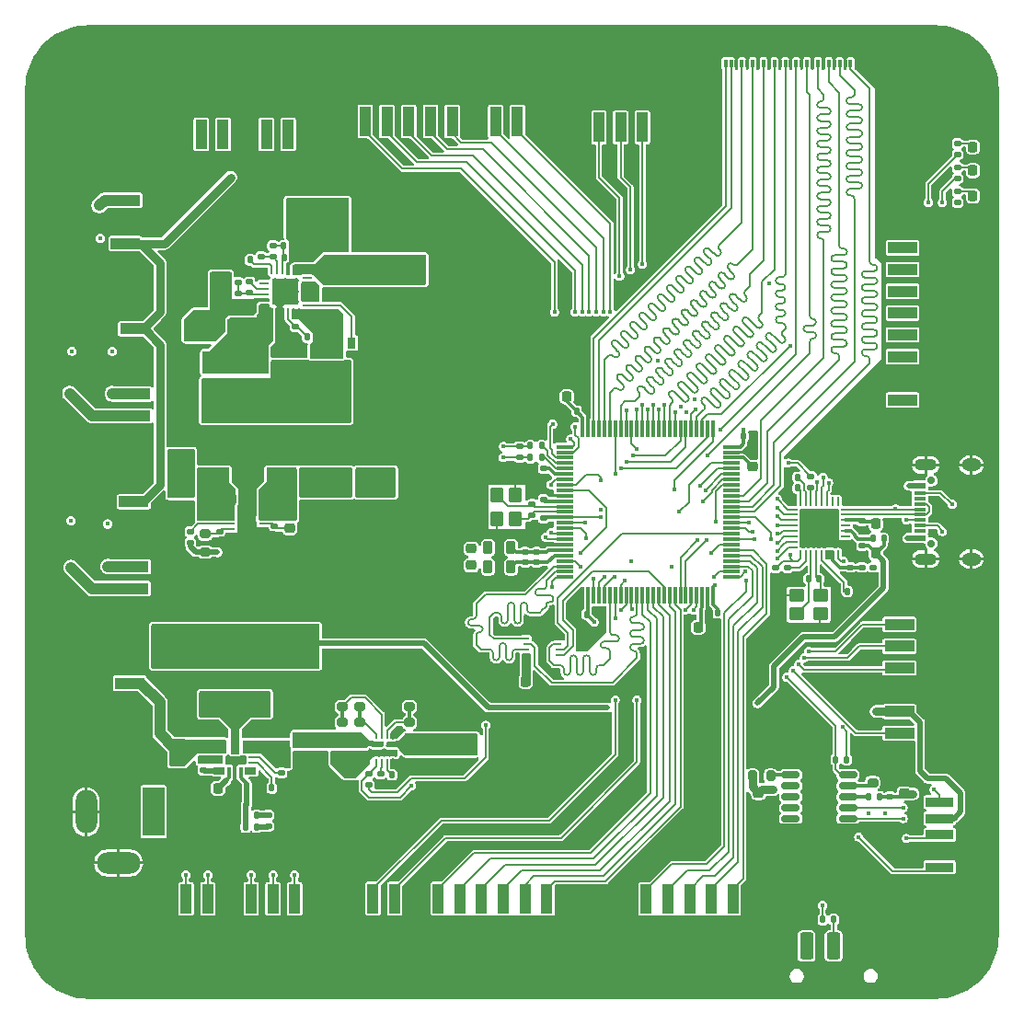
<source format=gbr>
%TF.GenerationSoftware,KiCad,Pcbnew,9.0.6*%
%TF.CreationDate,2026-01-14T23:48:26-05:00*%
%TF.ProjectId,DebuggingBoard,44656275-6767-4696-9e67-426f6172642e,rev?*%
%TF.SameCoordinates,Original*%
%TF.FileFunction,Copper,L1,Top*%
%TF.FilePolarity,Positive*%
%FSLAX46Y46*%
G04 Gerber Fmt 4.6, Leading zero omitted, Abs format (unit mm)*
G04 Created by KiCad (PCBNEW 9.0.6) date 2026-01-14 23:48:26*
%MOMM*%
%LPD*%
G01*
G04 APERTURE LIST*
G04 Aperture macros list*
%AMRoundRect*
0 Rectangle with rounded corners*
0 $1 Rounding radius*
0 $2 $3 $4 $5 $6 $7 $8 $9 X,Y pos of 4 corners*
0 Add a 4 corners polygon primitive as box body*
4,1,4,$2,$3,$4,$5,$6,$7,$8,$9,$2,$3,0*
0 Add four circle primitives for the rounded corners*
1,1,$1+$1,$2,$3*
1,1,$1+$1,$4,$5*
1,1,$1+$1,$6,$7*
1,1,$1+$1,$8,$9*
0 Add four rect primitives between the rounded corners*
20,1,$1+$1,$2,$3,$4,$5,0*
20,1,$1+$1,$4,$5,$6,$7,0*
20,1,$1+$1,$6,$7,$8,$9,0*
20,1,$1+$1,$8,$9,$2,$3,0*%
%AMFreePoly0*
4,1,45,-0.094645,1.735355,-0.080000,1.700000,-0.080000,1.250000,0.070000,1.250000,0.070000,1.700000,0.084645,1.735355,0.120000,1.750000,0.370000,1.750000,0.405355,1.735355,0.420000,1.700000,0.420000,1.250000,0.820000,1.250000,0.855355,1.235355,0.870000,1.200000,0.870000,-1.200000,0.855355,-1.235355,0.820000,-1.250000,0.420000,-1.250000,0.420000,-1.700000,0.405355,-1.735355,
0.370000,-1.750000,0.120000,-1.750000,0.084645,-1.735355,0.070000,-1.700000,0.070000,-1.250000,-0.080000,-1.250000,-0.080000,-1.700000,-0.094645,-1.735355,-0.130000,-1.750000,-0.380000,-1.750000,-0.415355,-1.735355,-0.430000,-1.700000,-0.430000,-1.250000,-0.830000,-1.250000,-0.865355,-1.235355,-0.880000,-1.200000,-0.880000,1.200000,-0.865355,1.235355,-0.830000,1.250000,-0.430000,1.250000,
-0.430000,1.700000,-0.415355,1.735355,-0.380000,1.750000,-0.130000,1.750000,-0.094645,1.735355,-0.094645,1.735355,$1*%
G04 Aperture macros list end*
%TA.AperFunction,SMDPad,CuDef*%
%ADD10R,1.000000X2.700000*%
%TD*%
%TA.AperFunction,SMDPad,CuDef*%
%ADD11R,1.800000X3.800000*%
%TD*%
%TA.AperFunction,ComponentPad*%
%ADD12C,0.450000*%
%TD*%
%TA.AperFunction,SMDPad,CuDef*%
%ADD13R,0.600000X0.250000*%
%TD*%
%TA.AperFunction,SMDPad,CuDef*%
%ADD14FreePoly0,0.000000*%
%TD*%
%TA.AperFunction,SMDPad,CuDef*%
%ADD15RoundRect,0.135000X0.185000X-0.135000X0.185000X0.135000X-0.185000X0.135000X-0.185000X-0.135000X0*%
%TD*%
%TA.AperFunction,SMDPad,CuDef*%
%ADD16RoundRect,0.218750X0.218750X0.256250X-0.218750X0.256250X-0.218750X-0.256250X0.218750X-0.256250X0*%
%TD*%
%TA.AperFunction,SMDPad,CuDef*%
%ADD17RoundRect,0.135000X0.135000X0.185000X-0.135000X0.185000X-0.135000X-0.185000X0.135000X-0.185000X0*%
%TD*%
%TA.AperFunction,SMDPad,CuDef*%
%ADD18RoundRect,0.225000X-0.225000X-0.250000X0.225000X-0.250000X0.225000X0.250000X-0.225000X0.250000X0*%
%TD*%
%TA.AperFunction,SMDPad,CuDef*%
%ADD19RoundRect,0.075000X-0.725000X-0.075000X0.725000X-0.075000X0.725000X0.075000X-0.725000X0.075000X0*%
%TD*%
%TA.AperFunction,SMDPad,CuDef*%
%ADD20RoundRect,0.075000X-0.075000X-0.725000X0.075000X-0.725000X0.075000X0.725000X-0.075000X0.725000X0*%
%TD*%
%TA.AperFunction,SMDPad,CuDef*%
%ADD21RoundRect,0.140000X0.140000X0.170000X-0.140000X0.170000X-0.140000X-0.170000X0.140000X-0.170000X0*%
%TD*%
%TA.AperFunction,SMDPad,CuDef*%
%ADD22RoundRect,0.200000X0.275000X-0.200000X0.275000X0.200000X-0.275000X0.200000X-0.275000X-0.200000X0*%
%TD*%
%TA.AperFunction,SMDPad,CuDef*%
%ADD23RoundRect,0.140000X-0.140000X-0.170000X0.140000X-0.170000X0.140000X0.170000X-0.140000X0.170000X0*%
%TD*%
%TA.AperFunction,SMDPad,CuDef*%
%ADD24RoundRect,0.140000X-0.170000X0.140000X-0.170000X-0.140000X0.170000X-0.140000X0.170000X0.140000X0*%
%TD*%
%TA.AperFunction,SMDPad,CuDef*%
%ADD25RoundRect,0.225000X0.250000X-0.225000X0.250000X0.225000X-0.250000X0.225000X-0.250000X-0.225000X0*%
%TD*%
%TA.AperFunction,SMDPad,CuDef*%
%ADD26RoundRect,0.225000X-0.250000X0.225000X-0.250000X-0.225000X0.250000X-0.225000X0.250000X0.225000X0*%
%TD*%
%TA.AperFunction,ComponentPad*%
%ADD27C,0.800000*%
%TD*%
%TA.AperFunction,ComponentPad*%
%ADD28C,6.400000*%
%TD*%
%TA.AperFunction,SMDPad,CuDef*%
%ADD29RoundRect,0.140000X0.170000X-0.140000X0.170000X0.140000X-0.170000X0.140000X-0.170000X-0.140000X0*%
%TD*%
%TA.AperFunction,SMDPad,CuDef*%
%ADD30RoundRect,0.250000X-2.600000X0.600000X-2.600000X-0.600000X2.600000X-0.600000X2.600000X0.600000X0*%
%TD*%
%TA.AperFunction,SMDPad,CuDef*%
%ADD31RoundRect,0.218750X-0.218750X-0.256250X0.218750X-0.256250X0.218750X0.256250X-0.218750X0.256250X0*%
%TD*%
%TA.AperFunction,SMDPad,CuDef*%
%ADD32R,2.700000X1.000000*%
%TD*%
%TA.AperFunction,SMDPad,CuDef*%
%ADD33R,3.800000X1.800000*%
%TD*%
%TA.AperFunction,SMDPad,CuDef*%
%ADD34RoundRect,0.200000X-0.275000X0.200000X-0.275000X-0.200000X0.275000X-0.200000X0.275000X0.200000X0*%
%TD*%
%TA.AperFunction,ComponentPad*%
%ADD35R,2.000000X4.500000*%
%TD*%
%TA.AperFunction,ComponentPad*%
%ADD36O,2.000000X4.000000*%
%TD*%
%TA.AperFunction,ComponentPad*%
%ADD37O,4.000000X2.000000*%
%TD*%
%TA.AperFunction,SMDPad,CuDef*%
%ADD38R,3.800000X2.000000*%
%TD*%
%TA.AperFunction,SMDPad,CuDef*%
%ADD39RoundRect,0.250000X-0.475000X0.250000X-0.475000X-0.250000X0.475000X-0.250000X0.475000X0.250000X0*%
%TD*%
%TA.AperFunction,SMDPad,CuDef*%
%ADD40R,0.800000X1.000000*%
%TD*%
%TA.AperFunction,SMDPad,CuDef*%
%ADD41RoundRect,0.218750X-0.218750X-0.381250X0.218750X-0.381250X0.218750X0.381250X-0.218750X0.381250X0*%
%TD*%
%TA.AperFunction,SMDPad,CuDef*%
%ADD42RoundRect,0.135000X-0.135000X-0.185000X0.135000X-0.185000X0.135000X0.185000X-0.135000X0.185000X0*%
%TD*%
%TA.AperFunction,SMDPad,CuDef*%
%ADD43RoundRect,0.250000X0.250000X0.475000X-0.250000X0.475000X-0.250000X-0.475000X0.250000X-0.475000X0*%
%TD*%
%TA.AperFunction,SMDPad,CuDef*%
%ADD44RoundRect,0.250000X-0.350000X0.450000X-0.350000X-0.450000X0.350000X-0.450000X0.350000X0.450000X0*%
%TD*%
%TA.AperFunction,SMDPad,CuDef*%
%ADD45R,0.300000X0.800000*%
%TD*%
%TA.AperFunction,SMDPad,CuDef*%
%ADD46R,0.400000X0.800000*%
%TD*%
%TA.AperFunction,SMDPad,CuDef*%
%ADD47RoundRect,0.250000X2.600000X-0.600000X2.600000X0.600000X-2.600000X0.600000X-2.600000X-0.600000X0*%
%TD*%
%TA.AperFunction,ComponentPad*%
%ADD48C,0.700000*%
%TD*%
%TA.AperFunction,SMDPad,CuDef*%
%ADD49R,1.100000X0.550000*%
%TD*%
%TA.AperFunction,SMDPad,CuDef*%
%ADD50R,1.100000X0.300000*%
%TD*%
%TA.AperFunction,ComponentPad*%
%ADD51O,2.000000X1.100000*%
%TD*%
%TA.AperFunction,ComponentPad*%
%ADD52O,1.800000X1.200000*%
%TD*%
%TA.AperFunction,SMDPad,CuDef*%
%ADD53RoundRect,0.250000X0.450000X0.350000X-0.450000X0.350000X-0.450000X-0.350000X0.450000X-0.350000X0*%
%TD*%
%TA.AperFunction,SMDPad,CuDef*%
%ADD54RoundRect,0.225000X0.225000X0.250000X-0.225000X0.250000X-0.225000X-0.250000X0.225000X-0.250000X0*%
%TD*%
%TA.AperFunction,SMDPad,CuDef*%
%ADD55RoundRect,0.218750X0.218750X0.381250X-0.218750X0.381250X-0.218750X-0.381250X0.218750X-0.381250X0*%
%TD*%
%TA.AperFunction,SMDPad,CuDef*%
%ADD56RoundRect,0.150000X-0.687500X-0.150000X0.687500X-0.150000X0.687500X0.150000X-0.687500X0.150000X0*%
%TD*%
%TA.AperFunction,HeatsinkPad*%
%ADD57R,2.100000X3.300000*%
%TD*%
%TA.AperFunction,SMDPad,CuDef*%
%ADD58RoundRect,0.062500X0.062500X-0.325000X0.062500X0.325000X-0.062500X0.325000X-0.062500X-0.325000X0*%
%TD*%
%TA.AperFunction,SMDPad,CuDef*%
%ADD59RoundRect,0.062500X0.325000X-0.062500X0.325000X0.062500X-0.325000X0.062500X-0.325000X-0.062500X0*%
%TD*%
%TA.AperFunction,HeatsinkPad*%
%ADD60C,0.500000*%
%TD*%
%TA.AperFunction,HeatsinkPad*%
%ADD61R,2.450000X2.450000*%
%TD*%
%TA.AperFunction,SMDPad,CuDef*%
%ADD62R,2.000000X3.800000*%
%TD*%
%TA.AperFunction,SMDPad,CuDef*%
%ADD63RoundRect,0.135000X-0.185000X0.135000X-0.185000X-0.135000X0.185000X-0.135000X0.185000X0.135000X0*%
%TD*%
%TA.AperFunction,SMDPad,CuDef*%
%ADD64RoundRect,0.250000X-1.000000X-0.650000X1.000000X-0.650000X1.000000X0.650000X-1.000000X0.650000X0*%
%TD*%
%TA.AperFunction,SMDPad,CuDef*%
%ADD65R,1.050000X0.400000*%
%TD*%
%TA.AperFunction,SMDPad,CuDef*%
%ADD66O,1.050000X0.400000*%
%TD*%
%TA.AperFunction,SMDPad,CuDef*%
%ADD67O,0.200000X0.600000*%
%TD*%
%TA.AperFunction,SMDPad,CuDef*%
%ADD68RoundRect,0.250000X0.650000X-1.000000X0.650000X1.000000X-0.650000X1.000000X-0.650000X-1.000000X0*%
%TD*%
%TA.AperFunction,SMDPad,CuDef*%
%ADD69RoundRect,0.062500X0.375000X0.062500X-0.375000X0.062500X-0.375000X-0.062500X0.375000X-0.062500X0*%
%TD*%
%TA.AperFunction,SMDPad,CuDef*%
%ADD70RoundRect,0.062500X0.062500X0.375000X-0.062500X0.375000X-0.062500X-0.375000X0.062500X-0.375000X0*%
%TD*%
%TA.AperFunction,HeatsinkPad*%
%ADD71R,3.450000X3.450000*%
%TD*%
%TA.AperFunction,SMDPad,CuDef*%
%ADD72R,2.000000X4.000000*%
%TD*%
%TA.AperFunction,SMDPad,CuDef*%
%ADD73RoundRect,0.250000X-0.375000X-1.000000X0.375000X-1.000000X0.375000X1.000000X-0.375000X1.000000X0*%
%TD*%
%TA.AperFunction,SMDPad,CuDef*%
%ADD74R,0.600000X0.280000*%
%TD*%
%TA.AperFunction,SMDPad,CuDef*%
%ADD75R,0.300000X1.700000*%
%TD*%
%TA.AperFunction,SMDPad,CuDef*%
%ADD76R,2.600000X0.850013*%
%TD*%
%TA.AperFunction,SMDPad,CuDef*%
%ADD77R,1.900000X1.300000*%
%TD*%
%TA.AperFunction,SMDPad,CuDef*%
%ADD78R,1.000000X0.700000*%
%TD*%
%TA.AperFunction,SMDPad,CuDef*%
%ADD79R,0.300000X0.700000*%
%TD*%
%TA.AperFunction,SMDPad,CuDef*%
%ADD80R,0.700000X0.250000*%
%TD*%
%TA.AperFunction,SMDPad,CuDef*%
%ADD81R,1.000000X0.400000*%
%TD*%
%TA.AperFunction,SMDPad,CuDef*%
%ADD82R,1.000000X0.800000*%
%TD*%
%TA.AperFunction,SMDPad,CuDef*%
%ADD83R,0.400000X2.400000*%
%TD*%
%TA.AperFunction,SMDPad,CuDef*%
%ADD84RoundRect,0.200000X0.200000X0.275000X-0.200000X0.275000X-0.200000X-0.275000X0.200000X-0.275000X0*%
%TD*%
%TA.AperFunction,ViaPad*%
%ADD85C,0.450000*%
%TD*%
%TA.AperFunction,Conductor*%
%ADD86C,0.150000*%
%TD*%
%TA.AperFunction,Conductor*%
%ADD87C,0.500000*%
%TD*%
%TA.AperFunction,Conductor*%
%ADD88C,0.156464*%
%TD*%
%TA.AperFunction,Conductor*%
%ADD89C,0.300000*%
%TD*%
%TA.AperFunction,Conductor*%
%ADD90C,0.762000*%
%TD*%
%TA.AperFunction,Conductor*%
%ADD91C,0.152146*%
%TD*%
%TA.AperFunction,Conductor*%
%ADD92C,0.200000*%
%TD*%
%TA.AperFunction,Conductor*%
%ADD93C,1.000000*%
%TD*%
%TA.AperFunction,Conductor*%
%ADD94C,0.142494*%
%TD*%
%TA.AperFunction,Conductor*%
%ADD95C,0.172212*%
%TD*%
G04 APERTURE END LIST*
D10*
%TO.P,U14,1,1*%
%TO.N,/FGEN_MOSI*%
X115494945Y-54065195D03*
%TO.P,U14,2,2*%
%TO.N,/FGEN_SCLK*%
X113494945Y-54065195D03*
%TO.P,U14,3,3*%
%TO.N,GND*%
X111494945Y-54065195D03*
%TO.P,U14,4,4*%
%TO.N,/FGEN_SAMP*%
X109494945Y-54065195D03*
%TO.P,U14,5,5*%
%TO.N,/FGEN_SGAIN*%
X107494945Y-54065195D03*
%TO.P,U14,6,6*%
%TO.N,/FGEN_SOFF*%
X105494945Y-54065195D03*
%TO.P,U14,7,7*%
%TO.N,/FGEN_CONN_IND*%
X103494945Y-54065195D03*
%TO.P,U14,8,8*%
%TO.N,/GPIO*%
X101494945Y-54065195D03*
D11*
%TO.P,U14,9,9*%
%TO.N,GND*%
X117850038Y-49620441D03*
%TO.P,U14,10,10*%
X99150013Y-49620441D03*
%TD*%
D12*
%TO.P,U7,11,EP*%
%TO.N,GND*%
X90250000Y-90600000D03*
X90600000Y-89850000D03*
X90600000Y-91350000D03*
X90950000Y-90600000D03*
D13*
%TO.P,U7,1,IN*%
%TO.N,Net-(U7-EN_UV)*%
X89200000Y-89600000D03*
%TO.P,U7,2,IN*%
X89200000Y-90100000D03*
%TO.P,U7,3,EN_UV*%
X89200000Y-90600000D03*
%TO.P,U7,4,PG*%
%TO.N,Net-(U7-PG)*%
X89200000Y-91100000D03*
%TO.P,U7,5,FB_PG*%
%TO.N,Net-(U7-FB_PG)*%
X89200000Y-91600000D03*
%TO.P,U7,6,GND*%
%TO.N,GND*%
X92000000Y-91600000D03*
%TO.P,U7,7,NR/SS*%
%TO.N,Net-(U7-NR{slash}SS)*%
X92000000Y-91100000D03*
%TO.P,U7,8,SNS*%
%TO.N,Net-(U7-SNS)*%
X92000000Y-90600000D03*
%TO.P,U7,9,OUT*%
X92000000Y-90100000D03*
%TO.P,U7,10,OUT*%
X92000000Y-89600000D03*
D14*
%TO.P,U7,11,EP*%
%TO.N,GND*%
X90600000Y-90600000D03*
%TD*%
D15*
%TO.P,R35,1*%
%TO.N,/LED2*%
X156000000Y-57110000D03*
%TO.P,R35,2*%
%TO.N,Net-(D5-A)*%
X156000000Y-56090000D03*
%TD*%
D16*
%TO.P,D5,1,K*%
%TO.N,GND*%
X158987500Y-56400000D03*
%TO.P,D5,2,A*%
%TO.N,Net-(D5-A)*%
X157412500Y-56400000D03*
%TD*%
D15*
%TO.P,R25,1*%
%TO.N,/DBUG_LED*%
X156000000Y-59300000D03*
%TO.P,R25,2*%
%TO.N,Net-(D1-A)*%
X156000000Y-58280000D03*
%TD*%
D16*
%TO.P,D1,1,K*%
%TO.N,GND*%
X158987500Y-58590000D03*
%TO.P,D1,2,A*%
%TO.N,Net-(D1-A)*%
X157412500Y-58590000D03*
%TD*%
D17*
%TO.P,R22,1*%
%TO.N,+3.3V*%
X145810000Y-112800000D03*
%TO.P,R22,2*%
%TO.N,/USB_PD_PG*%
X144790000Y-112800000D03*
%TD*%
D15*
%TO.P,R14,1*%
%TO.N,+3.3V*%
X101825000Y-115120000D03*
%TO.P,R14,2*%
%TO.N,/POWER_IND*%
X101825000Y-114100000D03*
%TD*%
%TO.P,R31,1*%
%TO.N,Net-(U7-SNS)*%
X85400000Y-92810000D03*
%TO.P,R31,2*%
%TO.N,Net-(U7-PG)*%
X85400000Y-91790000D03*
%TD*%
D18*
%TO.P,C60,1*%
%TO.N,Net-(U8-VCC)*%
X87950000Y-115420000D03*
%TO.P,C60,2*%
%TO.N,GND*%
X89500000Y-115420000D03*
%TD*%
D19*
%TO.P,U2,1,PE2*%
%TO.N,/FGEN_CONN_IND*%
X119825000Y-84000000D03*
%TO.P,U2,2,PE3*%
%TO.N,/FGEN_SOFF*%
X119825000Y-84500000D03*
%TO.P,U2,3,PE4*%
%TO.N,/GPIO*%
X119825000Y-85000000D03*
%TO.P,U2,4,PE5*%
%TO.N,Net-(U2-PE5)*%
X119825000Y-85500000D03*
%TO.P,U2,5,PE6*%
%TO.N,Net-(U2-PE6)*%
X119825000Y-86000000D03*
%TO.P,U2,6,VBAT*%
%TO.N,+3.3V*%
X119825000Y-86500000D03*
%TO.P,U2,7,PC13*%
%TO.N,/COMP_RST*%
X119825000Y-87000000D03*
%TO.P,U2,8,PC14*%
%TO.N,/POWER_IND*%
X119825000Y-87500000D03*
%TO.P,U2,9,PC15*%
%TO.N,/VPSU_CONN_IND*%
X119825000Y-88000000D03*
%TO.P,U2,10,VSS*%
%TO.N,GND*%
X119825000Y-88500000D03*
%TO.P,U2,11,VDD*%
%TO.N,+3.3V*%
X119825000Y-89000000D03*
%TO.P,U2,12,PH0*%
%TO.N,/OSC_IN*%
X119825000Y-89500000D03*
%TO.P,U2,13,PH1*%
%TO.N,/OSC_OUT*%
X119825000Y-90000000D03*
%TO.P,U2,14,NRST*%
%TO.N,/nRST*%
X119825000Y-90500000D03*
%TO.P,U2,15,PC0*%
%TO.N,/ULPI_STP*%
X119825000Y-91000000D03*
%TO.P,U2,16,PC1*%
%TO.N,/V_NEG_I*%
X119825000Y-91500000D03*
%TO.P,U2,17,PC2_C*%
%TO.N,/ULPI_DIR*%
X119825000Y-92000000D03*
%TO.P,U2,18,PC3_C*%
%TO.N,/ULPI_NXT*%
X119825000Y-92500000D03*
%TO.P,U2,19,VSSA*%
%TO.N,GND*%
X119825000Y-93000000D03*
%TO.P,U2,20,VREF+*%
%TO.N,Net-(U2-VREF+)*%
X119825000Y-93500000D03*
%TO.P,U2,21,VDDA*%
%TO.N,Net-(U2-VDDA)*%
X119825000Y-94000000D03*
%TO.P,U2,22,PA0*%
%TO.N,/V_POS_I*%
X119825000Y-94500000D03*
%TO.P,U2,23,PA1*%
%TO.N,/QSPI_IO3*%
X119825000Y-95000000D03*
%TO.P,U2,24,PA2*%
%TO.N,/QSPI_IO0*%
X119825000Y-95500000D03*
%TO.P,U2,25,PA3*%
%TO.N,/ULPI_D0*%
X119825000Y-96000000D03*
D20*
%TO.P,U2,26,VSS*%
%TO.N,GND*%
X121500000Y-97675000D03*
%TO.P,U2,27,VDD*%
%TO.N,+3.3V*%
X122000000Y-97675000D03*
%TO.P,U2,28,PA4*%
%TO.N,/PSSI_DE*%
X122500000Y-97675000D03*
%TO.P,U2,29,PA5*%
%TO.N,/ULPI_CK*%
X123000000Y-97675000D03*
%TO.P,U2,30,PA6*%
%TO.N,/PSSI_PDCK*%
X123500000Y-97675000D03*
%TO.P,U2,31,PA7*%
%TO.N,/QSPI_IO2*%
X124000000Y-97675000D03*
%TO.P,U2,32,PC4*%
%TO.N,/ADC1_INP4*%
X124500000Y-97675000D03*
%TO.P,U2,33,PC5*%
%TO.N,/ADC2_INP8*%
X125000000Y-97675000D03*
%TO.P,U2,34,PB0*%
%TO.N,/ULPI_D1*%
X125500000Y-97675000D03*
%TO.P,U2,35,PB1*%
%TO.N,/ULPI_D2*%
X126000000Y-97675000D03*
%TO.P,U2,36,PB2*%
%TO.N,/QSPI_CLK*%
X126500000Y-97675000D03*
%TO.P,U2,37,PE7*%
%TO.N,/R_SRC_1K*%
X127000000Y-97675000D03*
%TO.P,U2,38,PE8*%
%TO.N,/R_SRC_100K*%
X127500000Y-97675000D03*
%TO.P,U2,39,PE9*%
%TO.N,/V_RANGE_LOW*%
X128000000Y-97675000D03*
%TO.P,U2,40,PE10*%
%TO.N,/V_RANGE_HIGH*%
X128500000Y-97675000D03*
%TO.P,U2,41,PE11*%
%TO.N,/QSPI_NCS*%
X129000000Y-97675000D03*
%TO.P,U2,42,PE12*%
%TO.N,/MULT_CONN_IND*%
X129500000Y-97675000D03*
%TO.P,U2,43,PE13*%
%TO.N,/BUZZER_CTRL*%
X130000000Y-97675000D03*
%TO.P,U2,44,PE14*%
%TO.N,/DBUG_LED*%
X130500000Y-97675000D03*
%TO.P,U2,45,PE15*%
%TO.N,/LED3*%
X131000000Y-97675000D03*
%TO.P,U2,46,PB10*%
%TO.N,/ULPI_D3*%
X131500000Y-97675000D03*
%TO.P,U2,47,PB11*%
%TO.N,/ULPI_D4*%
X132000000Y-97675000D03*
%TO.P,U2,48,VCAP*%
%TO.N,Net-(C9-Pad1)*%
X132500000Y-97675000D03*
%TO.P,U2,49,VSS*%
%TO.N,GND*%
X133000000Y-97675000D03*
%TO.P,U2,50,VDD*%
%TO.N,+3.3V*%
X133500000Y-97675000D03*
D19*
%TO.P,U2,51,PB12*%
%TO.N,/ULPI_D5*%
X135175000Y-96000000D03*
%TO.P,U2,52,PB13*%
%TO.N,/ULPI_D6*%
X135175000Y-95500000D03*
%TO.P,U2,53,PB14*%
%TO.N,/SPI2_MISO*%
X135175000Y-95000000D03*
%TO.P,U2,54,PB15*%
%TO.N,/SPI2_MOSI*%
X135175000Y-94500000D03*
%TO.P,U2,55,PD8*%
%TO.N,/SPI2_CS*%
X135175000Y-94000000D03*
%TO.P,U2,56,PD9*%
%TO.N,/LOGAN_CONN_IND*%
X135175000Y-93500000D03*
%TO.P,U2,57,PD10*%
%TO.N,/USB_PD_PG*%
X135175000Y-93000000D03*
%TO.P,U2,58,PD11*%
%TO.N,/BUTTON*%
X135175000Y-92500000D03*
%TO.P,U2,59,PD12*%
%TO.N,/QSPI_IO1*%
X135175000Y-92000000D03*
%TO.P,U2,60,PD13*%
%TO.N,/ENC_A*%
X135175000Y-91500000D03*
%TO.P,U2,61,PD14*%
%TO.N,/ENC_B*%
X135175000Y-91000000D03*
%TO.P,U2,62,PD15*%
%TO.N,/ENC_BUTTON*%
X135175000Y-90500000D03*
%TO.P,U2,63,PC6*%
%TO.N,/PSSI_D0*%
X135175000Y-90000000D03*
%TO.P,U2,64,PC7*%
%TO.N,/PSSI_D1*%
X135175000Y-89500000D03*
%TO.P,U2,65,PC8*%
%TO.N,/PSSI_D2*%
X135175000Y-89000000D03*
%TO.P,U2,66,PC9*%
%TO.N,/PSSI_D3*%
X135175000Y-88500000D03*
%TO.P,U2,67,PA8*%
%TO.N,/USB_SOF*%
X135175000Y-88000000D03*
%TO.P,U2,68,PA9*%
%TO.N,/SPI2_CK*%
X135175000Y-87500000D03*
%TO.P,U2,69,PA10*%
%TO.N,/LED2*%
X135175000Y-87000000D03*
%TO.P,U2,70,PA11*%
%TO.N,/CAN_RX*%
X135175000Y-86500000D03*
%TO.P,U2,71,PA12*%
%TO.N,/CAN_TX*%
X135175000Y-86000000D03*
%TO.P,U2,72,PA13(JTMS*%
%TO.N,/SWDIO*%
X135175000Y-85500000D03*
%TO.P,U2,73,VCAP*%
%TO.N,Net-(C13-Pad1)*%
X135175000Y-85000000D03*
%TO.P,U2,74,VSS*%
%TO.N,GND*%
X135175000Y-84500000D03*
%TO.P,U2,75,VDD*%
%TO.N,+3.3V*%
X135175000Y-84000000D03*
D20*
%TO.P,U2,76,PA14(JTCK*%
%TO.N,/SWCLK*%
X133500000Y-82325000D03*
%TO.P,U2,77,PA15(JTDI)*%
%TO.N,/COMP_CONN_IND*%
X133000000Y-82325000D03*
%TO.P,U2,78,PC10*%
%TO.N,/DISP_SCK*%
X132500000Y-82325000D03*
%TO.P,U2,79,PC11*%
%TO.N,/PSSI_D4*%
X132000000Y-82325000D03*
%TO.P,U2,80,PC12*%
%TO.N,/DISP_MOSI*%
X131500000Y-82325000D03*
%TO.P,U2,81,PD0*%
%TO.N,/UART4_RX*%
X131000000Y-82325000D03*
%TO.P,U2,82,PD1*%
%TO.N,/UART4_TX*%
X130500000Y-82325000D03*
%TO.P,U2,83,PD2*%
%TO.N,/CAN_CONN_IND*%
X130000000Y-82325000D03*
%TO.P,U2,84,PD3*%
%TO.N,/PSSI_D5*%
X129500000Y-82325000D03*
%TO.P,U2,85,PD4*%
%TO.N,/DISP_CS*%
X129000000Y-82325000D03*
%TO.P,U2,86,PD5*%
%TO.N,/DISP_DC*%
X128500000Y-82325000D03*
%TO.P,U2,87,PD6*%
%TO.N,/DISP_RST*%
X128000000Y-82325000D03*
%TO.P,U2,88,PD7*%
%TO.N,/FGEN_MOSI*%
X127500000Y-82325000D03*
%TO.P,U2,89,PB3(JTDO*%
%TO.N,/FGEN_SCLK*%
X127000000Y-82325000D03*
%TO.P,U2,90,PB4(NJTRST)*%
%TO.N,/FGEN_SAMP*%
X126500000Y-82325000D03*
%TO.P,U2,91,PB5*%
%TO.N,/ULPI_D7*%
X126000000Y-82325000D03*
%TO.P,U2,92,PB6*%
%TO.N,/FGEN_SGAIN*%
X125500000Y-82325000D03*
%TO.P,U2,93,PB7*%
%TO.N,/PSSI_RDY*%
X125000000Y-82325000D03*
%TO.P,U2,94,BOOT0*%
%TO.N,/BOOT0*%
X124500000Y-82325000D03*
%TO.P,U2,95,PB8*%
%TO.N,/PSSI_D6*%
X124000000Y-82325000D03*
%TO.P,U2,96,PB9*%
%TO.N,/PSSI_D7*%
X123500000Y-82325000D03*
%TO.P,U2,97,PE0*%
%TO.N,/H723_RX*%
X123000000Y-82325000D03*
%TO.P,U2,98,PE1*%
%TO.N,/H723_TX*%
X122500000Y-82325000D03*
%TO.P,U2,99,VSS*%
%TO.N,GND*%
X122000000Y-82325000D03*
%TO.P,U2,100,VDD*%
%TO.N,+3.3V*%
X121500000Y-82325000D03*
%TD*%
D21*
%TO.P,C35,1*%
%TO.N,Net-(C35-Pad1)*%
X141300000Y-86800000D03*
%TO.P,C35,2*%
%TO.N,GND*%
X140340000Y-86800000D03*
%TD*%
D18*
%TO.P,C9,1*%
%TO.N,Net-(C9-Pad1)*%
X132150000Y-100600000D03*
%TO.P,C9,2*%
%TO.N,GND*%
X133700000Y-100600000D03*
%TD*%
D22*
%TO.P,R9,1*%
%TO.N,+12V*%
X100970000Y-111025000D03*
%TO.P,R9,2*%
%TO.N,Net-(U6-PR1)*%
X100970000Y-109375000D03*
%TD*%
D23*
%TO.P,C5,1*%
%TO.N,+3.3V*%
X120940000Y-80700000D03*
%TO.P,C5,2*%
%TO.N,GND*%
X121900000Y-80700000D03*
%TD*%
D24*
%TO.P,C33,1*%
%TO.N,+3.3V*%
X147200000Y-90820000D03*
%TO.P,C33,2*%
%TO.N,GND*%
X147200000Y-91780000D03*
%TD*%
D18*
%TO.P,C40,1*%
%TO.N,Net-(U7-EN_UV)*%
X88225000Y-86650000D03*
%TO.P,C40,2*%
%TO.N,GND*%
X89775000Y-86650000D03*
%TD*%
D25*
%TO.P,C16,1*%
%TO.N,GND*%
X137687500Y-117400000D03*
%TO.P,C16,2*%
%TO.N,VBUS*%
X137687500Y-115850000D03*
%TD*%
%TO.P,C1,1*%
%TO.N,+3.3VA*%
X111250000Y-93370000D03*
%TO.P,C1,2*%
%TO.N,GND*%
X111250000Y-91820000D03*
%TD*%
D26*
%TO.P,C11,1*%
%TO.N,GND*%
X151087500Y-114350000D03*
%TO.P,C11,2*%
%TO.N,VBUS*%
X151087500Y-115900000D03*
%TD*%
D27*
%TO.P,H4,1,1*%
%TO.N,GND*%
X151600000Y-51000000D03*
X152302944Y-49302944D03*
X152302944Y-52697056D03*
X154000000Y-48600000D03*
D28*
X154000000Y-51000000D03*
D27*
X154000000Y-53400000D03*
X155697056Y-49302944D03*
X155697056Y-52697056D03*
X156400000Y-51000000D03*
%TD*%
D24*
%TO.P,C20,1*%
%TO.N,Net-(U2-VDDA)*%
X116200000Y-94620000D03*
%TO.P,C20,2*%
%TO.N,GND*%
X116200000Y-95580000D03*
%TD*%
D29*
%TO.P,C62,1*%
%TO.N,/V_SELECT*%
X92400000Y-111420000D03*
%TO.P,C62,2*%
%TO.N,GND*%
X92400000Y-110460000D03*
%TD*%
D30*
%TO.P,L2,1,1*%
%TO.N,GND*%
X103980000Y-63257500D03*
%TO.P,L2,2,2*%
%TO.N,Net-(D3-K)*%
X103980000Y-67757500D03*
%TD*%
D21*
%TO.P,C26,1*%
%TO.N,+3.3V*%
X141300000Y-87800000D03*
%TO.P,C26,2*%
%TO.N,GND*%
X140340000Y-87800000D03*
%TD*%
D31*
%TO.P,FB4,1*%
%TO.N,+5V*%
X85112500Y-86650000D03*
%TO.P,FB4,2*%
%TO.N,Net-(U7-EN_UV)*%
X86687500Y-86650000D03*
%TD*%
D15*
%TO.P,R12,1*%
%TO.N,GND*%
X88100000Y-92810000D03*
%TO.P,R12,2*%
%TO.N,Net-(U7-FB_PG)*%
X88100000Y-91790000D03*
%TD*%
D22*
%TO.P,R17,1*%
%TO.N,VBUS*%
X105570000Y-111025000D03*
%TO.P,R17,2*%
%TO.N,Net-(U6-OV2)*%
X105570000Y-109375000D03*
%TD*%
D24*
%TO.P,C66,1*%
%TO.N,Net-(U8-CBOOT)*%
X86600000Y-112800000D03*
%TO.P,C66,2*%
%TO.N,+5V*%
X86600000Y-113760000D03*
%TD*%
D32*
%TO.P,U11,1,1*%
%TO.N,+3.3V*%
X150934805Y-79694920D03*
%TO.P,U11,2,2*%
%TO.N,GND*%
X150934805Y-77694920D03*
%TO.P,U11,3,3*%
%TO.N,/DISP_MOSI*%
X150934805Y-75694920D03*
%TO.P,U11,4,4*%
%TO.N,/DISP_SCK*%
X150934805Y-73694920D03*
%TO.P,U11,5,5*%
%TO.N,/DISP_CS*%
X150934805Y-71694920D03*
%TO.P,U11,6,6*%
%TO.N,/DISP_DC*%
X150934805Y-69694920D03*
%TO.P,U11,7,7*%
%TO.N,/DISP_RST*%
X150934805Y-67694920D03*
%TO.P,U11,8,8*%
%TO.N,+3.3V*%
X150934805Y-65694920D03*
D33*
%TO.P,U11,9,9*%
%TO.N,GND*%
X155379559Y-82050013D03*
%TO.P,U11,10,10*%
X155379559Y-63349988D03*
%TD*%
D29*
%TO.P,C50,1*%
%TO.N,/OP_AMP+*%
X89800000Y-70830000D03*
%TO.P,C50,2*%
%TO.N,Net-(U5-FBP)*%
X89800000Y-69870000D03*
%TD*%
D34*
%TO.P,R8,1*%
%TO.N,Net-(U6-OV1)*%
X99370000Y-109375000D03*
%TO.P,R8,2*%
%TO.N,+12V*%
X99370000Y-111025000D03*
%TD*%
D35*
%TO.P,J1,1*%
%TO.N,+12V*%
X82000000Y-117600000D03*
D36*
%TO.P,J1,2*%
%TO.N,GND*%
X75800000Y-117600000D03*
D37*
%TO.P,J1,3*%
X78800000Y-122300000D03*
%TD*%
D24*
%TO.P,C36,1*%
%TO.N,Net-(C35-Pad1)*%
X140350000Y-95120000D03*
%TO.P,C36,2*%
%TO.N,GND*%
X140350000Y-96080000D03*
%TD*%
D22*
%TO.P,R18,1*%
%TO.N,Net-(U6-OV2)*%
X105570000Y-107925000D03*
%TO.P,R18,2*%
%TO.N,GND*%
X105570000Y-106275000D03*
%TD*%
D32*
%TO.P,U17,1,1*%
%TO.N,+3.3V*%
X80299950Y-73150013D03*
%TO.P,U17,2,2*%
%TO.N,GND*%
X80299950Y-75150013D03*
%TO.P,U17,3,3*%
X80299950Y-77150013D03*
%TO.P,U17,4,4*%
%TO.N,/OP_AMP+*%
X80299950Y-79150013D03*
%TO.P,U17,5,5*%
%TO.N,/OP_AMP-*%
X80299950Y-81150013D03*
D38*
%TO.P,U17,6,6*%
%TO.N,GND*%
X74700000Y-70800000D03*
%TO.P,U17,7,7*%
X74700000Y-83500026D03*
%TD*%
D21*
%TO.P,C42,1*%
%TO.N,GND*%
X104905000Y-114200000D03*
%TO.P,C42,2*%
%TO.N,Net-(U6-SS)*%
X103945000Y-114200000D03*
%TD*%
D26*
%TO.P,C21,1*%
%TO.N,+3.3VA*%
X111250000Y-94900000D03*
%TO.P,C21,2*%
%TO.N,GND*%
X111250000Y-96450000D03*
%TD*%
D29*
%TO.P,C6,1*%
%TO.N,Net-(U2-VREF+)*%
X117250000Y-93700000D03*
%TO.P,C6,2*%
%TO.N,GND*%
X117250000Y-92740000D03*
%TD*%
D15*
%TO.P,R16,1*%
%TO.N,/OP_AMP+*%
X90850000Y-70860000D03*
%TO.P,R16,2*%
%TO.N,Net-(U5-FBP)*%
X90850000Y-69840000D03*
%TD*%
D39*
%TO.P,C71,1*%
%TO.N,+5V*%
X96005000Y-103450000D03*
%TO.P,C71,2*%
%TO.N,GND*%
X96005000Y-105350000D03*
%TD*%
D23*
%TO.P,C43,1*%
%TO.N,Net-(U7-EN_UV)*%
X89090000Y-88100000D03*
%TO.P,C43,2*%
%TO.N,GND*%
X90050000Y-88100000D03*
%TD*%
D21*
%TO.P,C10,1*%
%TO.N,+3.3V*%
X133960000Y-99300000D03*
%TO.P,C10,2*%
%TO.N,GND*%
X133000000Y-99300000D03*
%TD*%
D23*
%TO.P,C7,1*%
%TO.N,+3.3V*%
X136300000Y-83000000D03*
%TO.P,C7,2*%
%TO.N,GND*%
X137260000Y-83000000D03*
%TD*%
D40*
%TO.P,Q1,1,G*%
%TO.N,Net-(Q1-G)*%
X100250000Y-74450000D03*
%TO.P,Q1,2,S*%
%TO.N,+5V*%
X98350000Y-74450000D03*
%TO.P,Q1,3,D*%
%TO.N,Net-(Q1-D)*%
X99300000Y-76750000D03*
%TD*%
D18*
%TO.P,C23,1*%
%TO.N,+3.3V*%
X148475000Y-91100000D03*
%TO.P,C23,2*%
%TO.N,GND*%
X150025000Y-91100000D03*
%TD*%
D17*
%TO.P,R3,1*%
%TO.N,+5V*%
X149210000Y-92450000D03*
%TO.P,R3,2*%
%TO.N,Net-(U4-VBUS)*%
X148190000Y-92450000D03*
%TD*%
%TO.P,R26,1*%
%TO.N,+5V*%
X91510000Y-119000000D03*
%TO.P,R26,2*%
%TO.N,Net-(U8-FB)*%
X90490000Y-119000000D03*
%TD*%
D24*
%TO.P,C32,1*%
%TO.N,+3.3V*%
X147200000Y-95100000D03*
%TO.P,C32,2*%
%TO.N,GND*%
X147200000Y-96060000D03*
%TD*%
D15*
%TO.P,R15,1*%
%TO.N,Net-(U5-VREF)*%
X93000000Y-66510000D03*
%TO.P,R15,2*%
%TO.N,Net-(U5-FBN)*%
X93000000Y-65490000D03*
%TD*%
D41*
%TO.P,FB2,1*%
%TO.N,+3.3VA*%
X112787500Y-95050000D03*
%TO.P,FB2,2*%
%TO.N,Net-(U2-VDDA)*%
X114912500Y-95050000D03*
%TD*%
D24*
%TO.P,C8,1*%
%TO.N,/OSC_OUT*%
X116830000Y-90280000D03*
%TO.P,C8,2*%
%TO.N,GND*%
X116830000Y-91240000D03*
%TD*%
D29*
%TO.P,C46,1*%
%TO.N,Net-(U5-VREF)*%
X91900000Y-66480000D03*
%TO.P,C46,2*%
%TO.N,GND*%
X91900000Y-65520000D03*
%TD*%
D32*
%TO.P,U26,1,1*%
%TO.N,/BUTTON*%
X150650166Y-110349987D03*
%TO.P,U26,2,2*%
%TO.N,+3.3V*%
X150650166Y-108349987D03*
%TO.P,U26,3,3*%
%TO.N,GND*%
X150650166Y-106349987D03*
%TO.P,U26,4,4*%
%TO.N,/ENC_A*%
X150650166Y-104349987D03*
%TO.P,U26,5,5*%
%TO.N,/ENC_B*%
X150650166Y-102349987D03*
%TO.P,U26,6,6*%
%TO.N,/ENC_BUTTON*%
X150650166Y-100349987D03*
D33*
%TO.P,U26,7,7*%
%TO.N,GND*%
X155100000Y-112700000D03*
%TO.P,U26,8,8*%
X155100000Y-97999974D03*
%TD*%
D42*
%TO.P,R32,1*%
%TO.N,/V_POS_DAC*%
X116690000Y-83900000D03*
%TO.P,R32,2*%
%TO.N,Net-(U2-PE5)*%
X117710000Y-83900000D03*
%TD*%
D43*
%TO.P,C52,1*%
%TO.N,/OP_AMP+*%
X87800000Y-68800000D03*
%TO.P,C52,2*%
%TO.N,GND*%
X85900000Y-68800000D03*
%TD*%
D44*
%TO.P,Y1,1,1*%
%TO.N,/OSC_IN*%
X113630000Y-88440000D03*
%TO.P,Y1,2,2*%
%TO.N,GND*%
X113630000Y-90640000D03*
%TO.P,Y1,3,3*%
%TO.N,/OSC_OUT*%
X115330000Y-90640000D03*
%TO.P,Y1,4,4*%
%TO.N,GND*%
X115330000Y-88440000D03*
%TD*%
D45*
%TO.P,U10,1,1*%
%TO.N,/PSSI_D0*%
X146150064Y-48750064D03*
%TO.P,U10,2,2*%
%TO.N,GND*%
X145649936Y-48750064D03*
%TO.P,U10,3,3*%
%TO.N,/PSSI_D1*%
X145150064Y-48750064D03*
%TO.P,U10,4,4*%
%TO.N,GND*%
X144649936Y-48750064D03*
%TO.P,U10,5,5*%
%TO.N,/PSSI_D2*%
X144150064Y-48750064D03*
%TO.P,U10,6,6*%
%TO.N,GND*%
X143649936Y-48750064D03*
%TO.P,U10,7,7*%
%TO.N,/PSSI_D3*%
X143150064Y-48750064D03*
%TO.P,U10,8,8*%
%TO.N,GND*%
X142649936Y-48750064D03*
%TO.P,U10,9,9*%
%TO.N,/PSSI_PDCK*%
X142150064Y-48750064D03*
%TO.P,U10,10,10*%
%TO.N,GND*%
X141649936Y-48750064D03*
%TO.P,U10,11,11*%
%TO.N,/PSSI_DE*%
X141150064Y-48750064D03*
%TO.P,U10,12,12*%
%TO.N,GND*%
X140649936Y-48750064D03*
%TO.P,U10,13,13*%
%TO.N,/PSSI_D4*%
X140150064Y-48750064D03*
%TO.P,U10,14,14*%
%TO.N,GND*%
X139649936Y-48750064D03*
%TO.P,U10,15,15*%
%TO.N,/PSSI_D5*%
X139150064Y-48750064D03*
%TO.P,U10,16,16*%
%TO.N,GND*%
X138649936Y-48750064D03*
%TO.P,U10,17,17*%
%TO.N,/PSSI_RDY*%
X138150064Y-48750064D03*
%TO.P,U10,18,18*%
%TO.N,GND*%
X137649936Y-48750064D03*
%TO.P,U10,19,19*%
%TO.N,/PSSI_D6*%
X137150064Y-48750064D03*
%TO.P,U10,20,20*%
%TO.N,GND*%
X136649936Y-48750064D03*
%TO.P,U10,21,21*%
%TO.N,/PSSI_D7*%
X136150064Y-48750064D03*
%TO.P,U10,22,22*%
%TO.N,GND*%
X135649936Y-48750064D03*
%TO.P,U10,23,23*%
%TO.N,/H723_RX*%
X135150064Y-48750064D03*
%TO.P,U10,24,24*%
%TO.N,/H723_TX*%
X134649936Y-48750064D03*
D46*
%TO.P,U10,25,25*%
%TO.N,GND*%
X147150064Y-46249936D03*
%TO.P,U10,26,26*%
X133649936Y-46249936D03*
%TD*%
D29*
%TO.P,C58,1*%
%TO.N,/V_POS_DAC*%
X115700000Y-83980000D03*
%TO.P,C58,2*%
%TO.N,GND*%
X115700000Y-83020000D03*
%TD*%
D39*
%TO.P,C67,1*%
%TO.N,+5V*%
X85105000Y-103450000D03*
%TO.P,C67,2*%
%TO.N,GND*%
X85105000Y-105350000D03*
%TD*%
D47*
%TO.P,L1,1,1*%
%TO.N,Net-(Q1-D)*%
X89500000Y-80750000D03*
%TO.P,L1,2,2*%
%TO.N,Net-(D2-A)*%
X89500000Y-76250000D03*
%TD*%
D48*
%TO.P,USB1,*%
%TO.N,*%
X153600000Y-92890000D03*
X153600000Y-87110000D03*
D49*
%TO.P,USB1,1,GND*%
%TO.N,GND*%
X152520000Y-93200000D03*
%TO.P,USB1,2,VBUS*%
%TO.N,VBUS*%
X152520000Y-92400000D03*
D50*
%TO.P,USB1,3,SBU2*%
%TO.N,unconnected-(USB1-SBU2-Pad3)*%
X152520000Y-91750000D03*
%TO.P,USB1,4,CC1*%
%TO.N,/CC1*%
X152520000Y-91250000D03*
%TO.P,USB1,5,DN2*%
%TO.N,/D-*%
X152520000Y-90750000D03*
%TO.P,USB1,6,DP1*%
%TO.N,/D+*%
X152520000Y-90250000D03*
%TO.P,USB1,7,DN1*%
%TO.N,/D-*%
X152520000Y-89750000D03*
%TO.P,USB1,8,DP2*%
%TO.N,/D+*%
X152520000Y-89250000D03*
%TO.P,USB1,9,SBU1*%
%TO.N,unconnected-(USB1-SBU1-Pad9)*%
X152520000Y-88750000D03*
%TO.P,USB1,10,CC2*%
%TO.N,/CC2*%
X152520000Y-88250000D03*
D49*
%TO.P,USB1,11,VBUS*%
%TO.N,VBUS*%
X152520000Y-87600000D03*
%TO.P,USB1,12,GND*%
%TO.N,GND*%
X152520000Y-86800000D03*
D51*
%TO.P,USB1,13,SHELL*%
X153070000Y-94320000D03*
D52*
X157280000Y-94320000D03*
D51*
%TO.P,USB1,14,SHELL*%
X153070000Y-85680000D03*
D52*
X157280000Y-85680000D03*
%TD*%
D24*
%TO.P,C19,1*%
%TO.N,Net-(U2-VDDA)*%
X117250000Y-94620000D03*
%TO.P,C19,2*%
%TO.N,GND*%
X117250000Y-95580000D03*
%TD*%
%TO.P,C39,1*%
%TO.N,Net-(U5-ENN)*%
X95100000Y-72970000D03*
%TO.P,C39,2*%
%TO.N,GND*%
X95100000Y-73930000D03*
%TD*%
D29*
%TO.P,C2,1*%
%TO.N,Net-(U2-VREF+)*%
X116200000Y-93700000D03*
%TO.P,C2,2*%
%TO.N,GND*%
X116200000Y-92740000D03*
%TD*%
D27*
%TO.P,H3,1,1*%
%TO.N,GND*%
X151600000Y-129000000D03*
X152302944Y-127302944D03*
X152302944Y-130697056D03*
X154000000Y-126600000D03*
D28*
X154000000Y-129000000D03*
D27*
X154000000Y-131400000D03*
X155697056Y-127302944D03*
X155697056Y-130697056D03*
X156400000Y-129000000D03*
%TD*%
D53*
%TO.P,Y2,1,1*%
%TO.N,Net-(U4-XI)*%
X143400000Y-97670000D03*
%TO.P,Y2,2,2*%
%TO.N,GND*%
X141200000Y-97670000D03*
%TO.P,Y2,3,3*%
%TO.N,Net-(U4-XO)*%
X141200000Y-99370000D03*
%TO.P,Y2,4,4*%
%TO.N,GND*%
X143400000Y-99370000D03*
%TD*%
D15*
%TO.P,R5,1*%
%TO.N,Net-(U4-CLKOUT)*%
X142500000Y-87720000D03*
%TO.P,R5,2*%
%TO.N,/ULPI_CK*%
X142500000Y-86700000D03*
%TD*%
D54*
%TO.P,C54,1*%
%TO.N,/OP_AMP+*%
X87875000Y-70600000D03*
%TO.P,C54,2*%
%TO.N,GND*%
X86325000Y-70600000D03*
%TD*%
D55*
%TO.P,FB1,1*%
%TO.N,Net-(U2-VREF+)*%
X114912500Y-93270000D03*
%TO.P,FB1,2*%
%TO.N,+3.3VA*%
X112787500Y-93270000D03*
%TD*%
D34*
%TO.P,R7,1*%
%TO.N,GND*%
X99370000Y-106275000D03*
%TO.P,R7,2*%
%TO.N,Net-(U6-OV1)*%
X99370000Y-107925000D03*
%TD*%
%TO.P,R13,1*%
%TO.N,Net-(U7-FB_PG)*%
X86750000Y-92025000D03*
%TO.P,R13,2*%
%TO.N,Net-(U7-SNS)*%
X86750000Y-93675000D03*
%TD*%
D56*
%TO.P,U1,1,VDD*%
%TO.N,Net-(U1-VDD)*%
X140650000Y-114200000D03*
%TO.P,U1,2,CFG2*%
%TO.N,unconnected-(U1-CFG2-Pad2)*%
X140650000Y-115200000D03*
%TO.P,U1,3,CFG3*%
%TO.N,unconnected-(U1-CFG3-Pad3)*%
X140650000Y-116200000D03*
%TO.P,U1,4,DP*%
%TO.N,unconnected-(U1-DP-Pad4)*%
X140650000Y-117200000D03*
%TO.P,U1,5,DM*%
%TO.N,unconnected-(U1-DM-Pad5)*%
X140650000Y-118200000D03*
%TO.P,U1,6,CC2*%
%TO.N,/CC2*%
X145925000Y-118200000D03*
%TO.P,U1,7,CC1*%
%TO.N,/CC1*%
X145925000Y-117200000D03*
%TO.P,U1,8,VBUS*%
%TO.N,Net-(U1-VBUS)*%
X145925000Y-116200000D03*
%TO.P,U1,9,CFG1*%
%TO.N,Net-(U1-CFG1)*%
X145925000Y-115200000D03*
%TO.P,U1,10,PG*%
%TO.N,/USB_PD_PG*%
X145925000Y-114200000D03*
D57*
%TO.P,U1,11,GND*%
%TO.N,GND*%
X143287500Y-116200000D03*
%TD*%
D21*
%TO.P,C49,1*%
%TO.N,Net-(U7-SNS)*%
X92060000Y-88100000D03*
%TO.P,C49,2*%
%TO.N,GND*%
X91100000Y-88100000D03*
%TD*%
D58*
%TO.P,U5,1,INP*%
%TO.N,Net-(D2-A)*%
X92880000Y-71707500D03*
%TO.P,U5,2,PGND*%
%TO.N,GND*%
X93380000Y-71707500D03*
%TO.P,U5,3,PGND*%
X93880000Y-71707500D03*
%TO.P,U5,4,VIN*%
%TO.N,Net-(U5-ENN)*%
X94380000Y-71707500D03*
%TO.P,U5,5,INN*%
%TO.N,+5V*%
X94880000Y-71707500D03*
%TO.P,U5,6,INN*%
X95380000Y-71707500D03*
D59*
%TO.P,U5,7,BSW*%
%TO.N,Net-(Q1-G)*%
X96117500Y-70970000D03*
%TO.P,U5,8,ENP*%
%TO.N,Net-(U5-ENN)*%
X96117500Y-70470000D03*
%TO.P,U5,9,PSP*%
X96117500Y-69970000D03*
%TO.P,U5,10,ENN*%
X96117500Y-69470000D03*
%TO.P,U5,11,PSN*%
X96117500Y-68970000D03*
%TO.P,U5,12,NC*%
%TO.N,unconnected-(U5-NC-Pad12)*%
X96117500Y-68470000D03*
D58*
%TO.P,U5,13,OUTN*%
%TO.N,Net-(D3-K)*%
X95380000Y-67732500D03*
%TO.P,U5,14,OUTN*%
X94880000Y-67732500D03*
%TO.P,U5,15,VNEG*%
%TO.N,/OP_AMP-*%
X94380000Y-67732500D03*
%TO.P,U5,16,FBN*%
%TO.N,Net-(U5-FBN)*%
X93880000Y-67732500D03*
%TO.P,U5,17,VREF*%
%TO.N,Net-(U5-VREF)*%
X93380000Y-67732500D03*
%TO.P,U5,18,CN*%
%TO.N,Net-(U5-CN)*%
X92880000Y-67732500D03*
D59*
%TO.P,U5,19,AGND*%
%TO.N,GND*%
X92142500Y-68470000D03*
%TO.P,U5,20,NC*%
%TO.N,unconnected-(U5-NC-Pad20)*%
X92142500Y-68970000D03*
%TO.P,U5,21,CP*%
%TO.N,Net-(U5-CP)*%
X92142500Y-69470000D03*
%TO.P,U5,22,FBP*%
%TO.N,Net-(U5-FBP)*%
X92142500Y-69970000D03*
%TO.P,U5,23,VPOS*%
%TO.N,/OP_AMP+*%
X92142500Y-70470000D03*
%TO.P,U5,24,INP*%
%TO.N,Net-(D2-A)*%
X92142500Y-70970000D03*
D60*
%TO.P,U5,25,EP*%
%TO.N,GND*%
X93155000Y-70695000D03*
X94130000Y-70695000D03*
X95105000Y-70695000D03*
X93155000Y-69720000D03*
X94130000Y-69720000D03*
D61*
X94130000Y-69720000D03*
D60*
X95105000Y-69720000D03*
X93155000Y-68745000D03*
X94130000Y-68745000D03*
X95105000Y-68745000D03*
%TD*%
D24*
%TO.P,C28,1*%
%TO.N,+3.3V*%
X139250000Y-95120000D03*
%TO.P,C28,2*%
%TO.N,GND*%
X139250000Y-96080000D03*
%TD*%
D21*
%TO.P,C68,1*%
%TO.N,Net-(C68-Pad1)*%
X91480000Y-117900000D03*
%TO.P,C68,2*%
%TO.N,Net-(U8-FB)*%
X90520000Y-117900000D03*
%TD*%
D10*
%TO.P,U23,1,1*%
%TO.N,/UART4_TX*%
X94400000Y-55238462D03*
%TO.P,U23,2,2*%
%TO.N,/UART4_RX*%
X92400000Y-55238462D03*
%TO.P,U23,3,3*%
%TO.N,GND*%
X90400000Y-55238462D03*
%TO.P,U23,4,4*%
%TO.N,/COMP_CONN_IND*%
X88400000Y-55238462D03*
%TO.P,U23,5,5*%
%TO.N,/COMP_RST*%
X86400000Y-55238462D03*
D62*
%TO.P,U23,6,6*%
%TO.N,GND*%
X96750013Y-49638512D03*
%TO.P,U23,7,7*%
X84049987Y-49638512D03*
%TD*%
D17*
%TO.P,R27,1*%
%TO.N,Net-(U8-FB)*%
X90610000Y-116800000D03*
%TO.P,R27,2*%
%TO.N,GND*%
X89590000Y-116800000D03*
%TD*%
D43*
%TO.P,C53,1*%
%TO.N,/OP_AMP-*%
X94950000Y-62300000D03*
%TO.P,C53,2*%
%TO.N,GND*%
X93050000Y-62300000D03*
%TD*%
D63*
%TO.P,R24,1*%
%TO.N,/V_SELECT*%
X93795000Y-112990000D03*
%TO.P,R24,2*%
%TO.N,Net-(U8-EN{slash}SYNC)*%
X93795000Y-114010000D03*
%TD*%
D34*
%TO.P,R1,1*%
%TO.N,GND*%
X148187500Y-113250000D03*
%TO.P,R1,2*%
%TO.N,Net-(U1-CFG1)*%
X148187500Y-114900000D03*
%TD*%
D10*
%TO.P,U21,1,1*%
%TO.N,/V_POS_DAC*%
X85000000Y-125597816D03*
%TO.P,U21,2,2*%
%TO.N,/V_NEG_DAC*%
X87000000Y-125597816D03*
%TO.P,U21,3,3*%
%TO.N,GND*%
X89000000Y-125597816D03*
%TO.P,U21,4,4*%
%TO.N,/VPSU_CONN_IND*%
X91000000Y-125597816D03*
%TO.P,U21,5,5*%
%TO.N,/V_POS_I*%
X93000000Y-125597816D03*
%TO.P,U21,6,6*%
%TO.N,/V_NEG_I*%
X95000000Y-125597816D03*
D11*
%TO.P,U21,7,7*%
%TO.N,GND*%
X82649987Y-130047650D03*
%TO.P,U21,8,8*%
X97350013Y-130047650D03*
%TD*%
D64*
%TO.P,D2,1,K*%
%TO.N,/OP_AMP+*%
X86250000Y-73200000D03*
%TO.P,D2,2,A*%
%TO.N,Net-(D2-A)*%
X90250000Y-73200000D03*
%TD*%
D10*
%TO.P,U22,1,1*%
%TO.N,/ADC1_INP4*%
X102200000Y-125584100D03*
%TO.P,U22,2,2*%
%TO.N,/ADC2_INP8*%
X104200000Y-125584100D03*
%TO.P,U22,3,3*%
%TO.N,GND*%
X106200000Y-125584100D03*
%TO.P,U22,4,4*%
%TO.N,/R_SRC_1K*%
X108200000Y-125584100D03*
%TO.P,U22,5,5*%
%TO.N,/R_SRC_100K*%
X110200000Y-125584100D03*
%TO.P,U22,6,6*%
%TO.N,/V_RANGE_LOW*%
X112200000Y-125584100D03*
%TO.P,U22,7,7*%
%TO.N,/V_RANGE_HIGH*%
X114200000Y-125584100D03*
%TO.P,U22,8,8*%
%TO.N,/MULT_CONN_IND*%
X116200000Y-125584100D03*
%TO.P,U22,9,9*%
%TO.N,/BUZZER_CTRL*%
X118200000Y-125584100D03*
D11*
%TO.P,U22,10,10*%
%TO.N,GND*%
X99849987Y-130033934D03*
%TO.P,U22,11,11*%
X120550013Y-130033934D03*
%TD*%
D15*
%TO.P,R34,1*%
%TO.N,/LED3*%
X156000000Y-61510000D03*
%TO.P,R34,2*%
%TO.N,Net-(D4-A)*%
X156000000Y-60490000D03*
%TD*%
D31*
%TO.P,FB6,1*%
%TO.N,Net-(U7-SNS)*%
X94412500Y-86650000D03*
%TO.P,FB6,2*%
%TO.N,+3.3V*%
X95987500Y-86650000D03*
%TD*%
D24*
%TO.P,C69,1*%
%TO.N,VBUS*%
X138987500Y-115550000D03*
%TO.P,C69,2*%
%TO.N,GND*%
X138987500Y-116510000D03*
%TD*%
D63*
%TO.P,R4,1*%
%TO.N,Net-(U4-RBIAS)*%
X148250000Y-95090000D03*
%TO.P,R4,2*%
%TO.N,GND*%
X148250000Y-96110000D03*
%TD*%
D26*
%TO.P,C70,1*%
%TO.N,GND*%
X85200000Y-110165000D03*
%TO.P,C70,2*%
%TO.N,/V_SELECT*%
X85200000Y-111715000D03*
%TD*%
D54*
%TO.P,C51,1*%
%TO.N,Net-(U7-SNS)*%
X92900000Y-86650000D03*
%TO.P,C51,2*%
%TO.N,GND*%
X91350000Y-86650000D03*
%TD*%
D29*
%TO.P,C44,1*%
%TO.N,Net-(U5-CP)*%
X90850000Y-68830000D03*
%TO.P,C44,2*%
%TO.N,GND*%
X90850000Y-67870000D03*
%TD*%
D25*
%TO.P,C65,1*%
%TO.N,/V_SELECT*%
X93795000Y-111715000D03*
%TO.P,C65,2*%
%TO.N,GND*%
X93795000Y-110165000D03*
%TD*%
D17*
%TO.P,R19,1*%
%TO.N,/OP_AMP-*%
X95010000Y-65500000D03*
%TO.P,R19,2*%
%TO.N,Net-(U5-FBN)*%
X93990000Y-65500000D03*
%TD*%
D25*
%TO.P,C41,1*%
%TO.N,Net-(Q1-D)*%
X93750000Y-76800000D03*
%TO.P,C41,2*%
%TO.N,GND*%
X93750000Y-75250000D03*
%TD*%
D10*
%TO.P,U20,1,1*%
%TO.N,GND*%
X125350000Y-125595466D03*
%TO.P,U20,2,2*%
%TO.N,/SPI2_CK*%
X127350000Y-125595466D03*
%TO.P,U20,3,3*%
%TO.N,/SPI2_MISO*%
X129350000Y-125595466D03*
%TO.P,U20,4,4*%
%TO.N,/SPI2_MOSI*%
X131350000Y-125595466D03*
%TO.P,U20,5,5*%
%TO.N,/SPI2_CS*%
X133350000Y-125595466D03*
%TO.P,U20,6,6*%
%TO.N,/LOGAN_CONN_IND*%
X135350000Y-125595466D03*
D11*
%TO.P,U20,7,7*%
%TO.N,GND*%
X122999987Y-130045300D03*
%TO.P,U20,8,8*%
X137700013Y-130045300D03*
%TD*%
D25*
%TO.P,C13,1*%
%TO.N,Net-(C13-Pad1)*%
X137100000Y-85850000D03*
%TO.P,C13,2*%
%TO.N,GND*%
X137100000Y-84300000D03*
%TD*%
D17*
%TO.P,R29,1*%
%TO.N,VBUS*%
X148787500Y-116200000D03*
%TO.P,R29,2*%
%TO.N,Net-(U1-VBUS)*%
X147767500Y-116200000D03*
%TD*%
D29*
%TO.P,C59,1*%
%TO.N,+3.3VA*%
X103650000Y-86300000D03*
%TO.P,C59,2*%
%TO.N,GND*%
X103650000Y-85340000D03*
%TD*%
D65*
%TO.P,U6,1,OUT*%
%TO.N,/V_SELECT*%
X103920000Y-112150000D03*
D66*
%TO.P,U6,2,IN2*%
%TO.N,VBUS*%
X103920000Y-111450000D03*
D67*
%TO.P,U6,3,CP2*%
%TO.N,GND*%
X104000000Y-110650000D03*
%TO.P,U6,4,OV2*%
%TO.N,Net-(U6-OV2)*%
X103500000Y-110650000D03*
%TO.P,U6,5,OV1*%
%TO.N,Net-(U6-OV1)*%
X103000000Y-110650000D03*
%TO.P,U6,6,PR1*%
%TO.N,Net-(U6-PR1)*%
X102500000Y-110650000D03*
D66*
%TO.P,U6,7,IN1*%
%TO.N,+12V*%
X102570000Y-111450000D03*
%TO.P,U6,8,OUT*%
%TO.N,/V_SELECT*%
X102570000Y-112150000D03*
D67*
%TO.P,U6,9,ST*%
%TO.N,/POWER_IND*%
X102500000Y-112950000D03*
%TO.P,U6,10,ILM*%
%TO.N,Net-(U6-ILM)*%
X103000000Y-112950000D03*
%TO.P,U6,11,SS*%
%TO.N,Net-(U6-SS)*%
X103500000Y-112950000D03*
%TO.P,U6,12,GND*%
%TO.N,GND*%
X104000000Y-112950000D03*
%TD*%
D47*
%TO.P,L3,1,1*%
%TO.N,Net-(U8-SW)*%
X89500000Y-107650000D03*
%TO.P,L3,2,2*%
%TO.N,+5V*%
X89500000Y-103150000D03*
%TD*%
D25*
%TO.P,C56,1*%
%TO.N,+3.3V*%
X97600000Y-86575000D03*
%TO.P,C56,2*%
%TO.N,GND*%
X97600000Y-85025000D03*
%TD*%
D68*
%TO.P,D3,1,K*%
%TO.N,Net-(D3-K)*%
X98680000Y-67657500D03*
%TO.P,D3,2,A*%
%TO.N,/OP_AMP-*%
X98680000Y-63657500D03*
%TD*%
D23*
%TO.P,C47,1*%
%TO.N,Net-(U5-FBN)*%
X94020000Y-66550000D03*
%TO.P,C47,2*%
%TO.N,/OP_AMP-*%
X94980000Y-66550000D03*
%TD*%
D24*
%TO.P,C18,1*%
%TO.N,+3.3V*%
X117900000Y-86000000D03*
%TO.P,C18,2*%
%TO.N,GND*%
X117900000Y-86960000D03*
%TD*%
D41*
%TO.P,FB8,1*%
%TO.N,+3.3V*%
X99200000Y-86700000D03*
%TO.P,FB8,2*%
%TO.N,+3.3VA*%
X101325000Y-86700000D03*
%TD*%
D42*
%TO.P,R23,1*%
%TO.N,Net-(U8-RT)*%
X92890000Y-115400000D03*
%TO.P,R23,2*%
%TO.N,GND*%
X93910000Y-115400000D03*
%TD*%
D69*
%TO.P,U4,1,GND*%
%TO.N,GND*%
X145700000Y-93250000D03*
%TO.P,U4,2,GND*%
X145700000Y-92750000D03*
%TO.P,U4,3,CPEN*%
%TO.N,unconnected-(U4-CPEN-Pad3)*%
X145700000Y-92250000D03*
%TO.P,U4,4,VBUS*%
%TO.N,Net-(U4-VBUS)*%
X145700000Y-91750000D03*
%TO.P,U4,5,ID*%
%TO.N,unconnected-(U4-ID-Pad5)*%
X145700000Y-91250000D03*
%TO.P,U4,6,VDD3.3*%
%TO.N,+3.3V*%
X145700000Y-90750000D03*
%TO.P,U4,7,DP*%
%TO.N,/D+*%
X145700000Y-90250000D03*
%TO.P,U4,8,DM*%
%TO.N,/D-*%
X145700000Y-89750000D03*
D70*
%TO.P,U4,9,RESET*%
%TO.N,unconnected-(U4-RESET-Pad9)*%
X145012500Y-89062500D03*
%TO.P,U4,10,EXTVBUS*%
%TO.N,unconnected-(U4-EXTVBUS-Pad10)*%
X144512500Y-89062500D03*
%TO.P,U4,11,NXT*%
%TO.N,/ULPI_NXT*%
X144012500Y-89062500D03*
%TO.P,U4,12,DIR*%
%TO.N,/ULPI_DIR*%
X143512500Y-89062500D03*
%TO.P,U4,13,STP*%
%TO.N,/ULPI_STP*%
X143012500Y-89062500D03*
%TO.P,U4,14,CLKOUT*%
%TO.N,Net-(U4-CLKOUT)*%
X142512500Y-89062500D03*
%TO.P,U4,15,VDD1.8*%
%TO.N,Net-(C35-Pad1)*%
X142012500Y-89062500D03*
%TO.P,U4,16,VDD3.3*%
%TO.N,+3.3V*%
X141512500Y-89062500D03*
D69*
%TO.P,U4,17,DATA7*%
%TO.N,/ULPI_D7*%
X140825000Y-89750000D03*
%TO.P,U4,18,DATA6*%
%TO.N,/ULPI_D6*%
X140825000Y-90250000D03*
%TO.P,U4,19,DATA5*%
%TO.N,/ULPI_D5*%
X140825000Y-90750000D03*
%TO.P,U4,20,DATA4*%
%TO.N,/ULPI_D4*%
X140825000Y-91250000D03*
%TO.P,U4,21,DATA3*%
%TO.N,/ULPI_D3*%
X140825000Y-91750000D03*
%TO.P,U4,22,DATA2*%
%TO.N,/ULPI_D2*%
X140825000Y-92250000D03*
%TO.P,U4,23,DATA1*%
%TO.N,/ULPI_D1*%
X140825000Y-92750000D03*
%TO.P,U4,24,DATA0*%
%TO.N,/ULPI_D0*%
X140825000Y-93250000D03*
D70*
%TO.P,U4,25,VDD3.3*%
%TO.N,+3.3V*%
X141512500Y-93937500D03*
%TO.P,U4,26,VDD1.8*%
%TO.N,Net-(C35-Pad1)*%
X142012500Y-93937500D03*
%TO.P,U4,27,XO*%
%TO.N,Net-(U4-XO)*%
X142512500Y-93937500D03*
%TO.P,U4,28,XI*%
%TO.N,Net-(U4-XI)*%
X143012500Y-93937500D03*
%TO.P,U4,29,VDDA1.8*%
%TO.N,Net-(U4-VDDA1.8)*%
X143512500Y-93937500D03*
%TO.P,U4,30,VDD3.3*%
%TO.N,+3.3V*%
X144012500Y-93937500D03*
%TO.P,U4,31,REG_EN*%
X144512500Y-93937500D03*
%TO.P,U4,32,RBIAS*%
%TO.N,Net-(U4-RBIAS)*%
X145012500Y-93937500D03*
D71*
%TO.P,U4,33,GND*%
%TO.N,GND*%
X143262500Y-91500000D03*
%TD*%
D54*
%TO.P,C22,1*%
%TO.N,+3.3V*%
X116250000Y-105600000D03*
%TO.P,C22,2*%
%TO.N,GND*%
X114700000Y-105600000D03*
%TD*%
D42*
%TO.P,R6,1*%
%TO.N,Net-(U5-ENN)*%
X96140000Y-73900000D03*
%TO.P,R6,2*%
%TO.N,+5V*%
X97160000Y-73900000D03*
%TD*%
D21*
%TO.P,C14,1*%
%TO.N,+3.3V*%
X121860000Y-99400000D03*
%TO.P,C14,2*%
%TO.N,GND*%
X120900000Y-99400000D03*
%TD*%
D10*
%TO.P,U24,1,1*%
%TO.N,/CAN_CONN_IND*%
X123000000Y-54600000D03*
%TO.P,U24,2,2*%
%TO.N,/CAN_RX*%
X125000000Y-54600000D03*
%TO.P,U24,3,3*%
%TO.N,/CAN_TX*%
X127000000Y-54600000D03*
%TO.P,U24,4,4*%
%TO.N,GND*%
X129000000Y-54600000D03*
D72*
%TO.P,U24,5,5*%
X120750064Y-50000050D03*
%TO.P,U24,6,6*%
X131249936Y-50000050D03*
%TD*%
D27*
%TO.P,H1,1,1*%
%TO.N,GND*%
X73600000Y-51000000D03*
X74302944Y-49302944D03*
X74302944Y-52697056D03*
X76000000Y-48600000D03*
D28*
X76000000Y-51000000D03*
D27*
X76000000Y-53400000D03*
X77697056Y-49302944D03*
X77697056Y-52697056D03*
X78400000Y-51000000D03*
%TD*%
D32*
%TO.P,U18,1,1*%
%TO.N,+3.3V*%
X79420599Y-65300000D03*
%TO.P,U18,2,2*%
%TO.N,GND*%
X79420599Y-63300000D03*
%TO.P,U18,3,3*%
%TO.N,+5V*%
X79420599Y-61300000D03*
D33*
%TO.P,U18,4,4*%
%TO.N,GND*%
X74970511Y-67650013D03*
%TO.P,U18,5,5*%
X74970511Y-58949987D03*
%TD*%
D18*
%TO.P,C27,1*%
%TO.N,+5V*%
X148475000Y-93800000D03*
%TO.P,C27,2*%
%TO.N,GND*%
X150025000Y-93800000D03*
%TD*%
D23*
%TO.P,C31,1*%
%TO.N,Net-(U4-XI)*%
X143240000Y-96170000D03*
%TO.P,C31,2*%
%TO.N,GND*%
X144200000Y-96170000D03*
%TD*%
D15*
%TO.P,R28,1*%
%TO.N,+5V*%
X92575000Y-118910000D03*
%TO.P,R28,2*%
%TO.N,Net-(C68-Pad1)*%
X92575000Y-117890000D03*
%TD*%
D22*
%TO.P,R10,1*%
%TO.N,Net-(U6-PR1)*%
X100970000Y-107925000D03*
%TO.P,R10,2*%
%TO.N,GND*%
X100970000Y-106275000D03*
%TD*%
D24*
%TO.P,C12,1*%
%TO.N,/nRST*%
X117900000Y-90590000D03*
%TO.P,C12,2*%
%TO.N,GND*%
X117900000Y-91550000D03*
%TD*%
D39*
%TO.P,C72,1*%
%TO.N,+5V*%
X83005000Y-103450000D03*
%TO.P,C72,2*%
%TO.N,GND*%
X83005000Y-105350000D03*
%TD*%
D21*
%TO.P,C45,1*%
%TO.N,Net-(U5-CN)*%
X90880000Y-66800000D03*
%TO.P,C45,2*%
%TO.N,GND*%
X89920000Y-66800000D03*
%TD*%
D73*
%TO.P,SW1,1,A*%
%TO.N,+3.3V*%
X142100000Y-129950000D03*
%TO.P,SW1,2,B*%
%TO.N,Net-(SW1-B)*%
X144600000Y-129950000D03*
%TO.P,SW1,3,C*%
%TO.N,GND*%
X147100000Y-129950000D03*
%TD*%
D54*
%TO.P,C55,1*%
%TO.N,/OP_AMP-*%
X94775000Y-64200000D03*
%TO.P,C55,2*%
%TO.N,GND*%
X93225000Y-64200000D03*
%TD*%
D39*
%TO.P,C64,1*%
%TO.N,+5V*%
X93905000Y-103450000D03*
%TO.P,C64,2*%
%TO.N,GND*%
X93905000Y-105350000D03*
%TD*%
D74*
%TO.P,U3,1,/CE*%
%TO.N,/QSPI_NCS*%
X119300000Y-103155000D03*
%TO.P,U3,2,SO/SIO*%
%TO.N,/QSPI_IO1*%
X119300000Y-102655000D03*
%TO.P,U3,3,SIO*%
%TO.N,/QSPI_IO2*%
X119300000Y-102155000D03*
%TO.P,U3,4,VSS*%
%TO.N,GND*%
X119300000Y-101655000D03*
%TO.P,U3,5,SI/SIO*%
%TO.N,/QSPI_IO0*%
X116280000Y-101655000D03*
%TO.P,U3,6,SCLK*%
%TO.N,/QSPI_CLK*%
X116280000Y-102155000D03*
%TO.P,U3,7,SIO*%
%TO.N,/QSPI_IO3*%
X116280000Y-102655000D03*
%TO.P,U3,8,VDD*%
%TO.N,+3.3V*%
X116280000Y-103155000D03*
D75*
%TO.P,U3,9,EP*%
%TO.N,GND*%
X117790000Y-102405000D03*
%TD*%
D21*
%TO.P,C24,1*%
%TO.N,Net-(U4-XO)*%
X142300000Y-96170000D03*
%TO.P,C24,2*%
%TO.N,GND*%
X141340000Y-96170000D03*
%TD*%
D24*
%TO.P,C30,1*%
%TO.N,+5V*%
X147200000Y-93120000D03*
%TO.P,C30,2*%
%TO.N,GND*%
X147200000Y-94080000D03*
%TD*%
D32*
%TO.P,U13,1,1*%
%TO.N,/V_SELECT*%
X79824917Y-105750013D03*
%TO.P,U13,2,2*%
%TO.N,GND*%
X79824917Y-107750013D03*
D33*
%TO.P,U13,3,3*%
X74800000Y-103400000D03*
%TO.P,U13,4,4*%
X74800000Y-110100026D03*
%TD*%
D29*
%TO.P,C17,1*%
%TO.N,+3.3V*%
X117900000Y-88860000D03*
%TO.P,C17,2*%
%TO.N,GND*%
X117900000Y-87900000D03*
%TD*%
D24*
%TO.P,C63,1*%
%TO.N,GND*%
X86595000Y-110460000D03*
%TO.P,C63,2*%
%TO.N,/V_SELECT*%
X86595000Y-111420000D03*
%TD*%
D76*
%TO.P,U9,1,1*%
%TO.N,/nRST*%
X154349834Y-122700127D03*
%TO.P,U9,2,2*%
%TO.N,GND*%
X154350088Y-121200000D03*
%TO.P,U9,3,3*%
%TO.N,/SWDIO*%
X154350088Y-119700127D03*
%TO.P,U9,4,4*%
%TO.N,+3.3V*%
X154350088Y-118200000D03*
%TO.P,U9,5,5*%
%TO.N,/SWCLK*%
X154350088Y-116700127D03*
D77*
%TO.P,U9,6,6*%
%TO.N,GND*%
X157900000Y-124650089D03*
%TO.P,U9,7,7*%
X157900000Y-114749911D03*
%TD*%
D29*
%TO.P,C3,1*%
%TO.N,/OSC_IN*%
X116830000Y-89300000D03*
%TO.P,C3,2*%
%TO.N,GND*%
X116830000Y-88340000D03*
%TD*%
D78*
%TO.P,U8,1,BIAS*%
%TO.N,+5V*%
X88050000Y-113800000D03*
D79*
%TO.P,U8,2,VCC*%
%TO.N,Net-(U8-VCC)*%
X88980000Y-113800000D03*
%TO.P,U8,3,AGND*%
%TO.N,GND*%
X89500000Y-113800000D03*
%TO.P,U8,4,FB*%
%TO.N,Net-(U8-FB)*%
X90030000Y-113800000D03*
D78*
%TO.P,U8,5,PGOOD*%
%TO.N,unconnected-(U8-PGOOD-Pad5)*%
X90950000Y-113800000D03*
D80*
%TO.P,U8,6,RT*%
%TO.N,Net-(U8-RT)*%
X91100000Y-113070000D03*
%TO.P,U8,7,EN/SYNC*%
%TO.N,Net-(U8-EN{slash}SYNC)*%
X91100000Y-112570000D03*
D81*
%TO.P,U8,8,VIN1*%
%TO.N,/V_SELECT*%
X90950000Y-111500000D03*
D82*
%TO.P,U8,9,PGND1*%
%TO.N,GND*%
X90950000Y-110100000D03*
D83*
%TO.P,U8,10,SW*%
%TO.N,Net-(U8-SW)*%
X89500000Y-110900000D03*
D82*
%TO.P,U8,11,PGND2*%
%TO.N,GND*%
X88050000Y-110100000D03*
D81*
%TO.P,U8,12,VIN2*%
%TO.N,/V_SELECT*%
X88050000Y-111500000D03*
D80*
%TO.P,U8,13,RBOOT*%
%TO.N,Net-(U8-CBOOT)*%
X87900000Y-112570000D03*
%TO.P,U8,14,CBOOT*%
X87900000Y-113070000D03*
%TD*%
D84*
%TO.P,R30,1*%
%TO.N,Net-(U1-VDD)*%
X138800000Y-114300000D03*
%TO.P,R30,2*%
%TO.N,VBUS*%
X137150000Y-114300000D03*
%TD*%
D63*
%TO.P,R21,1*%
%TO.N,Net-(U7-NR{slash}SS)*%
X93150000Y-91290000D03*
%TO.P,R21,2*%
%TO.N,GND*%
X93150000Y-92310000D03*
%TD*%
D54*
%TO.P,C38,1*%
%TO.N,+5V*%
X96875000Y-75250000D03*
%TO.P,C38,2*%
%TO.N,GND*%
X95325000Y-75250000D03*
%TD*%
D27*
%TO.P,H2,1,1*%
%TO.N,GND*%
X73600000Y-129000000D03*
X74302944Y-127302944D03*
X74302944Y-130697056D03*
X76000000Y-126600000D03*
D28*
X76000000Y-129000000D03*
D27*
X76000000Y-131400000D03*
X77697056Y-127302944D03*
X77697056Y-130697056D03*
X78400000Y-129000000D03*
%TD*%
D32*
%TO.P,U12,1,1*%
%TO.N,+3.3V*%
X80199950Y-89050013D03*
%TO.P,U12,2,2*%
%TO.N,GND*%
X80199950Y-91050013D03*
%TO.P,U12,3,3*%
X80199950Y-93050013D03*
%TO.P,U12,4,4*%
%TO.N,/OP_AMP+*%
X80199950Y-95050013D03*
%TO.P,U12,5,5*%
%TO.N,/OP_AMP-*%
X80199950Y-97050013D03*
D38*
%TO.P,U12,6,6*%
%TO.N,GND*%
X74600000Y-86700000D03*
%TO.P,U12,7,7*%
X74600000Y-99400026D03*
%TD*%
D29*
%TO.P,C61,1*%
%TO.N,+3.3VA*%
X102600000Y-86300000D03*
%TO.P,C61,2*%
%TO.N,GND*%
X102600000Y-85340000D03*
%TD*%
D24*
%TO.P,C15,1*%
%TO.N,GND*%
X149787500Y-115240000D03*
%TO.P,C15,2*%
%TO.N,VBUS*%
X149787500Y-116200000D03*
%TD*%
D42*
%TO.P,R33,1*%
%TO.N,/V_NEG_DAC*%
X116690000Y-85000000D03*
%TO.P,R33,2*%
%TO.N,Net-(U2-PE6)*%
X117710000Y-85000000D03*
%TD*%
D18*
%TO.P,C4,1*%
%TO.N,+3.3V*%
X120050000Y-79400000D03*
%TO.P,C4,2*%
%TO.N,GND*%
X121600000Y-79400000D03*
%TD*%
D24*
%TO.P,C57,1*%
%TO.N,/V_NEG_DAC*%
X115700000Y-85000000D03*
%TO.P,C57,2*%
%TO.N,GND*%
X115700000Y-85960000D03*
%TD*%
D21*
%TO.P,C25,1*%
%TO.N,+3.3V*%
X116260000Y-104200000D03*
%TO.P,C25,2*%
%TO.N,GND*%
X115300000Y-104200000D03*
%TD*%
D18*
%TO.P,C37,1*%
%TO.N,+5V*%
X85125000Y-85000000D03*
%TO.P,C37,2*%
%TO.N,GND*%
X86675000Y-85000000D03*
%TD*%
D15*
%TO.P,R20,1*%
%TO.N,Net-(U5-FBP)*%
X89800000Y-68860000D03*
%TO.P,R20,2*%
%TO.N,GND*%
X89800000Y-67840000D03*
%TD*%
D23*
%TO.P,C34,1*%
%TO.N,Net-(U4-VDDA1.8)*%
X145845000Y-97300000D03*
%TO.P,C34,2*%
%TO.N,GND*%
X146805000Y-97300000D03*
%TD*%
D63*
%TO.P,R11,1*%
%TO.N,Net-(U6-ILM)*%
X102900000Y-114100000D03*
%TO.P,R11,2*%
%TO.N,GND*%
X102900000Y-115120000D03*
%TD*%
D16*
%TO.P,D4,1,K*%
%TO.N,GND*%
X158987500Y-60900000D03*
%TO.P,D4,2,A*%
%TO.N,Net-(D4-A)*%
X157412500Y-60900000D03*
%TD*%
D26*
%TO.P,C48,1*%
%TO.N,Net-(U7-NR{slash}SS)*%
X94550000Y-91500000D03*
%TO.P,C48,2*%
%TO.N,GND*%
X94550000Y-93050000D03*
%TD*%
D24*
%TO.P,C29,1*%
%TO.N,+3.3V*%
X146150000Y-95100000D03*
%TO.P,C29,2*%
%TO.N,GND*%
X146150000Y-96060000D03*
%TD*%
D42*
%TO.P,R2,1*%
%TO.N,/BOOT0*%
X143590000Y-127500000D03*
%TO.P,R2,2*%
%TO.N,Net-(SW1-B)*%
X144610000Y-127500000D03*
%TD*%
D85*
%TO.N,GND*%
X120200000Y-71100000D03*
X152900000Y-115700000D03*
X146400000Y-110900000D03*
X151500000Y-109400000D03*
X142300000Y-105100000D03*
X142500000Y-104000000D03*
X145600000Y-102800000D03*
X147700000Y-99700000D03*
X144400000Y-102200000D03*
X155300000Y-73700000D03*
%TO.N,/LED3*%
X132900000Y-92603753D03*
%TO.N,/GPIO*%
X118900000Y-71600000D03*
X118728054Y-81920946D03*
%TO.N,GND*%
X138700000Y-69000000D03*
%TO.N,/LED2*%
X153300000Y-61500000D03*
X132600000Y-89000000D03*
%TO.N,/DBUG_LED*%
X154600000Y-61500000D03*
%TO.N,+3.3V*%
X145396446Y-109803554D03*
%TO.N,GND*%
X124600000Y-71000000D03*
X126400000Y-66700000D03*
X125400000Y-67100000D03*
X109800000Y-120900000D03*
X121100000Y-120400000D03*
X126800000Y-115200000D03*
X125500000Y-112400000D03*
X119000000Y-119100000D03*
X104300000Y-123600000D03*
X108800000Y-119200000D03*
X149300000Y-117700000D03*
X147800000Y-117700000D03*
X128400000Y-76100000D03*
X131800000Y-79600000D03*
X111300000Y-112900000D03*
X107000000Y-113900000D03*
X116700000Y-83107106D03*
X119700000Y-82500000D03*
X99200000Y-118900000D03*
X94000000Y-118900000D03*
X132600000Y-107100000D03*
X126000000Y-94500000D03*
X129700000Y-95000000D03*
X136900000Y-107000000D03*
X127100000Y-106300000D03*
X123157168Y-89764275D03*
%TO.N,/USB_PD_PG*%
X140300000Y-105200000D03*
X133319176Y-93803754D03*
%TO.N,+3.3V*%
X150934805Y-79694920D03*
%TO.N,GND*%
X116830000Y-91240000D03*
X116830000Y-88300000D03*
%TO.N,Net-(U5-ENN)*%
X96900000Y-70200000D03*
X96140000Y-73900000D03*
%TO.N,VBUS*%
X151400000Y-92400000D03*
X151500000Y-87600000D03*
%TO.N,GND*%
X147200000Y-94080000D03*
X148250000Y-96110000D03*
X147200000Y-96060000D03*
X146150000Y-96060000D03*
X140740000Y-96770000D03*
X141340000Y-96170000D03*
X144200000Y-96170000D03*
X147200000Y-91780000D03*
%TO.N,Net-(C35-Pad1)*%
X141300000Y-86800000D03*
X140350000Y-95120000D03*
%TO.N,+3.3V*%
X141300000Y-87800000D03*
X148475000Y-91100000D03*
X120050000Y-79400000D03*
X117900000Y-86000000D03*
X136269100Y-82396247D03*
%TO.N,GND*%
X137100000Y-84300000D03*
%TO.N,+3.3V*%
X150934805Y-65694920D03*
%TO.N,+5V*%
X123800000Y-108000000D03*
X137600000Y-107600000D03*
%TO.N,+3.3V*%
X116250000Y-105600000D03*
%TO.N,GND*%
X104600000Y-110025000D03*
X102900000Y-115120000D03*
%TO.N,+3.3V*%
X112575000Y-109625000D03*
%TO.N,/POWER_IND*%
X123203753Y-87069015D03*
X105725000Y-115225000D03*
%TO.N,GND*%
X122400000Y-101750000D03*
X123275000Y-100800000D03*
X123025000Y-99150000D03*
%TO.N,/V_SELECT*%
X101050000Y-113150000D03*
X100250000Y-113150000D03*
X99450000Y-113150000D03*
X101050000Y-112350000D03*
X100250000Y-112350000D03*
X99450000Y-112350000D03*
%TO.N,+12V*%
X97000000Y-111350000D03*
X97000000Y-110650000D03*
X97750000Y-111350000D03*
X96300000Y-111350000D03*
X97750000Y-110650000D03*
X96300000Y-110650000D03*
%TO.N,VBUS*%
X106350000Y-111900000D03*
X106400000Y-110800000D03*
X110300000Y-111900000D03*
X110350000Y-110850000D03*
X111300000Y-111900000D03*
X111300000Y-110850000D03*
X137150000Y-114300000D03*
X137687500Y-115850000D03*
X138987500Y-115550000D03*
X151087500Y-115900000D03*
X151900000Y-115950000D03*
%TO.N,+3.3V*%
X142100000Y-129950000D03*
X154453598Y-118303510D03*
X148500000Y-108350000D03*
X146150000Y-95100000D03*
X147200000Y-95100000D03*
X140650000Y-93950000D03*
X133700000Y-96700000D03*
X122550000Y-100150000D03*
X117900000Y-88860000D03*
%TO.N,+3.3VA*%
X112787500Y-93270000D03*
X112787500Y-95050000D03*
X111250000Y-94900000D03*
X111250000Y-93370000D03*
X103700000Y-88000000D03*
X102800000Y-88000000D03*
X101900000Y-88000000D03*
X101100000Y-88000000D03*
%TO.N,+3.3V*%
X99700000Y-88000000D03*
X98800000Y-88000000D03*
X97900000Y-88000000D03*
X97000000Y-88000000D03*
X96000000Y-88000000D03*
%TO.N,+5V*%
X98400000Y-74450000D03*
X98400000Y-73100000D03*
X98400000Y-72100000D03*
X97200000Y-73100000D03*
X97200000Y-72100000D03*
%TO.N,/OP_AMP+*%
X88800000Y-70600000D03*
X87875000Y-70600000D03*
X87800000Y-68800000D03*
X88800000Y-68800000D03*
%TO.N,/OP_AMP-*%
X95900000Y-65400000D03*
X97300000Y-65400000D03*
X96000000Y-62400000D03*
X97300000Y-62400000D03*
%TO.N,+3.3V*%
X88500000Y-59800000D03*
X89100000Y-59200000D03*
%TO.N,+5V*%
X77000000Y-61800000D03*
X77100000Y-64800000D03*
%TO.N,/OP_AMP-*%
X74500000Y-75200000D03*
%TO.N,/OP_AMP+*%
X78200000Y-75200000D03*
%TO.N,/OP_AMP-*%
X74300000Y-79100000D03*
%TO.N,/OP_AMP+*%
X78200000Y-79100000D03*
%TO.N,/OP_AMP-*%
X74400000Y-90800000D03*
%TO.N,/OP_AMP+*%
X77800000Y-91100000D03*
%TO.N,/OP_AMP-*%
X74400000Y-95100000D03*
%TO.N,/OP_AMP+*%
X77800000Y-95000000D03*
%TO.N,GND*%
X112330000Y-89600000D03*
X116080000Y-87250000D03*
X112930000Y-92000000D03*
X140300000Y-100270000D03*
X112330000Y-88900000D03*
X143300000Y-100470000D03*
X112830000Y-87100000D03*
X114230000Y-87100000D03*
X112330000Y-88100000D03*
X141500000Y-100470000D03*
X119200000Y-101000000D03*
X116500000Y-100000000D03*
X115330000Y-92000000D03*
X144600000Y-98870000D03*
X140000000Y-98370000D03*
X117800000Y-101000000D03*
X119100000Y-104900000D03*
X114930000Y-87100000D03*
X144600000Y-98170000D03*
X115530000Y-87100000D03*
X118200000Y-99700000D03*
X112330000Y-91700000D03*
X113530000Y-87100000D03*
X140340000Y-86800000D03*
X112330000Y-91000000D03*
X140900000Y-100470000D03*
X144600000Y-96770000D03*
X143900000Y-100470000D03*
X112330000Y-87400000D03*
X140800000Y-89100000D03*
X116480000Y-87650000D03*
X113500000Y-100200000D03*
X114900000Y-100900000D03*
X114530000Y-92000000D03*
X143262500Y-91500000D03*
X144600000Y-97470000D03*
X142100000Y-100470000D03*
X117800000Y-103800000D03*
X140340000Y-87800000D03*
X112330000Y-90300000D03*
X116130000Y-92000000D03*
X140100000Y-97070000D03*
X140000000Y-99770000D03*
X144450000Y-100220000D03*
X142700000Y-100470000D03*
X140000000Y-99070000D03*
X140000000Y-97670000D03*
X144600000Y-99570000D03*
X113730000Y-92000000D03*
%TO.N,VBUS*%
X152520000Y-87600000D03*
X152520000Y-92400000D03*
%TO.N,/nRST*%
X146900000Y-119900000D03*
X123150000Y-90500000D03*
%TO.N,+5V*%
X85600000Y-101200000D03*
X83800000Y-87400000D03*
X93400000Y-101200000D03*
X94400000Y-102100000D03*
X91300000Y-101200000D03*
X88500000Y-101200000D03*
X87500000Y-101200000D03*
X83800000Y-88200000D03*
X89400000Y-101200000D03*
X83500000Y-102100000D03*
X84600000Y-101200000D03*
X95500000Y-102100000D03*
X96500000Y-102100000D03*
X94400000Y-101200000D03*
X83500000Y-101200000D03*
X85400000Y-88200000D03*
X85600000Y-102100000D03*
X86600000Y-113760000D03*
X96500000Y-101200000D03*
X92575000Y-118910000D03*
X92300000Y-101200000D03*
X82500000Y-101200000D03*
X83800000Y-85800000D03*
X86600000Y-101200000D03*
X90400000Y-101200000D03*
X84600000Y-88200000D03*
X93400000Y-102100000D03*
X83800000Y-85000000D03*
X83800000Y-86600000D03*
X95500000Y-101200000D03*
X84600000Y-102100000D03*
X82500000Y-102100000D03*
%TO.N,Net-(U7-SNS)*%
X87900000Y-93700000D03*
X92900000Y-90500000D03*
%TO.N,/DISP_CS*%
X150934805Y-71694920D03*
X129003813Y-80100000D03*
%TO.N,/V_SELECT*%
X86595000Y-111420000D03*
X84100000Y-112900000D03*
X90950000Y-111500000D03*
X92700000Y-112300000D03*
X93795000Y-111715000D03*
X84100000Y-111715000D03*
X92400000Y-111420000D03*
X85200000Y-111715000D03*
X88050000Y-111500000D03*
X93795000Y-112990000D03*
%TO.N,/SWCLK*%
X129900000Y-87900000D03*
X153850000Y-115550000D03*
%TO.N,/SWDIO*%
X151300000Y-120050038D03*
X130400000Y-90000000D03*
%TO.N,/DISP_MOSI*%
X150934805Y-75694920D03*
X131900000Y-80550000D03*
%TO.N,/DISP_RST*%
X150934805Y-67694920D03*
X128002813Y-80135876D03*
%TO.N,/DISP_DC*%
X150934805Y-69694920D03*
X128503813Y-80550000D03*
%TO.N,/DISP_SCK*%
X150934805Y-73694920D03*
X140600000Y-74700000D03*
%TO.N,/BOOT0*%
X143590000Y-126210000D03*
X124500000Y-86500000D03*
%TO.N,Net-(U4-RBIAS)*%
X145496138Y-94525000D03*
X148250000Y-95090000D03*
%TO.N,/ULPI_CK*%
X140400000Y-85500000D03*
X123500000Y-95951073D03*
%TO.N,/CC2*%
X155500000Y-89300000D03*
X151000000Y-118200000D03*
%TO.N,/CC1*%
X154600000Y-91800000D03*
X151000000Y-117200000D03*
%TO.N,/V_NEG_DAC*%
X114200000Y-85000000D03*
X87000000Y-123400000D03*
%TO.N,/ULPI_D4*%
X131704313Y-99004313D03*
X139400000Y-91250000D03*
%TO.N,/ULPI_D0*%
X118700000Y-96900000D03*
X139400000Y-94300000D03*
%TO.N,/PSSI_PDCK*%
X124400000Y-95951073D03*
X133025000Y-84775000D03*
%TO.N,/ULPI_DIR*%
X143623074Y-86810614D03*
X118600000Y-91898927D03*
%TO.N,/ULPI_D5*%
X136500000Y-95500000D03*
X139400000Y-90400000D03*
%TO.N,/ULPI_D2*%
X139400000Y-92800000D03*
X126007991Y-98894477D03*
%TO.N,/ULPI_STP*%
X121720882Y-91000000D03*
X143105902Y-87212122D03*
%TO.N,/ULPI_D7*%
X126500000Y-84200000D03*
X139400000Y-88800000D03*
%TO.N,/ULPI_D1*%
X139395687Y-93595687D03*
X125000000Y-99000000D03*
%TO.N,/PSSI_DE*%
X134200000Y-82400000D03*
X122466819Y-96116822D03*
%TO.N,/ULPI_NXT*%
X118093361Y-92306138D03*
X144124147Y-87300000D03*
%TO.N,/V_POS_DAC*%
X114220000Y-83980000D03*
X85000000Y-123400000D03*
%TO.N,/ULPI_D3*%
X139400000Y-92000000D03*
X131000000Y-99000000D03*
%TO.N,/ULPI_D6*%
X133600000Y-96000000D03*
X139400000Y-89600000D03*
%TO.N,/D-*%
X150300000Y-89727400D03*
X151300000Y-90749612D03*
%TO.N,/FGEN_SGAIN*%
X122100006Y-71600000D03*
X125507455Y-80604223D03*
%TO.N,/FGEN_SOFF*%
X121450003Y-71600000D03*
X120800000Y-82150000D03*
%TO.N,/FGEN_SAMP*%
X126500000Y-80600000D03*
X122750009Y-71600000D03*
%TO.N,/FGEN_SCLK*%
X123400012Y-71600000D03*
X127000000Y-80140379D03*
%TO.N,/FGEN_MOSI*%
X124050015Y-71600000D03*
X127502813Y-80552304D03*
%TO.N,/ADC2_INP8*%
X125350000Y-96350000D03*
X126500000Y-107300000D03*
%TO.N,/ADC1_INP4*%
X124501073Y-99750000D03*
X124500000Y-107300000D03*
%TO.N,/SPI2_CK*%
X136550000Y-96350000D03*
X133750000Y-90850000D03*
%TO.N,/V_NEG_I*%
X95000000Y-123400000D03*
X121800000Y-92400000D03*
%TO.N,/V_POS_I*%
X121300000Y-95000000D03*
X93000000Y-123400000D03*
%TO.N,/VPSU_CONN_IND*%
X91000000Y-123400000D03*
X121300000Y-93800000D03*
%TO.N,/FGEN_CONN_IND*%
X120400000Y-83300000D03*
X120800000Y-71600000D03*
%TO.N,/CAN_RX*%
X125900000Y-67700000D03*
X130503232Y-80300000D03*
X132800000Y-88003753D03*
%TO.N,/CAN_TX*%
X131003861Y-80803753D03*
X132293603Y-87596247D03*
X127000000Y-67200000D03*
%TO.N,/CAN_CONN_IND*%
X124900000Y-68300000D03*
X130003232Y-80803753D03*
%TO.N,/UART4_RX*%
X125500000Y-85400000D03*
X92400000Y-55238462D03*
%TO.N,/UART4_TX*%
X94400000Y-55238462D03*
X126100000Y-84800000D03*
%TO.N,/COMP_CONN_IND*%
X125000000Y-85992077D03*
X88400000Y-55238462D03*
%TO.N,/COMP_RST*%
X118587218Y-87470865D03*
X86400000Y-55238462D03*
%TO.N,/ENC_BUTTON*%
X142300000Y-102800000D03*
X138825339Y-92496247D03*
%TO.N,/ENC_A*%
X141400000Y-104000000D03*
X137104961Y-91805360D03*
%TO.N,/ENC_B*%
X136798200Y-91000000D03*
X141900000Y-103400000D03*
%TO.N,/BUTTON*%
X137301800Y-92500000D03*
X140900000Y-104600000D03*
%TO.N,/DBUG_LED*%
X132100000Y-92603753D03*
%TO.N,/LED3*%
X156000000Y-61500000D03*
%TD*%
D86*
%TO.N,/ENC_A*%
X150500153Y-104500000D02*
X150650166Y-104349987D01*
X141900000Y-104500000D02*
X150500153Y-104500000D01*
X141400000Y-104000000D02*
X141900000Y-104500000D01*
D87*
%TO.N,+5V*%
X144700000Y-101500000D02*
X149200000Y-97000000D01*
X149200000Y-97000000D02*
X149200000Y-94525000D01*
X149200000Y-94525000D02*
X148475000Y-93800000D01*
X139100000Y-104200000D02*
X141800000Y-101500000D01*
X141800000Y-101500000D02*
X144700000Y-101500000D01*
X139100000Y-106100000D02*
X139100000Y-104200000D01*
X137600000Y-107600000D02*
X139100000Y-106100000D01*
D86*
%TO.N,/LED3*%
X131000000Y-94503753D02*
X132900000Y-92603753D01*
X131000000Y-97675000D02*
X131000000Y-94503753D01*
%TO.N,/GPIO*%
X119021389Y-85000000D02*
X119825000Y-85000000D01*
X118651000Y-84629611D02*
X119021389Y-85000000D01*
X118500000Y-84093611D02*
X118651000Y-84244611D01*
X118500000Y-82149000D02*
X118500000Y-84093611D01*
X118728054Y-81920946D02*
X118500000Y-82149000D01*
X118651000Y-84244611D02*
X118651000Y-84629611D01*
X118900000Y-67000000D02*
X118900000Y-71600000D01*
X110300000Y-58400000D02*
X118900000Y-67000000D01*
X103500000Y-57000000D02*
X104900000Y-58400000D01*
X101494945Y-54994945D02*
X103500000Y-57000000D01*
X104900000Y-58400000D02*
X110300000Y-58400000D01*
X101494945Y-54065195D02*
X101494945Y-54994945D01*
D88*
%TO.N,/FGEN_CONN_IND*%
X103494920Y-55094920D02*
X103494920Y-54235960D01*
X106200000Y-57800000D02*
X103494920Y-55094920D01*
X120800000Y-67800000D02*
X110800000Y-57800000D01*
X120800000Y-71600000D02*
X120800000Y-67800000D01*
X110800000Y-57800000D02*
X106200000Y-57800000D01*
%TO.N,/FGEN_SGAIN*%
X107494920Y-55094920D02*
X107494920Y-54235960D01*
X109000000Y-56600000D02*
X107494920Y-55094920D01*
X112300000Y-56600000D02*
X109000000Y-56600000D01*
X122100006Y-66400006D02*
X112300000Y-56600000D01*
X122100006Y-71600000D02*
X122100006Y-66400006D01*
D86*
%TO.N,/FGEN_SAMP*%
X109494920Y-55194920D02*
X109494920Y-54235960D01*
X113100000Y-56000000D02*
X110300000Y-56000000D01*
X122750009Y-71600000D02*
X122750009Y-65650009D01*
X122750009Y-65650009D02*
X113100000Y-56000000D01*
X110300000Y-56000000D02*
X109494920Y-55194920D01*
%TO.N,/FGEN_SCLK*%
X113494920Y-54890440D02*
X113494920Y-54235960D01*
X123400012Y-64795532D02*
X113494920Y-54890440D01*
X123400012Y-71600000D02*
X123400012Y-64795532D01*
%TO.N,/FGEN_MOSI*%
X124050015Y-63450015D02*
X115494920Y-54894920D01*
X124050015Y-71600000D02*
X124050015Y-63450015D01*
X115494920Y-54894920D02*
X115494920Y-54235960D01*
%TO.N,/COMP_RST*%
X119025001Y-87000000D02*
X119825000Y-87000000D01*
X118587218Y-87437783D02*
X119025001Y-87000000D01*
X118587218Y-87470865D02*
X118587218Y-87437783D01*
D89*
%TO.N,+3.3V*%
X118040000Y-89000000D02*
X119825000Y-89000000D01*
X117900000Y-88860000D02*
X118040000Y-89000000D01*
X118400000Y-86000000D02*
X118900000Y-86500000D01*
X118900000Y-86500000D02*
X119825000Y-86500000D01*
X117980000Y-86000000D02*
X118400000Y-86000000D01*
X117900000Y-86080000D02*
X117980000Y-86000000D01*
X117900000Y-86000000D02*
X117900000Y-86080000D01*
D86*
%TO.N,Net-(U2-PE5)*%
X118300000Y-84390000D02*
X117960000Y-84050000D01*
X118300000Y-84774999D02*
X118300000Y-84390000D01*
X119025001Y-85500000D02*
X118300000Y-84774999D01*
X119825000Y-85500000D02*
X119025001Y-85500000D01*
%TO.N,Net-(U2-PE6)*%
X118025001Y-85000000D02*
X117710000Y-85000000D01*
X119825000Y-86000000D02*
X119025001Y-86000000D01*
X119025001Y-86000000D02*
X118025001Y-85000000D01*
%TO.N,/V_NEG_DAC*%
X116650000Y-85000000D02*
X116750000Y-85100000D01*
X114200000Y-85000000D02*
X116650000Y-85000000D01*
%TO.N,/V_POS_DAC*%
X114220000Y-83980000D02*
X116680000Y-83980000D01*
X116680000Y-83980000D02*
X116750000Y-84050000D01*
%TO.N,Net-(D5-A)*%
X157412500Y-56400000D02*
X157412500Y-56500000D01*
X157102500Y-56090000D02*
X157412500Y-56400000D01*
X156000000Y-56090000D02*
X157102500Y-56090000D01*
%TO.N,/LED2*%
X153300000Y-59810000D02*
X153300000Y-61500000D01*
X156000000Y-57110000D02*
X153300000Y-59810000D01*
%TO.N,Net-(D1-A)*%
X156000000Y-58280000D02*
X157102500Y-58280000D01*
X157102500Y-58280000D02*
X157412500Y-58590000D01*
%TO.N,/DBUG_LED*%
X154600000Y-60500000D02*
X155800000Y-59300000D01*
X155800000Y-59300000D02*
X156000000Y-59300000D01*
X154600000Y-61500000D02*
X154600000Y-60500000D01*
%TO.N,Net-(D4-A)*%
X157002500Y-60490000D02*
X157412500Y-60900000D01*
X156000000Y-60490000D02*
X157002500Y-60490000D01*
%TO.N,/SWCLK*%
X154350088Y-116050088D02*
X154350088Y-116700127D01*
X153850000Y-115550000D02*
X154350088Y-116050088D01*
D87*
%TO.N,+3.3V*%
X154453598Y-118303510D02*
X154350088Y-118200000D01*
X151549987Y-108349987D02*
X150650166Y-108349987D01*
X153248000Y-114550000D02*
X152550000Y-113852000D01*
X156250000Y-115850000D02*
X154950000Y-114550000D01*
X152550000Y-113852000D02*
X152550000Y-109350000D01*
X156250000Y-117600000D02*
X156250000Y-115850000D01*
X155650000Y-118200000D02*
X156250000Y-117600000D01*
X152550000Y-109350000D02*
X151549987Y-108349987D01*
X154350088Y-118200000D02*
X155650000Y-118200000D01*
X154950000Y-114550000D02*
X153248000Y-114550000D01*
D86*
%TO.N,/LED2*%
X134375001Y-87000000D02*
X135175000Y-87000000D01*
X133399000Y-87976001D02*
X134375001Y-87000000D01*
X133399000Y-88201000D02*
X133399000Y-87976001D01*
X132600000Y-89000000D02*
X133399000Y-88201000D01*
%TO.N,/SWCLK*%
X133500000Y-83500000D02*
X133500000Y-82325000D01*
X129900000Y-87100000D02*
X133500000Y-83500000D01*
X129900000Y-87900000D02*
X129900000Y-87100000D01*
%TO.N,+3.3V*%
X145810000Y-110217108D02*
X145396446Y-109803554D01*
X145810000Y-112800000D02*
X145810000Y-110217108D01*
%TO.N,/USB_PD_PG*%
X144790000Y-109690000D02*
X140300000Y-105200000D01*
X144790000Y-112800000D02*
X144790000Y-109690000D01*
X145300000Y-114200000D02*
X144790000Y-113690000D01*
X144790000Y-113690000D02*
X144790000Y-112800000D01*
X145925000Y-114200000D02*
X145300000Y-114200000D01*
%TO.N,/CAN_RX*%
X125000000Y-59200000D02*
X125000000Y-54600000D01*
X125900000Y-60100000D02*
X125000000Y-59200000D01*
X125900000Y-67700000D02*
X125900000Y-60100000D01*
%TO.N,/CAN_CONN_IND*%
X123000000Y-59200000D02*
X123000000Y-54600000D01*
X124900000Y-61100000D02*
X123000000Y-59200000D01*
X124900000Y-68300000D02*
X124900000Y-61100000D01*
%TO.N,/DBUG_LED*%
X130500000Y-94203753D02*
X130500000Y-97675000D01*
X132100000Y-92603753D02*
X130500000Y-94203753D01*
%TO.N,/DISP_SCK*%
X134300000Y-81000000D02*
X133000000Y-81000000D01*
X133000000Y-81000000D02*
X132500000Y-81500000D01*
X140600000Y-74700000D02*
X134300000Y-81000000D01*
X132500000Y-81500000D02*
X132500000Y-82325000D01*
D87*
%TO.N,+5V*%
X112800000Y-108000000D02*
X106900000Y-102100000D01*
X123800000Y-108000000D02*
X112800000Y-108000000D01*
X106900000Y-102100000D02*
X96500000Y-102100000D01*
D86*
%TO.N,/ADC1_INP4*%
X102200000Y-124700000D02*
X102200000Y-125584100D01*
X108500000Y-118400000D02*
X102200000Y-124700000D01*
X118400000Y-118400000D02*
X108500000Y-118400000D01*
X124500000Y-112300000D02*
X118400000Y-118400000D01*
X124500000Y-107300000D02*
X124500000Y-112300000D01*
%TO.N,/ADC2_INP8*%
X108900000Y-120000000D02*
X104200000Y-124700000D01*
X119500000Y-120000000D02*
X108900000Y-120000000D01*
X104200000Y-124700000D02*
X104200000Y-125584100D01*
X126500000Y-113000000D02*
X119500000Y-120000000D01*
X126500000Y-107300000D02*
X126500000Y-113000000D01*
%TO.N,/BOOT0*%
X143590000Y-126210000D02*
X143590000Y-127500000D01*
D90*
%TO.N,VBUS*%
X151900000Y-115950000D02*
X151137500Y-115950000D01*
X151137500Y-115950000D02*
X151087500Y-115900000D01*
D86*
%TO.N,/USB_PD_PG*%
X134122930Y-93000000D02*
X133319176Y-93803754D01*
X135175000Y-93000000D02*
X134122930Y-93000000D01*
X145925000Y-114200000D02*
X146600000Y-114200000D01*
%TO.N,GND*%
X140000000Y-97670000D02*
X141200000Y-97670000D01*
X143300000Y-99470000D02*
X143400000Y-99370000D01*
X143300000Y-100470000D02*
X143300000Y-99470000D01*
X116830000Y-88300000D02*
X116830000Y-88340000D01*
D91*
%TO.N,/ULPI_NXT*%
X118291826Y-92500000D02*
X119825000Y-92500000D01*
X118097964Y-92306138D02*
X118291826Y-92500000D01*
X118093361Y-92306138D02*
X118097964Y-92306138D01*
D87*
%TO.N,VBUS*%
X152520000Y-87600000D02*
X151500000Y-87600000D01*
X152520000Y-92400000D02*
X151400000Y-92400000D01*
D89*
%TO.N,+3.3V*%
X136300000Y-82427147D02*
X136269100Y-82396247D01*
X136300000Y-83000000D02*
X136300000Y-82427147D01*
D86*
X110625000Y-114500000D02*
X112250000Y-112875000D01*
X112250000Y-112875000D02*
X112575000Y-112550000D01*
X105741479Y-114500000D02*
X106200000Y-114500000D01*
X104466479Y-115775000D02*
X105741479Y-114500000D01*
X106200000Y-114500000D02*
X110625000Y-114500000D01*
X112575000Y-112550000D02*
X112575000Y-109625000D01*
X102075000Y-115775000D02*
X104466479Y-115775000D01*
X101825000Y-115525000D02*
X102075000Y-115775000D01*
X101825000Y-115120000D02*
X101825000Y-115525000D01*
%TO.N,/POWER_IND*%
X104700000Y-116250000D02*
X105725000Y-115225000D01*
X101850000Y-116250000D02*
X104700000Y-116250000D01*
X101182760Y-115582760D02*
X101850000Y-116250000D01*
X101182760Y-114742240D02*
X101182760Y-115582760D01*
X102500000Y-112950000D02*
X102500000Y-113425000D01*
X102500000Y-113425000D02*
X101182760Y-114742240D01*
X120900000Y-87500000D02*
X119825000Y-87500000D01*
X121850000Y-86550000D02*
X120900000Y-87500000D01*
X122950000Y-86550000D02*
X121850000Y-86550000D01*
X123203753Y-86803753D02*
X122950000Y-86550000D01*
X123203753Y-87069015D02*
X123203753Y-86803753D01*
D92*
%TO.N,Net-(U6-ILM)*%
X102900000Y-114075000D02*
X102875000Y-114100000D01*
X102900000Y-113570000D02*
X102900000Y-114075000D01*
X103000000Y-113470000D02*
X102900000Y-113570000D01*
X103000000Y-112950000D02*
X103000000Y-113470000D01*
%TO.N,Net-(U6-SS)*%
X103500000Y-113755000D02*
X103945000Y-114200000D01*
X103500000Y-112950000D02*
X103500000Y-113755000D01*
D90*
%TO.N,VBUS*%
X137987500Y-115550000D02*
X138987500Y-115550000D01*
X137687500Y-115850000D02*
X137987500Y-115550000D01*
X137150000Y-115312500D02*
X137687500Y-115850000D01*
X137150000Y-114300000D02*
X137150000Y-115312500D01*
D86*
%TO.N,/CC1*%
X145925000Y-117200000D02*
X151000000Y-117200000D01*
%TO.N,/CC2*%
X151000000Y-118200000D02*
X145925000Y-118200000D01*
D90*
%TO.N,+3.3V*%
X148500013Y-108349987D02*
X148500000Y-108350000D01*
X150650166Y-108349987D02*
X148500013Y-108349987D01*
D92*
X140650000Y-94250000D02*
X140900000Y-94500000D01*
X140650000Y-93950000D02*
X140650000Y-94250000D01*
X140900000Y-94500000D02*
X141250000Y-94500000D01*
D89*
X133500000Y-96900000D02*
X133700000Y-96700000D01*
X133500000Y-97675000D02*
X133500000Y-96900000D01*
X121860000Y-99460000D02*
X122550000Y-100150000D01*
X121860000Y-99400000D02*
X121860000Y-99460000D01*
D90*
X88500000Y-59800000D02*
X83000000Y-65300000D01*
X83000000Y-65300000D02*
X79420599Y-65300000D01*
X89100000Y-59200000D02*
X88500000Y-59800000D01*
X82600000Y-71600000D02*
X81049987Y-73150013D01*
X82600000Y-67100000D02*
X82600000Y-71600000D01*
X81049987Y-73150013D02*
X80299950Y-73150013D01*
X79420599Y-65300000D02*
X80800000Y-65300000D01*
X80800000Y-65300000D02*
X82600000Y-67100000D01*
X81049987Y-89050013D02*
X80199950Y-89050013D01*
X82600000Y-74600063D02*
X82600000Y-87500000D01*
X81149950Y-73150013D02*
X82600000Y-74600063D01*
X82600000Y-87500000D02*
X81049987Y-89050013D01*
X80299950Y-73150013D02*
X81149950Y-73150013D01*
D93*
%TO.N,/OP_AMP-*%
X74300000Y-79100000D02*
X76350013Y-81150013D01*
X76350013Y-81150013D02*
X80299950Y-81150013D01*
%TO.N,/OP_AMP+*%
X77850013Y-95050013D02*
X77800000Y-95000000D01*
X80199950Y-95050013D02*
X77850013Y-95050013D01*
%TO.N,/OP_AMP-*%
X76350013Y-97050013D02*
X74400000Y-95100000D01*
X80199950Y-97050013D02*
X76350013Y-97050013D01*
%TO.N,/OP_AMP+*%
X78250013Y-79150013D02*
X78200000Y-79100000D01*
X80299950Y-79150013D02*
X78250013Y-79150013D01*
%TO.N,+5V*%
X77500000Y-61300000D02*
X77000000Y-61800000D01*
X79420599Y-61300000D02*
X77500000Y-61300000D01*
D86*
%TO.N,GND*%
X144600000Y-96770000D02*
X144600000Y-97470000D01*
X112630000Y-87100000D02*
X112830000Y-87100000D01*
X116830000Y-91240000D02*
X116830000Y-91300000D01*
X140300000Y-100270000D02*
X140000000Y-99970000D01*
X112330000Y-88100000D02*
X112330000Y-87400000D01*
X116080000Y-87250000D02*
X116480000Y-87650000D01*
X140100000Y-97070000D02*
X140400000Y-96770000D01*
X144200000Y-100470000D02*
X143900000Y-100470000D01*
X140500000Y-100470000D02*
X140300000Y-100270000D01*
X116830000Y-88000000D02*
X116830000Y-88300000D01*
X141500000Y-100470000D02*
X140900000Y-100470000D01*
X140000000Y-97170000D02*
X140100000Y-97070000D01*
X112330000Y-89600000D02*
X112330000Y-88900000D01*
X143900000Y-100470000D02*
X143300000Y-100470000D01*
X144200000Y-96170000D02*
X144600000Y-96570000D01*
X112330000Y-90300000D02*
X112330000Y-89600000D01*
X116830000Y-91300000D02*
X116130000Y-92000000D01*
X144600000Y-99570000D02*
X144600000Y-100070000D01*
X140000000Y-99070000D02*
X140000000Y-98370000D01*
X112330000Y-91700000D02*
X112330000Y-91000000D01*
X116080000Y-87250000D02*
X115930000Y-87100000D01*
X114930000Y-87100000D02*
X115330000Y-87100000D01*
X112930000Y-92000000D02*
X112630000Y-92000000D01*
X144600000Y-97470000D02*
X144600000Y-98170000D01*
X112330000Y-88900000D02*
X112330000Y-88100000D01*
X116480000Y-87650000D02*
X116830000Y-88000000D01*
X140900000Y-100470000D02*
X140500000Y-100470000D01*
X142100000Y-100470000D02*
X141500000Y-100470000D01*
D92*
X95130000Y-73900000D02*
X95100000Y-73930000D01*
D86*
X114230000Y-87100000D02*
X114930000Y-87100000D01*
X114530000Y-92000000D02*
X113730000Y-92000000D01*
X113630000Y-90640000D02*
X113630000Y-92000000D01*
X144600000Y-98870000D02*
X144600000Y-99570000D01*
X142700000Y-100470000D02*
X142100000Y-100470000D01*
X143300000Y-100470000D02*
X142700000Y-100470000D01*
X140000000Y-99970000D02*
X140000000Y-99770000D01*
X144600000Y-98170000D02*
X144600000Y-98870000D01*
X140400000Y-96770000D02*
X140740000Y-96770000D01*
X125000000Y-125836450D02*
X125100000Y-125936450D01*
X112330000Y-87400000D02*
X112630000Y-87100000D01*
X113730000Y-92000000D02*
X113630000Y-92000000D01*
X112830000Y-87100000D02*
X113530000Y-87100000D01*
X115330000Y-92000000D02*
X114530000Y-92000000D01*
X112630000Y-92000000D02*
X112330000Y-91700000D01*
X115330000Y-87100000D02*
X115530000Y-87100000D01*
X115930000Y-87100000D02*
X115530000Y-87100000D01*
X144450000Y-100220000D02*
X144200000Y-100470000D01*
X140000000Y-98370000D02*
X140000000Y-97670000D01*
X140000000Y-99770000D02*
X140000000Y-99070000D01*
X140740000Y-96770000D02*
X141340000Y-96170000D01*
X112330000Y-91000000D02*
X112330000Y-90300000D01*
X115330000Y-88440000D02*
X115330000Y-87100000D01*
X113530000Y-87100000D02*
X114230000Y-87100000D01*
X116130000Y-92000000D02*
X115330000Y-92000000D01*
X113630000Y-92000000D02*
X112930000Y-92000000D01*
X140000000Y-97670000D02*
X140000000Y-97170000D01*
X144600000Y-96570000D02*
X144600000Y-96770000D01*
X144600000Y-100070000D02*
X144450000Y-100220000D01*
D89*
%TO.N,Net-(U2-VREF+)*%
X117250000Y-93700000D02*
X116200000Y-93700000D01*
X118350000Y-93500000D02*
X119825000Y-93500000D01*
X116200000Y-93700000D02*
X115342500Y-93700000D01*
X118150000Y-93700000D02*
X118350000Y-93500000D01*
X115342500Y-93700000D02*
X114912500Y-93270000D01*
X117250000Y-93700000D02*
X118150000Y-93700000D01*
D86*
%TO.N,/OSC_IN*%
X119809000Y-89516000D02*
X117046000Y-89516000D01*
X114606000Y-89416000D02*
X116714000Y-89416000D01*
X113630000Y-88440000D02*
X114606000Y-89416000D01*
X119825000Y-89500000D02*
X119809000Y-89516000D01*
X116714000Y-89416000D02*
X116830000Y-89300000D01*
X117046000Y-89516000D02*
X116830000Y-89300000D01*
D89*
%TO.N,Net-(U1-VBUS)*%
X147767500Y-116200000D02*
X145925000Y-116200000D01*
%TO.N,+3.3V*%
X121500000Y-81308260D02*
X120940000Y-80748260D01*
X120940000Y-80748260D02*
X120940000Y-80700000D01*
X146150000Y-95100000D02*
X147200000Y-95100000D01*
X144512500Y-93937500D02*
X144512500Y-94461510D01*
D92*
X139943877Y-94500000D02*
X140900000Y-94500000D01*
D89*
X136300000Y-83700000D02*
X136300000Y-83000000D01*
X122000000Y-99260000D02*
X121860000Y-99400000D01*
X133960000Y-98960000D02*
X133960000Y-99300000D01*
D92*
X139323877Y-95120000D02*
X139943877Y-94500000D01*
X141512500Y-94237500D02*
X141512500Y-93937500D01*
D89*
X120050000Y-79810000D02*
X120050000Y-79400000D01*
D92*
X141250000Y-94500000D02*
X141512500Y-94237500D01*
D89*
X133500000Y-98500000D02*
X133960000Y-98960000D01*
X148245000Y-90870000D02*
X148475000Y-91100000D01*
X147080000Y-90750000D02*
X147200000Y-90870000D01*
X135175000Y-84000000D02*
X136000000Y-84000000D01*
D92*
X139250000Y-95120000D02*
X139323877Y-95120000D01*
D89*
X120940000Y-80700000D02*
X120050000Y-79810000D01*
X121500000Y-82325000D02*
X121500000Y-81308260D01*
D91*
X141512500Y-89062500D02*
X141512500Y-88012500D01*
D89*
X145150990Y-95100000D02*
X146150000Y-95100000D01*
X145700000Y-90750000D02*
X147080000Y-90750000D01*
X122000000Y-97675000D02*
X122000000Y-99260000D01*
X144512500Y-94461510D02*
X145150990Y-95100000D01*
X147200000Y-90870000D02*
X148245000Y-90870000D01*
X136000000Y-84000000D02*
X136300000Y-83700000D01*
X133500000Y-97675000D02*
X133500000Y-98500000D01*
D91*
X141512500Y-88012500D02*
X141300000Y-87800000D01*
D86*
%TO.N,/OSC_OUT*%
X116470000Y-90640000D02*
X116830000Y-90280000D01*
X115330000Y-90640000D02*
X116470000Y-90640000D01*
X119825000Y-90000000D02*
X117110000Y-90000000D01*
X117110000Y-90000000D02*
X116830000Y-90280000D01*
D89*
%TO.N,Net-(C9-Pad1)*%
X132500000Y-98791740D02*
X132369000Y-98922740D01*
X132500000Y-97675000D02*
X132500000Y-98791740D01*
X132369000Y-100381000D02*
X132150000Y-100600000D01*
X132369000Y-98922740D02*
X132369000Y-100381000D01*
%TO.N,VBUS*%
X148787500Y-116200000D02*
X149787500Y-116200000D01*
X149787500Y-116200000D02*
X151100000Y-116200000D01*
%TO.N,/nRST*%
X117990000Y-90500000D02*
X117900000Y-90590000D01*
D86*
X150050038Y-123050038D02*
X154349834Y-123050038D01*
X123150000Y-90500000D02*
X119825000Y-90500000D01*
D89*
X119825000Y-90500000D02*
X117990000Y-90500000D01*
D86*
X146900000Y-119900000D02*
X150050038Y-123050038D01*
D89*
%TO.N,Net-(C13-Pad1)*%
X136250000Y-85000000D02*
X137100000Y-85850000D01*
X135175000Y-85000000D02*
X136250000Y-85000000D01*
%TO.N,Net-(U1-VDD)*%
X140650000Y-114200000D02*
X138900000Y-114200000D01*
X138900000Y-114200000D02*
X138800000Y-114300000D01*
%TO.N,Net-(U2-VDDA)*%
X119825000Y-94000000D02*
X118900000Y-94000000D01*
X118900000Y-94000000D02*
X118280000Y-94620000D01*
X117250000Y-94620000D02*
X116200000Y-94620000D01*
X116200000Y-94620000D02*
X115342500Y-94620000D01*
X115342500Y-94620000D02*
X114912500Y-95050000D01*
X118280000Y-94620000D02*
X117250000Y-94620000D01*
D86*
%TO.N,Net-(U4-XO)*%
X142300000Y-98270000D02*
X142300000Y-96170000D01*
X142300000Y-96170000D02*
X142512500Y-95957500D01*
X141200000Y-99370000D02*
X142300000Y-98270000D01*
X142212500Y-96332500D02*
X142300000Y-96420000D01*
X142512500Y-95957500D02*
X142512500Y-93937500D01*
X142312500Y-96407500D02*
X142300000Y-96420000D01*
D89*
%TO.N,+5V*%
X149210000Y-93065000D02*
X148475000Y-93800000D01*
D87*
X91510000Y-119000000D02*
X92485000Y-119000000D01*
X86640000Y-113800000D02*
X86600000Y-113760000D01*
D89*
X147200000Y-93120000D02*
X147795000Y-93120000D01*
X149210000Y-92450000D02*
X149210000Y-93065000D01*
D87*
X92485000Y-119000000D02*
X92575000Y-118910000D01*
X88050000Y-113800000D02*
X86640000Y-113800000D01*
D89*
X147795000Y-93120000D02*
X148475000Y-93800000D01*
D86*
%TO.N,Net-(U4-XI)*%
X143240000Y-96170000D02*
X143012500Y-95942500D01*
X143400000Y-96330000D02*
X143240000Y-96170000D01*
X143012500Y-95942500D02*
X143012500Y-93937500D01*
X143400000Y-97670000D02*
X143400000Y-96330000D01*
D92*
%TO.N,Net-(U4-VDDA1.8)*%
X143512500Y-93937500D02*
X143512500Y-94412500D01*
X143512500Y-94412500D02*
X145550000Y-96450000D01*
X145550000Y-96450000D02*
X145550000Y-97300000D01*
D91*
%TO.N,Net-(C35-Pad1)*%
X141900000Y-88026502D02*
X142012500Y-88139002D01*
X141300000Y-86800000D02*
X141900000Y-87400000D01*
X141900000Y-87400000D02*
X141900000Y-88026502D01*
D92*
X140350000Y-95120000D02*
X141430000Y-95120000D01*
X141430000Y-95120000D02*
X142012500Y-94537500D01*
X142012500Y-94537500D02*
X142012500Y-93937500D01*
D91*
X142012500Y-88139002D02*
X142012500Y-89062500D01*
D92*
%TO.N,Net-(U5-ENN)*%
X95100000Y-72970000D02*
X95210000Y-72970000D01*
X94380000Y-72250000D02*
X95100000Y-72970000D01*
X94380000Y-71707500D02*
X94380000Y-72250000D01*
X95210000Y-72970000D02*
X96140000Y-73900000D01*
%TO.N,Net-(U5-CP)*%
X91490000Y-69470000D02*
X90850000Y-68830000D01*
X92142500Y-69470000D02*
X91490000Y-69470000D01*
%TO.N,Net-(U5-CN)*%
X92700000Y-67200000D02*
X91280000Y-67200000D01*
X92880000Y-67732500D02*
X92880000Y-67380000D01*
X91280000Y-67200000D02*
X90880000Y-66800000D01*
X92880000Y-67380000D02*
X92700000Y-67200000D01*
%TO.N,Net-(U5-VREF)*%
X93380000Y-66890000D02*
X93000000Y-66510000D01*
X93000000Y-66510000D02*
X91930000Y-66510000D01*
X91930000Y-66510000D02*
X91900000Y-66480000D01*
X93380000Y-67732500D02*
X93380000Y-66890000D01*
%TO.N,Net-(U5-FBN)*%
X93950000Y-65500000D02*
X93010000Y-65500000D01*
X94020000Y-66610000D02*
X94020000Y-66550000D01*
X93880000Y-67732500D02*
X93880000Y-66750000D01*
X93880000Y-66750000D02*
X94020000Y-66610000D01*
X93990000Y-66520000D02*
X93990000Y-65540000D01*
X93010000Y-65500000D02*
X93000000Y-65490000D01*
X93990000Y-65540000D02*
X93950000Y-65500000D01*
%TO.N,Net-(U7-NR{slash}SS)*%
X94550000Y-91500000D02*
X93360000Y-91500000D01*
X92960000Y-91100000D02*
X93150000Y-91290000D01*
X92000000Y-91100000D02*
X92960000Y-91100000D01*
X93360000Y-91500000D02*
X93150000Y-91290000D01*
D87*
%TO.N,Net-(U7-SNS)*%
X85400000Y-93200000D02*
X85875000Y-93675000D01*
X86750000Y-93675000D02*
X87875000Y-93675000D01*
X87875000Y-93675000D02*
X87900000Y-93700000D01*
X85875000Y-93675000D02*
X86750000Y-93675000D01*
X85400000Y-92810000D02*
X85400000Y-93200000D01*
D86*
%TO.N,/DISP_CS*%
X129004813Y-82320187D02*
X129004813Y-80101000D01*
X129004813Y-80101000D02*
X129003813Y-80100000D01*
X129004813Y-82320187D02*
X129000000Y-82325000D01*
D92*
%TO.N,Net-(U5-FBP)*%
X90850000Y-69840000D02*
X90790000Y-69900000D01*
X90790000Y-69900000D02*
X89830000Y-69900000D01*
X92142500Y-69970000D02*
X90980000Y-69970000D01*
X90980000Y-69970000D02*
X90850000Y-69840000D01*
X89830000Y-69900000D02*
X89800000Y-69870000D01*
X89800000Y-69870000D02*
X89800000Y-68860000D01*
D87*
%TO.N,Net-(U8-VCC)*%
X87980000Y-115420000D02*
X87950000Y-115420000D01*
D89*
X88750000Y-114650000D02*
X88980000Y-114420000D01*
D87*
X88750000Y-114650000D02*
X87980000Y-115420000D01*
D89*
X88980000Y-114420000D02*
X88980000Y-113800000D01*
D93*
%TO.N,/V_SELECT*%
X84100000Y-111715000D02*
X85200000Y-111715000D01*
X82600000Y-110400000D02*
X83915000Y-111715000D01*
X79824917Y-105750013D02*
X80850013Y-105750013D01*
X80850013Y-105750013D02*
X82600000Y-107500000D01*
X83915000Y-111715000D02*
X84100000Y-111715000D01*
X82600000Y-107500000D02*
X82600000Y-110400000D01*
D87*
%TO.N,Net-(U8-FB)*%
X90490000Y-119000000D02*
X90490000Y-117930000D01*
X90520000Y-117900000D02*
X90520000Y-116890000D01*
X90610000Y-115010000D02*
X90600000Y-115000000D01*
X90610000Y-116800000D02*
X90610000Y-115010000D01*
X90520000Y-116890000D02*
X90610000Y-116800000D01*
D89*
X90030000Y-113800000D02*
X90030000Y-114430000D01*
D87*
X90490000Y-117930000D02*
X90520000Y-117900000D01*
D89*
X90030000Y-114430000D02*
X90500000Y-114900000D01*
X90500000Y-114900000D02*
X90600000Y-115000000D01*
D87*
%TO.N,Net-(C68-Pad1)*%
X91480000Y-117900000D02*
X92565000Y-117900000D01*
X92565000Y-117900000D02*
X92575000Y-117890000D01*
D86*
%TO.N,/SWDIO*%
X133300000Y-85500000D02*
X135175000Y-85500000D01*
X131300000Y-89100000D02*
X131300000Y-87500000D01*
X130400000Y-90000000D02*
X131300000Y-89100000D01*
X151300000Y-120050038D02*
X154350088Y-120050038D01*
X131300000Y-87500000D02*
X133300000Y-85500000D01*
%TO.N,/DISP_MOSI*%
X131500000Y-80950000D02*
X131900000Y-80550000D01*
X131500000Y-82325000D02*
X131500000Y-80950000D01*
%TO.N,/DISP_RST*%
X128003813Y-80136876D02*
X128003813Y-82321187D01*
X128002813Y-80135876D02*
X128003813Y-80136876D01*
X128003813Y-82321187D02*
X128000000Y-82325000D01*
%TO.N,/DISP_DC*%
X128500000Y-82325000D02*
X128500000Y-80553813D01*
X128500000Y-80553813D02*
X128503813Y-80550000D01*
D92*
%TO.N,Net-(Q1-G)*%
X96117500Y-70970000D02*
X99170000Y-70970000D01*
X100250000Y-72050000D02*
X100250000Y-74450000D01*
X99170000Y-70970000D02*
X100250000Y-72050000D01*
D89*
%TO.N,Net-(U1-CFG1)*%
X147887500Y-115200000D02*
X148187500Y-114900000D01*
X145925000Y-115200000D02*
X147887500Y-115200000D01*
D86*
%TO.N,Net-(SW1-B)*%
X144610000Y-129940000D02*
X144600000Y-129950000D01*
X144610000Y-127500000D02*
X144610000Y-129940000D01*
%TO.N,/BOOT0*%
X124500000Y-86500000D02*
X124500000Y-82325000D01*
D89*
%TO.N,Net-(U4-VBUS)*%
X148179000Y-92461000D02*
X148190000Y-92450000D01*
X146539000Y-92064990D02*
X146539000Y-92189000D01*
X145700000Y-91750000D02*
X146224010Y-91750000D01*
X146224010Y-91750000D02*
X146539000Y-92064990D01*
X146811000Y-92461000D02*
X148179000Y-92461000D01*
X146539000Y-92189000D02*
X146811000Y-92461000D01*
D91*
%TO.N,/ULPI_CK*%
X123000000Y-96451073D02*
X123000000Y-97675000D01*
X123500000Y-95951073D02*
X123000000Y-96451073D01*
X140400000Y-85500000D02*
X141300000Y-85500000D01*
X141300000Y-85500000D02*
X142500000Y-86700000D01*
%TO.N,Net-(U4-CLKOUT)*%
X142512500Y-87732500D02*
X142500000Y-87720000D01*
X142512500Y-89062500D02*
X142512500Y-87732500D01*
D92*
%TO.N,Net-(U6-OV1)*%
X101470000Y-107100000D02*
X100195000Y-107100000D01*
X103000000Y-108630000D02*
X101470000Y-107100000D01*
X103000000Y-110650000D02*
X103000000Y-108630000D01*
D89*
X99370000Y-109375000D02*
X99370000Y-107925000D01*
D92*
X100195000Y-107100000D02*
X99370000Y-107925000D01*
%TO.N,Net-(U6-PR1)*%
X101445000Y-109375000D02*
X100970000Y-109375000D01*
X102500000Y-110430000D02*
X101445000Y-109375000D01*
D89*
X100970000Y-107925000D02*
X100970000Y-109375000D01*
D92*
X102500000Y-110650000D02*
X102500000Y-110430000D01*
%TO.N,Net-(U7-FB_PG)*%
X86750000Y-92025000D02*
X87865000Y-92025000D01*
X89200000Y-91600000D02*
X88290000Y-91600000D01*
X88290000Y-91600000D02*
X88100000Y-91790000D01*
X87865000Y-92025000D02*
X88100000Y-91790000D01*
D89*
%TO.N,Net-(U6-OV2)*%
X105570000Y-107925000D02*
X105570000Y-109375000D01*
D92*
X103500000Y-110150000D02*
X104275000Y-109375000D01*
X103500000Y-110650000D02*
X103500000Y-110150000D01*
X104275000Y-109375000D02*
X105570000Y-109375000D01*
%TO.N,Net-(U8-RT)*%
X92890000Y-114390000D02*
X92890000Y-115400000D01*
X91570000Y-113070000D02*
X92890000Y-114390000D01*
X91100000Y-113070000D02*
X91570000Y-113070000D01*
%TO.N,Net-(U8-EN{slash}SYNC)*%
X91770000Y-112570000D02*
X93210000Y-114010000D01*
X91100000Y-112570000D02*
X91770000Y-112570000D01*
X93210000Y-114010000D02*
X93795000Y-114010000D01*
D86*
%TO.N,/CC2*%
X152520000Y-88250000D02*
X154450000Y-88250000D01*
X154450000Y-88250000D02*
X155500000Y-89300000D01*
%TO.N,/CC1*%
X154600000Y-91800000D02*
X154600000Y-91700000D01*
X154600000Y-91700000D02*
X154150000Y-91250000D01*
X154150000Y-91250000D02*
X152520000Y-91250000D01*
%TO.N,/V_NEG_DAC*%
X87000000Y-123400000D02*
X87000000Y-125597816D01*
D91*
%TO.N,/ULPI_D4*%
X132000000Y-98708626D02*
X132000000Y-97675000D01*
X131704313Y-99004313D02*
X132000000Y-98708626D01*
X139400000Y-91250000D02*
X140825000Y-91250000D01*
%TO.N,/ULPI_D0*%
X119800000Y-96025000D02*
X119825000Y-96000000D01*
X139400000Y-94300000D02*
X140099518Y-93600482D01*
X140099518Y-93600388D02*
X140449906Y-93250000D01*
X140099518Y-93600482D02*
X140099518Y-93600388D01*
X118700000Y-96900000D02*
X118700000Y-96400000D01*
X119100000Y-96000000D02*
X119825000Y-96000000D01*
X118700000Y-96400000D02*
X119100000Y-96000000D01*
X140449906Y-93250000D02*
X140825000Y-93250000D01*
D88*
%TO.N,/PSSI_PDCK*%
X142150064Y-51350064D02*
X142150064Y-48750064D01*
D91*
X124348927Y-95951073D02*
X123500000Y-96800000D01*
D88*
X142400000Y-71929306D02*
X142400000Y-70151314D01*
X142400000Y-70151314D02*
X142400000Y-51600000D01*
D91*
X123500000Y-96800000D02*
X123500000Y-97675000D01*
D88*
X142400000Y-51600000D02*
X142150064Y-51350064D01*
D91*
X124400000Y-95951073D02*
X124348927Y-95951073D01*
D88*
X142980392Y-73748914D02*
X142980392Y-73719502D01*
X142400000Y-73429306D02*
X142108446Y-73429306D01*
X142108446Y-72829306D02*
X142400000Y-72829306D01*
X142690196Y-73429306D02*
X142400000Y-73429306D01*
X142400000Y-75400000D02*
X142400000Y-74329306D01*
X142980426Y-72539093D02*
X142980426Y-72519519D01*
X142400000Y-72829306D02*
X142690213Y-72829306D01*
X133025000Y-84775000D02*
X142400000Y-75400000D01*
X142400000Y-71939093D02*
X142400000Y-71929306D01*
X141816893Y-73137753D02*
X141816893Y-73120859D01*
X142980426Y-72519519D02*
G75*
G03*
X142690213Y-72229274I-290226J19D01*
G01*
X142690213Y-72829306D02*
G75*
G03*
X142980406Y-72539093I-13J290206D01*
G01*
X142980392Y-73719502D02*
G75*
G03*
X142690196Y-73429308I-290192J2D01*
G01*
X141816893Y-73120859D02*
G75*
G02*
X142108446Y-72829393I291507J-41D01*
G01*
X142690196Y-74039110D02*
G75*
G03*
X142980410Y-73748914I4J290210D01*
G01*
X142690213Y-72229306D02*
G75*
G02*
X142399994Y-71939093I-13J290206D01*
G01*
X142108446Y-73429306D02*
G75*
G02*
X141816894Y-73137753I-46J291506D01*
G01*
X142400000Y-74329306D02*
G75*
G02*
X142690196Y-74039100I290200J6D01*
G01*
D91*
%TO.N,/ULPI_DIR*%
X143623074Y-87576926D02*
X143512500Y-87687500D01*
X118600000Y-91898927D02*
X118700000Y-91898927D01*
X118801073Y-92000000D02*
X119825000Y-92000000D01*
X118700000Y-91898927D02*
X118801073Y-92000000D01*
X143623074Y-86810614D02*
X143623074Y-87576926D01*
X143512500Y-87687500D02*
X143512500Y-89062500D01*
%TO.N,/ULPI_D5*%
X135900000Y-96000000D02*
X135175000Y-96000000D01*
X139747927Y-90747927D02*
X139907966Y-90747927D01*
X136000000Y-96000000D02*
X136500000Y-95500000D01*
X135175000Y-96000000D02*
X136000000Y-96000000D01*
X139400000Y-90400000D02*
X139747927Y-90747927D01*
X139907966Y-90747927D02*
X139910039Y-90750000D01*
X139910039Y-90750000D02*
X140825000Y-90750000D01*
D88*
%TO.N,/PSSI_D3*%
X143700000Y-59419852D02*
X143373938Y-59419852D01*
X143700000Y-56419852D02*
X144026062Y-56419852D01*
X143700000Y-53419852D02*
X143373938Y-53419852D01*
X143373938Y-52819852D02*
X143400000Y-52819852D01*
X143373938Y-63619852D02*
X143700000Y-63619852D01*
X143373938Y-62419852D02*
X143700000Y-62419852D01*
X143400000Y-64219852D02*
X143373938Y-64219852D01*
X143150064Y-51050064D02*
X143700000Y-51600000D01*
X144026062Y-60619852D02*
X143700000Y-60619852D01*
X144026062Y-63019852D02*
X143700000Y-63019852D01*
X143700000Y-58219852D02*
X143373938Y-58219852D01*
X144026062Y-61819852D02*
X143700000Y-61819852D01*
X144026062Y-64219852D02*
X143700000Y-64219852D01*
X144026062Y-54619852D02*
X143700000Y-54619852D01*
X143700000Y-63019852D02*
X143373938Y-63019852D01*
X143373938Y-60019852D02*
X143700000Y-60019852D01*
X143700000Y-75800000D02*
X137900000Y-81600000D01*
X143700000Y-54619852D02*
X143373938Y-54619852D01*
X136300000Y-88500000D02*
X135175000Y-88500000D01*
X143700000Y-60019852D02*
X144026062Y-60019852D01*
X144026062Y-53419852D02*
X143700000Y-53419852D01*
X143700000Y-63619852D02*
X144026062Y-63619852D01*
X143700000Y-52819852D02*
X144026062Y-52819852D01*
X144026062Y-57019852D02*
X143700000Y-57019852D01*
X143373938Y-64819852D02*
X143400000Y-64819852D01*
X143700000Y-60619852D02*
X143373938Y-60619852D01*
X143700000Y-51600000D02*
X143700000Y-51919852D01*
X143700000Y-61819852D02*
X143373938Y-61819852D01*
X143700000Y-54019852D02*
X144026062Y-54019852D01*
X144026062Y-55819852D02*
X143700000Y-55819852D01*
X143373938Y-54019852D02*
X143700000Y-54019852D01*
X143373938Y-55219852D02*
X143700000Y-55219852D01*
X143700000Y-57019852D02*
X143373938Y-57019852D01*
X143150064Y-48750064D02*
X143150064Y-51050064D01*
X143700000Y-57619852D02*
X144026062Y-57619852D01*
X143400000Y-52219852D02*
X143373938Y-52219852D01*
X144026062Y-59419852D02*
X143700000Y-59419852D01*
X143700000Y-66351270D02*
X143700000Y-75800000D01*
X143700000Y-61219852D02*
X144026062Y-61219852D01*
X143373938Y-57619852D02*
X143700000Y-57619852D01*
X143373938Y-61219852D02*
X143700000Y-61219852D01*
X143700000Y-62419852D02*
X144026062Y-62419852D01*
X143700000Y-55219852D02*
X144026062Y-55219852D01*
X143373938Y-58819852D02*
X143700000Y-58819852D01*
X143700000Y-64219852D02*
X143400000Y-64219852D01*
X143400000Y-52819852D02*
X143700000Y-52819852D01*
X144026062Y-58219852D02*
X143700000Y-58219852D01*
X137900000Y-81600000D02*
X137900000Y-86900000D01*
X143373938Y-56419852D02*
X143700000Y-56419852D01*
X143700000Y-58819852D02*
X144026062Y-58819852D01*
X137900000Y-86900000D02*
X136300000Y-88500000D01*
X143700000Y-65119852D02*
X143700000Y-66351270D01*
X143700000Y-55819852D02*
X143373938Y-55819852D01*
X144026062Y-56419852D02*
G75*
G02*
X144326148Y-56719852I38J-300048D01*
G01*
X143073938Y-58519852D02*
G75*
G03*
X143373938Y-58819862I299962J-48D01*
G01*
X143073938Y-63319852D02*
G75*
G03*
X143373938Y-63619862I299962J-48D01*
G01*
X144026062Y-55219852D02*
G75*
G02*
X144326148Y-55519852I38J-300048D01*
G01*
X143400000Y-64819852D02*
G75*
G02*
X143700048Y-65119852I0J-300048D01*
G01*
X144026062Y-60019852D02*
G75*
G02*
X144326148Y-60319852I38J-300048D01*
G01*
X143373938Y-55819852D02*
G75*
G03*
X143073852Y-56119852I-38J-300048D01*
G01*
X143073938Y-59719852D02*
G75*
G03*
X143373938Y-60019862I299962J-48D01*
G01*
X143373938Y-52219852D02*
G75*
G03*
X143073852Y-52519852I-38J-300048D01*
G01*
X143373938Y-60619852D02*
G75*
G03*
X143073852Y-60919852I-38J-300048D01*
G01*
X144326062Y-55519852D02*
G75*
G02*
X144026062Y-55819862I-299962J-48D01*
G01*
X144326062Y-59119852D02*
G75*
G02*
X144026062Y-59419862I-299962J-48D01*
G01*
X144326062Y-56719852D02*
G75*
G02*
X144026062Y-57019862I-299962J-48D01*
G01*
X144026062Y-58819852D02*
G75*
G02*
X144326148Y-59119852I38J-300048D01*
G01*
X144026062Y-62419852D02*
G75*
G02*
X144326148Y-62719852I38J-300048D01*
G01*
X144326062Y-57919852D02*
G75*
G02*
X144026062Y-58219862I-299962J-48D01*
G01*
X143073938Y-53719852D02*
G75*
G03*
X143373938Y-54019862I299962J-48D01*
G01*
X143373938Y-58219852D02*
G75*
G03*
X143073852Y-58519852I-38J-300048D01*
G01*
X144326062Y-62719852D02*
G75*
G02*
X144026062Y-63019862I-299962J-48D01*
G01*
X143373938Y-53419852D02*
G75*
G03*
X143073852Y-53719852I-38J-300048D01*
G01*
X143373938Y-61819852D02*
G75*
G03*
X143073852Y-62119852I-38J-300048D01*
G01*
X144026062Y-63619852D02*
G75*
G02*
X144326148Y-63919852I38J-300048D01*
G01*
X143373938Y-54619852D02*
G75*
G03*
X143073852Y-54919852I-38J-300048D01*
G01*
X143073938Y-64519852D02*
G75*
G03*
X143373938Y-64819862I299962J-48D01*
G01*
X143073938Y-62119852D02*
G75*
G03*
X143373938Y-62419862I299962J-48D01*
G01*
X143373938Y-59419852D02*
G75*
G03*
X143073852Y-59719852I-38J-300048D01*
G01*
X144026062Y-61219852D02*
G75*
G02*
X144326148Y-61519852I38J-300048D01*
G01*
X143073938Y-52519852D02*
G75*
G03*
X143373938Y-52819862I299962J-48D01*
G01*
X144326062Y-61519852D02*
G75*
G02*
X144026062Y-61819862I-299962J-48D01*
G01*
X144026062Y-52819852D02*
G75*
G02*
X144326148Y-53119852I38J-300048D01*
G01*
X143073938Y-60919852D02*
G75*
G03*
X143373938Y-61219862I299962J-48D01*
G01*
X143073938Y-56119852D02*
G75*
G03*
X143373938Y-56419862I299962J-48D01*
G01*
X143373938Y-63019852D02*
G75*
G03*
X143073852Y-63319852I-38J-300048D01*
G01*
X144326062Y-60319852D02*
G75*
G02*
X144026062Y-60619862I-299962J-48D01*
G01*
X143373938Y-64219852D02*
G75*
G03*
X143073852Y-64519852I-38J-300048D01*
G01*
X143073938Y-57319852D02*
G75*
G03*
X143373938Y-57619862I299962J-48D01*
G01*
X144326062Y-53119852D02*
G75*
G02*
X144026062Y-53419862I-299962J-48D01*
G01*
X143700000Y-51919852D02*
G75*
G02*
X143400000Y-52219900I-300000J-48D01*
G01*
X144026062Y-54019852D02*
G75*
G02*
X144326148Y-54319852I38J-300048D01*
G01*
X144326062Y-54319852D02*
G75*
G02*
X144026062Y-54619862I-299962J-48D01*
G01*
X144326062Y-63919852D02*
G75*
G02*
X144026062Y-64219862I-299962J-48D01*
G01*
X144026062Y-57619852D02*
G75*
G02*
X144326148Y-57919852I38J-300048D01*
G01*
X143073938Y-54919852D02*
G75*
G03*
X143373938Y-55219862I299962J-48D01*
G01*
X143373938Y-57019852D02*
G75*
G03*
X143073852Y-57319852I-38J-300048D01*
G01*
D91*
%TO.N,/QSPI_IO0*%
X114612001Y-99300000D02*
X114612001Y-98630299D01*
X115812001Y-99300000D02*
X115812001Y-99000000D01*
X114612001Y-99600000D02*
X114612001Y-99300000D01*
X116712001Y-99300000D02*
X117550000Y-99300000D01*
X114012001Y-99600000D02*
X114012001Y-99969677D01*
X117160085Y-97457735D02*
X117160085Y-97337735D01*
X115212001Y-98630299D02*
X115212001Y-99300000D01*
X118390000Y-98297735D02*
X118549918Y-98297735D01*
X115212001Y-99300000D02*
X115212001Y-99969677D01*
X117550000Y-99300000D02*
X117704363Y-99145637D01*
X118150000Y-98700000D02*
X118150000Y-98537735D01*
X112950000Y-99700000D02*
X113350000Y-99300000D01*
X118150000Y-96857735D02*
X118150000Y-96737735D01*
X117910000Y-97697735D02*
X117400085Y-97697735D01*
X117704363Y-99145637D02*
X118150000Y-98700000D01*
X115812001Y-99000000D02*
X115812001Y-98630299D01*
X116412001Y-98630299D02*
X116412001Y-99000000D01*
X112950000Y-101300000D02*
X112950000Y-99700000D01*
X116280000Y-101655000D02*
X113305000Y-101655000D01*
X118150000Y-96737735D02*
X118150000Y-96559494D01*
X118390000Y-97697735D02*
X117910000Y-97697735D01*
X113305000Y-101655000D02*
X112950000Y-101300000D01*
X118789918Y-98057735D02*
X118789918Y-97937735D01*
X113350000Y-99300000D02*
X113712001Y-99300000D01*
X118150000Y-96559494D02*
X118150000Y-96350000D01*
X115812001Y-99969677D02*
X115812001Y-99300000D01*
X118549918Y-97697735D02*
X118390000Y-97697735D01*
X114612001Y-99969677D02*
X114612001Y-99600000D01*
X117400085Y-97097735D02*
X117910000Y-97097735D01*
X119000000Y-95500000D02*
X119825000Y-95500000D01*
X118150000Y-96350000D02*
X119000000Y-95500000D01*
X115212001Y-99969677D02*
G75*
G03*
X115512001Y-100269699I299999J-23D01*
G01*
X117400085Y-97697735D02*
G75*
G02*
X117160065Y-97457735I15J240035D01*
G01*
X118789918Y-97937735D02*
G75*
G03*
X118549918Y-97697682I-240018J35D01*
G01*
X118150000Y-98537735D02*
G75*
G02*
X118390000Y-98297700I240000J35D01*
G01*
X114312001Y-100269677D02*
G75*
G03*
X114611977Y-99969677I-1J299977D01*
G01*
X117910000Y-97097735D02*
G75*
G03*
X118150035Y-96857735I0J240035D01*
G01*
X118549918Y-98297735D02*
G75*
G03*
X118789935Y-98057735I-18J240035D01*
G01*
X116412001Y-99000000D02*
G75*
G03*
X116712001Y-99299999I299999J0D01*
G01*
X115512001Y-100269677D02*
G75*
G03*
X115811977Y-99969677I-1J299977D01*
G01*
X116112001Y-98330299D02*
G75*
G02*
X116412001Y-98630299I-1J-300001D01*
G01*
X115812001Y-98630299D02*
G75*
G02*
X116112001Y-98330301I299999J-1D01*
G01*
X114912001Y-98330299D02*
G75*
G02*
X115212001Y-98630299I-1J-300001D01*
G01*
X117160085Y-97337735D02*
G75*
G02*
X117400085Y-97097685I240015J35D01*
G01*
X114612001Y-98630299D02*
G75*
G02*
X114912001Y-98330301I299999J-1D01*
G01*
X113712001Y-99300000D02*
G75*
G02*
X114012000Y-99600000I-1J-300000D01*
G01*
X114012001Y-99969677D02*
G75*
G03*
X114312001Y-100269699I299999J-23D01*
G01*
D88*
%TO.N,/PSSI_D1*%
X146926402Y-56664720D02*
X146500000Y-56664720D01*
X146500000Y-58464720D02*
X146926402Y-58464720D01*
X146073598Y-57264720D02*
X146500000Y-57264720D01*
X139100000Y-87500000D02*
X137100000Y-89500000D01*
X146073598Y-56064720D02*
X146500000Y-56064720D01*
X146500000Y-54264720D02*
X146073598Y-54264720D01*
X146500000Y-53664720D02*
X146926402Y-53664720D01*
X146500000Y-54864720D02*
X146926419Y-54864720D01*
X146926419Y-57864720D02*
X146500000Y-57864720D01*
X146500000Y-63349003D02*
X146500000Y-76200000D01*
X146073581Y-60864720D02*
X146200000Y-60864720D01*
X146926419Y-53064720D02*
X146500000Y-53064720D01*
X146200000Y-52464720D02*
X146500000Y-52464720D01*
X146073598Y-58464720D02*
X146500000Y-58464720D01*
X146500000Y-56664720D02*
X146073598Y-56664720D01*
X146500000Y-52464720D02*
X146926419Y-52464720D01*
X146926402Y-60264720D02*
X146500000Y-60264720D01*
X146500000Y-76200000D02*
X139100000Y-83600000D01*
X146073581Y-52464720D02*
X146200000Y-52464720D01*
X146073598Y-53664720D02*
X146500000Y-53664720D01*
X146500000Y-53064720D02*
X146073598Y-53064720D01*
X146500000Y-51200000D02*
X146500000Y-51564720D01*
X146500000Y-57864720D02*
X146073598Y-57864720D01*
X146500000Y-60264720D02*
X146200000Y-60264720D01*
X146926419Y-55464720D02*
X146500000Y-55464720D01*
X146073598Y-54864720D02*
X146500000Y-54864720D01*
X146200000Y-60264720D02*
X146073581Y-60264720D01*
X146500000Y-59064720D02*
X146073598Y-59064720D01*
X146926402Y-59064720D02*
X146500000Y-59064720D01*
X146500000Y-55464720D02*
X146073598Y-55464720D01*
X146500000Y-56064720D02*
X146926402Y-56064720D01*
X145150064Y-48750064D02*
X145150064Y-49850064D01*
X146500000Y-59664720D02*
X146926402Y-59664720D01*
X145150064Y-49850064D02*
X146500000Y-51200000D01*
X139100000Y-83600000D02*
X139100000Y-87500000D01*
X146500000Y-61164720D02*
X146500000Y-63349003D01*
X146073598Y-59664720D02*
X146500000Y-59664720D01*
X146500000Y-57264720D02*
X146926419Y-57264720D01*
X146200000Y-51864720D02*
X146073581Y-51864720D01*
X146926402Y-54264720D02*
X146500000Y-54264720D01*
X137100000Y-89500000D02*
X135175000Y-89500000D01*
X147226419Y-52764720D02*
G75*
G02*
X146926419Y-53064719I-300019J20D01*
G01*
X146073598Y-57864720D02*
G75*
G03*
X145773620Y-58164720I2J-299980D01*
G01*
X147226402Y-58764720D02*
G75*
G02*
X146926402Y-59064702I-300002J20D01*
G01*
X146073598Y-54264720D02*
G75*
G03*
X145773620Y-54564720I2J-299980D01*
G01*
X146073581Y-51864720D02*
G75*
G03*
X145773620Y-52164720I19J-299980D01*
G01*
X146926419Y-54864720D02*
G75*
G02*
X147226380Y-55164720I-19J-299980D01*
G01*
X146926402Y-59664720D02*
G75*
G02*
X147226380Y-59964720I-2J-299980D01*
G01*
X146500000Y-51564720D02*
G75*
G02*
X146200000Y-51864700I-300000J20D01*
G01*
X145773598Y-55764720D02*
G75*
G03*
X146073598Y-56064702I300002J20D01*
G01*
X145773581Y-52164720D02*
G75*
G03*
X146073581Y-52464719I300019J20D01*
G01*
X147226402Y-56364720D02*
G75*
G02*
X146926402Y-56664702I-300002J20D01*
G01*
X146926402Y-53664720D02*
G75*
G02*
X147226380Y-53964720I-2J-299980D01*
G01*
X147226419Y-55164720D02*
G75*
G02*
X146926419Y-55464719I-300019J20D01*
G01*
X145773598Y-58164720D02*
G75*
G03*
X146073598Y-58464702I300002J20D01*
G01*
X146073581Y-60264720D02*
G75*
G03*
X145773620Y-60564720I19J-299980D01*
G01*
X146200000Y-60864720D02*
G75*
G02*
X146499980Y-61164720I0J-299980D01*
G01*
X145773581Y-60564720D02*
G75*
G03*
X146073581Y-60864719I300019J20D01*
G01*
X146926419Y-52464720D02*
G75*
G02*
X147226380Y-52764720I-19J-299980D01*
G01*
X146073598Y-55464720D02*
G75*
G03*
X145773620Y-55764720I2J-299980D01*
G01*
X145773598Y-59364720D02*
G75*
G03*
X146073598Y-59664702I300002J20D01*
G01*
X147226419Y-57564720D02*
G75*
G02*
X146926419Y-57864719I-300019J20D01*
G01*
X146926402Y-58464720D02*
G75*
G02*
X147226380Y-58764720I-2J-299980D01*
G01*
X146073598Y-56664720D02*
G75*
G03*
X145773620Y-56964720I2J-299980D01*
G01*
X147226402Y-53964720D02*
G75*
G02*
X146926402Y-54264702I-300002J20D01*
G01*
X145773598Y-56964720D02*
G75*
G03*
X146073598Y-57264702I300002J20D01*
G01*
X146073598Y-53064720D02*
G75*
G03*
X145773620Y-53364720I2J-299980D01*
G01*
X145773598Y-53364720D02*
G75*
G03*
X146073598Y-53664702I300002J20D01*
G01*
X146926419Y-57264720D02*
G75*
G02*
X147226380Y-57564720I-19J-299980D01*
G01*
X147226402Y-59964720D02*
G75*
G02*
X146926402Y-60264702I-300002J20D01*
G01*
X146926402Y-56064720D02*
G75*
G02*
X147226380Y-56364720I-2J-299980D01*
G01*
X145773598Y-54564720D02*
G75*
G03*
X146073598Y-54864702I300002J20D01*
G01*
X146073598Y-59064720D02*
G75*
G03*
X145773620Y-59364720I2J-299980D01*
G01*
D91*
%TO.N,/QSPI_NCS*%
X122425016Y-95450000D02*
X127574999Y-95450000D01*
X119700000Y-98175016D02*
X122425016Y-95450000D01*
X119794146Y-103155000D02*
X120600000Y-102349146D01*
X119700000Y-99950000D02*
X119700000Y-98175016D01*
X127574999Y-95450000D02*
X129000000Y-96875001D01*
X120600000Y-102349146D02*
X120600000Y-100850000D01*
X129000000Y-96875001D02*
X129000000Y-97675000D01*
X119300000Y-103155000D02*
X119794146Y-103155000D01*
X120600000Y-100850000D02*
X119700000Y-99950000D01*
%TO.N,/ULPI_D2*%
X126007991Y-98894477D02*
X126000000Y-98886486D01*
X140041374Y-92250000D02*
X140825000Y-92250000D01*
X126000000Y-98886486D02*
X126000000Y-97675000D01*
X139491374Y-92800000D02*
X140041374Y-92250000D01*
X139400000Y-92800000D02*
X139491374Y-92800000D01*
D94*
%TO.N,/ULPI_STP*%
X143092247Y-87412571D02*
X143012500Y-87332824D01*
X143012500Y-89062500D02*
X143012500Y-88107176D01*
X121720882Y-91000000D02*
X119825000Y-91000000D01*
X143012500Y-87305524D02*
X143105902Y-87212122D01*
X143012500Y-88107176D02*
X143092247Y-88027429D01*
X143092247Y-88027429D02*
X143092247Y-87412571D01*
X143012500Y-87332824D02*
X143012500Y-87305524D01*
D86*
%TO.N,/V_RANGE_HIGH*%
X123100000Y-123000000D02*
X115900000Y-123000000D01*
X114200000Y-124700000D02*
X114200000Y-125584100D01*
X128500000Y-98500000D02*
X129500000Y-99500000D01*
X128500000Y-97675000D02*
X128500000Y-98500000D01*
X129500000Y-116600000D02*
X123100000Y-123000000D01*
X129500000Y-99500000D02*
X129500000Y-116600000D01*
X115900000Y-123000000D02*
X114200000Y-124700000D01*
D88*
%TO.N,/PSSI_RDY*%
X133263436Y-72836564D02*
X133552295Y-73125423D01*
X134960499Y-71139504D02*
X134960498Y-71139502D01*
X134536230Y-71563767D02*
X134536232Y-71563768D01*
X133823131Y-71699198D02*
X134111968Y-71988035D01*
X128172250Y-77927750D02*
X128461098Y-78216598D01*
X127111588Y-78564151D02*
X127323720Y-78776283D01*
X125000000Y-80200000D02*
X125400000Y-79800000D01*
X134825056Y-71852593D02*
X134536230Y-71563767D01*
X133128017Y-73549678D02*
X132839168Y-73260829D01*
X135520174Y-70002117D02*
X135809030Y-70290973D01*
X132414906Y-73685097D02*
X132414905Y-73685095D01*
X129020781Y-77079219D02*
X129309606Y-77368044D01*
X127323719Y-78776281D02*
X127612567Y-79065129D01*
X130717843Y-75382157D02*
X131006696Y-75671010D01*
X127747982Y-78352015D02*
X127747984Y-78352016D01*
X127323720Y-78776283D02*
X127323719Y-78776281D01*
X129869313Y-76230690D02*
X129869312Y-76230688D01*
X130582424Y-76095271D02*
X130293575Y-75806422D01*
X134111968Y-71988035D02*
X134111967Y-71988033D01*
X129869312Y-76230688D02*
X130158160Y-76519536D01*
X135673581Y-71004056D02*
X135384761Y-70715236D01*
X131566374Y-74533626D02*
X131855199Y-74822451D01*
X128172251Y-77927752D02*
X128172250Y-77927750D01*
X130717844Y-75382159D02*
X130717843Y-75382157D01*
X134960498Y-71139502D02*
X135249317Y-71428321D01*
X126300000Y-79800000D02*
X126687321Y-79412679D01*
X135809029Y-70290971D02*
X136021161Y-70503103D01*
X129020781Y-77079221D02*
X129020781Y-77079219D01*
X135384763Y-70715237D02*
X135095908Y-70426382D01*
X127747984Y-78352016D02*
X127459150Y-78063182D01*
X136700000Y-69400000D02*
X136900000Y-69200000D01*
X138150064Y-66849936D02*
X138150064Y-48750064D01*
X134111967Y-71988033D02*
X134400792Y-72276858D01*
X131142108Y-74957892D02*
X130853294Y-74669078D01*
X129580440Y-75941817D02*
X129869313Y-76230690D01*
X133687701Y-72412299D02*
X133398865Y-72123463D01*
X132279463Y-74398186D02*
X131990637Y-74109360D01*
X131990637Y-74109360D02*
X131990639Y-74109361D01*
X131990639Y-74109361D02*
X131701763Y-73820485D01*
X128885362Y-77792333D02*
X128596513Y-77503484D01*
X132839170Y-73260830D02*
X132550322Y-72971982D01*
X125400000Y-79800000D02*
X126300000Y-79800000D01*
X130429004Y-75093319D02*
X130717844Y-75382159D01*
X136900000Y-68100000D02*
X138150064Y-66849936D01*
X129733870Y-76943779D02*
X129445044Y-76654953D01*
X128596513Y-77503484D02*
X128596515Y-77503485D01*
X135809030Y-70290973D02*
X135809029Y-70290971D01*
X133263437Y-72836566D02*
X133263436Y-72836564D01*
X128036831Y-78640864D02*
X127747982Y-78352015D01*
X136522152Y-70155565D02*
X136445424Y-70078837D01*
X130293577Y-75806423D02*
X130004738Y-75517584D01*
X130293575Y-75806422D02*
X130293577Y-75806423D01*
X132839168Y-73260829D02*
X132839170Y-73260830D01*
X131430960Y-75246745D02*
X131142106Y-74957891D01*
X132126029Y-73396220D02*
X132414906Y-73685097D01*
X128596515Y-77503485D02*
X128307701Y-77214671D01*
X129445046Y-76654954D02*
X129156174Y-76366082D01*
X129445044Y-76654953D02*
X129445046Y-76654954D01*
X131142106Y-74957891D02*
X131142108Y-74957892D01*
X132414905Y-73685095D02*
X132703753Y-73973943D01*
X132974588Y-72547717D02*
X133263437Y-72836566D01*
X131566374Y-74533628D02*
X131566374Y-74533626D01*
X133976559Y-72701158D02*
X133687699Y-72412298D01*
X134671709Y-70850714D02*
X134960499Y-71139504D01*
X125000000Y-82325000D02*
X125000000Y-80200000D01*
X134536232Y-71563768D02*
X134247443Y-71274979D01*
X136445424Y-69654573D02*
X136445425Y-69654574D01*
X131277559Y-74244813D02*
X131566374Y-74533628D01*
X128731966Y-76790406D02*
X129020781Y-77079221D01*
X126687321Y-78988415D02*
X126610588Y-78911682D01*
X136900000Y-69200000D02*
X136900000Y-68100000D01*
X136445425Y-69654574D02*
X136700000Y-69400000D01*
X135384761Y-70715236D02*
X135384763Y-70715237D01*
X133687699Y-72412298D02*
X133687701Y-72412299D01*
X136021161Y-70503103D02*
X136097888Y-70579830D01*
X127883416Y-77638917D02*
X128172251Y-77927752D01*
X127034854Y-78487417D02*
X127111588Y-78564151D01*
X136097888Y-70579830D02*
G75*
G03*
X136522152Y-70579830I212132J212132D01*
G01*
X136522152Y-70579830D02*
G75*
G03*
X136522150Y-70155567I-212152J212130D01*
G01*
X133398865Y-71699199D02*
G75*
G02*
X133823133Y-71699196I212135J-212101D01*
G01*
X131430960Y-75671010D02*
G75*
G03*
X131430938Y-75246767I-212160J212110D01*
G01*
X126687321Y-79412679D02*
G75*
G03*
X126687368Y-78988368I-212121J212179D01*
G01*
X127612567Y-79065129D02*
G75*
G03*
X128036831Y-79065129I212132J212132D01*
G01*
X128461098Y-78216598D02*
G75*
G03*
X128885362Y-78216598I212132J212132D01*
G01*
X130853294Y-74669078D02*
G75*
G02*
X130853249Y-74244766I212106J212178D01*
G01*
X134247443Y-71274979D02*
G75*
G02*
X134247396Y-70850668I212157J212179D01*
G01*
X131855199Y-74822451D02*
G75*
G03*
X132279463Y-74822451I212132J212132D01*
G01*
X131701763Y-73820485D02*
G75*
G02*
X131701810Y-73396268I212137J212085D01*
G01*
X135095908Y-70002118D02*
G75*
G02*
X135520133Y-70002158I212092J-212182D01*
G01*
X130582424Y-76519536D02*
G75*
G03*
X130582428Y-76095267I-212124J212136D01*
G01*
X135249317Y-71428321D02*
G75*
G03*
X135673581Y-71428321I212132J212132D01*
G01*
X132550322Y-72547718D02*
G75*
G02*
X132974632Y-72547672I212178J-212182D01*
G01*
X130853295Y-74244812D02*
G75*
G02*
X131277532Y-74244839I212105J-212088D01*
G01*
X126610588Y-78487418D02*
G75*
G02*
X127034833Y-78487438I212112J-212182D01*
G01*
X130004738Y-75517584D02*
G75*
G02*
X130004786Y-75093368I212162J212084D01*
G01*
X136445424Y-70078837D02*
G75*
G02*
X136445419Y-69654568I212176J212137D01*
G01*
X127459150Y-77638918D02*
G75*
G02*
X127883432Y-77638900I212150J-212182D01*
G01*
X135095908Y-70426382D02*
G75*
G02*
X135095958Y-70002168I212092J212082D01*
G01*
X134400792Y-72276858D02*
G75*
G03*
X134825056Y-72276858I212132J212132D01*
G01*
X134825056Y-72276858D02*
G75*
G03*
X134825082Y-71852568I-212156J212158D01*
G01*
X134247443Y-70850715D02*
G75*
G02*
X134671733Y-70850690I212157J-212085D01*
G01*
X133128017Y-73973943D02*
G75*
G03*
X133128028Y-73549667I-212117J212143D01*
G01*
X133398865Y-72123463D02*
G75*
G02*
X133398834Y-71699168I212135J212163D01*
G01*
X126610588Y-78911682D02*
G75*
G02*
X126610638Y-78487468I212112J212082D01*
G01*
X129156174Y-76366082D02*
G75*
G02*
X129156224Y-75941868I212126J212082D01*
G01*
X133976559Y-73125423D02*
G75*
G03*
X133976550Y-72701167I-212159J212123D01*
G01*
X133552295Y-73125423D02*
G75*
G03*
X133976559Y-73125423I212132J212132D01*
G01*
X129733870Y-77368044D02*
G75*
G03*
X129733882Y-76943768I-212170J212144D01*
G01*
X130004738Y-75093320D02*
G75*
G02*
X130429032Y-75093290I212162J-212180D01*
G01*
X128307702Y-76790405D02*
G75*
G02*
X128731932Y-76790439I212098J-212095D01*
G01*
X128885362Y-78216598D02*
G75*
G03*
X128885328Y-77792367I-212162J212098D01*
G01*
X128307701Y-77214671D02*
G75*
G02*
X128307663Y-76790366I212099J212171D01*
G01*
X131006696Y-75671010D02*
G75*
G03*
X131430960Y-75671010I212132J212132D01*
G01*
X129156174Y-75941818D02*
G75*
G02*
X129580433Y-75941825I212126J-212182D01*
G01*
X135673581Y-71428321D02*
G75*
G03*
X135673570Y-71004067I-212181J212121D01*
G01*
X128036831Y-79065129D02*
G75*
G03*
X128036828Y-78640868I-212131J212129D01*
G01*
X132279463Y-74822451D02*
G75*
G03*
X132279482Y-74398168I-212163J212151D01*
G01*
X127459150Y-78063182D02*
G75*
G02*
X127459200Y-77638968I212150J212082D01*
G01*
X129309606Y-77368044D02*
G75*
G03*
X129733870Y-77368044I212132J212132D01*
G01*
X132703753Y-73973943D02*
G75*
G03*
X133128017Y-73973943I212132J212132D01*
G01*
X130158160Y-76519536D02*
G75*
G03*
X130582424Y-76519536I212132J212132D01*
G01*
X132550322Y-72971982D02*
G75*
G02*
X132550372Y-72547768I212178J212082D01*
G01*
X131701763Y-73396221D02*
G75*
G02*
X132126032Y-73396217I212137J-212179D01*
G01*
%TO.N,/PSSI_D5*%
X137125246Y-72574757D02*
X137125245Y-72574755D01*
X133731121Y-75968879D02*
X134149885Y-76387643D01*
X132034060Y-77665943D02*
X132034059Y-77665941D01*
X131185528Y-78514472D02*
X131604292Y-78933236D01*
X131180025Y-79357502D02*
X130761260Y-78938737D01*
X133725610Y-76811901D02*
X133306853Y-76393144D01*
X132458324Y-77241676D02*
X132039560Y-76822912D01*
X137119742Y-73417785D02*
X136700977Y-72999020D01*
X137761641Y-71938358D02*
X138000000Y-71700000D01*
X130336997Y-79363003D02*
X130755761Y-79781767D01*
X135422680Y-75114847D02*
X135003915Y-74696082D01*
X132463826Y-76398647D02*
X132882591Y-76817412D01*
X135852448Y-73847552D02*
X135433684Y-73428788D01*
X130124866Y-79150873D02*
X130336998Y-79363005D01*
X134155386Y-75544614D02*
X133736622Y-75125850D01*
X130761262Y-78938738D02*
X130342498Y-78519974D01*
X135428184Y-74271819D02*
X135428183Y-74271817D01*
X139150064Y-67649936D02*
X139150064Y-48750064D01*
X129918233Y-78944240D02*
X130124866Y-79150873D01*
X137125245Y-72574755D02*
X137337377Y-72786887D01*
X131185529Y-78514474D02*
X131185528Y-78514472D01*
X131609791Y-78090206D02*
X131609793Y-78090207D01*
X133306855Y-76393145D02*
X132888092Y-75974382D01*
X136700977Y-72999020D02*
X136700979Y-72999021D01*
X135009419Y-73853054D02*
X135428184Y-74271819D01*
X129500000Y-80200000D02*
X129700599Y-79999401D01*
X132877056Y-77660409D02*
X132458322Y-77241675D01*
X131615295Y-77247178D02*
X132034060Y-77665943D01*
X136706506Y-72156017D02*
X137125246Y-72574757D01*
X137968285Y-72569266D02*
X137761640Y-72362621D01*
X132882591Y-76817412D02*
X132882590Y-76817410D01*
X138000000Y-71253918D02*
X138000000Y-68800000D01*
X132034059Y-77665941D02*
X132452792Y-78084674D01*
X135003917Y-74696083D02*
X134585153Y-74277319D01*
X132028556Y-78508971D02*
X131609791Y-78090206D01*
X137761640Y-71938357D02*
X137761641Y-71938358D01*
X133731122Y-75968881D02*
X133731121Y-75968879D01*
X134574149Y-75963378D02*
X134155384Y-75544613D01*
X133306853Y-76393144D02*
X133306855Y-76393145D01*
X136276714Y-73423286D02*
X136695478Y-73842050D01*
X134155384Y-75544613D02*
X134155386Y-75544614D01*
X132882590Y-76817410D02*
X133301346Y-77236166D01*
X130766764Y-78095709D02*
X131185529Y-78514474D01*
X138000000Y-68800000D02*
X139150064Y-67649936D01*
X129700599Y-79575137D02*
X129493967Y-79368505D01*
X135003915Y-74696082D02*
X135003917Y-74696083D01*
X135857950Y-73004523D02*
X136276715Y-73423288D01*
X130336998Y-79363005D02*
X130336997Y-79363003D01*
X129500000Y-82325000D02*
X129500000Y-80200000D01*
X132458322Y-77241675D02*
X132458324Y-77241676D01*
X137337377Y-72786887D02*
X137544021Y-72993531D01*
X133312358Y-75550117D02*
X133731122Y-75968881D01*
X130761260Y-78938737D02*
X130761262Y-78938738D01*
X136276715Y-73423288D02*
X136276714Y-73423286D01*
X135428183Y-74271817D02*
X135846947Y-74690581D01*
X136271211Y-74266316D02*
X135852446Y-73847551D01*
X134579653Y-75120350D02*
X134579652Y-75120348D01*
X134160888Y-74701585D02*
X134579653Y-75120350D01*
X138000000Y-71700000D02*
X138000000Y-71253918D01*
X134579652Y-75120348D02*
X134998416Y-75539112D01*
X131609793Y-78090207D02*
X131191029Y-77671443D01*
X135852446Y-73847551D02*
X135852448Y-73847552D01*
X136700979Y-72999021D02*
X136282240Y-72580282D01*
X134585153Y-74277319D02*
G75*
G02*
X134585166Y-73853068I212147J212119D01*
G01*
X132039560Y-76398648D02*
G75*
G02*
X132463832Y-76398640I212140J-212152D01*
G01*
X130342498Y-78095710D02*
G75*
G02*
X130766732Y-78095740I212102J-212090D01*
G01*
X135433684Y-73004524D02*
G75*
G02*
X135857933Y-73004540I212116J-212176D01*
G01*
X131180025Y-79781767D02*
G75*
G03*
X131180060Y-79357468I-212125J212167D01*
G01*
X134149885Y-76387643D02*
G75*
G03*
X134574149Y-76387643I212132J212132D01*
G01*
X133301346Y-77236166D02*
G75*
G03*
X133725610Y-77236166I212132J212132D01*
G01*
X132877056Y-78084674D02*
G75*
G03*
X132877098Y-77660368I-212156J212174D01*
G01*
X132452792Y-78084674D02*
G75*
G03*
X132877056Y-78084674I212132J212132D01*
G01*
X132039560Y-76822912D02*
G75*
G02*
X132039580Y-76398668I212140J212112D01*
G01*
X130755761Y-79781767D02*
G75*
G03*
X131180025Y-79781767I212132J212132D01*
G01*
X135433684Y-73428788D02*
G75*
G02*
X135433728Y-73004568I212116J212088D01*
G01*
X130342498Y-78519974D02*
G75*
G02*
X130342456Y-78095668I212102J212174D01*
G01*
X134574149Y-76387643D02*
G75*
G03*
X134574160Y-75963368I-212149J212143D01*
G01*
X129493967Y-78944241D02*
G75*
G02*
X129918233Y-78944241I212133J-212159D01*
G01*
X129493967Y-79368505D02*
G75*
G02*
X129493994Y-78944268I212133J212105D01*
G01*
X132028556Y-78933236D02*
G75*
G03*
X132028560Y-78508968I-212156J212136D01*
G01*
X137761640Y-72362621D02*
G75*
G02*
X137761651Y-71938368I212160J212121D01*
G01*
X132888092Y-75550118D02*
G75*
G02*
X133312333Y-75550142I212108J-212182D01*
G01*
X137968285Y-72993531D02*
G75*
G03*
X137968284Y-72569268I-212085J212131D01*
G01*
X135846947Y-74690581D02*
G75*
G03*
X136271211Y-74690581I212132J212132D01*
G01*
X129700599Y-79999401D02*
G75*
G03*
X129700568Y-79575168I-212099J212101D01*
G01*
X137544021Y-72993531D02*
G75*
G03*
X137968285Y-72993531I212132J212132D01*
G01*
X136695478Y-73842050D02*
G75*
G03*
X137119742Y-73842050I212132J212132D01*
G01*
X136271211Y-74690581D02*
G75*
G03*
X136271260Y-74266268I-212111J212181D01*
G01*
X136282240Y-72580282D02*
G75*
G02*
X136282290Y-72156068I212160J212082D01*
G01*
X135422680Y-75539112D02*
G75*
G03*
X135422660Y-75114867I-212180J212112D01*
G01*
X134998416Y-75539112D02*
G75*
G03*
X135422680Y-75539112I212132J212132D01*
G01*
X131191029Y-77671443D02*
G75*
G02*
X131191018Y-77247168I212171J212143D01*
G01*
X133725610Y-77236166D02*
G75*
G03*
X133725644Y-76811867I-212110J212166D01*
G01*
X132888092Y-75974382D02*
G75*
G02*
X132888142Y-75550168I212108J212082D01*
G01*
X133736622Y-74701586D02*
G75*
G02*
X134160932Y-74701540I212178J-212114D01*
G01*
X133736622Y-75125850D02*
G75*
G02*
X133736604Y-74701568I212178J212150D01*
G01*
X131604292Y-78933236D02*
G75*
G03*
X132028556Y-78933236I212132J212132D01*
G01*
X131191029Y-77247179D02*
G75*
G02*
X131615332Y-77247140I212171J-212121D01*
G01*
X137119742Y-73842050D02*
G75*
G03*
X137119760Y-73417768I-212142J212150D01*
G01*
X134585153Y-73853055D02*
G75*
G02*
X135009432Y-73853040I212147J-212145D01*
G01*
X136282240Y-72156018D02*
G75*
G02*
X136706532Y-72155990I212160J-212182D01*
G01*
D94*
%TO.N,/ULPI_D7*%
X126000000Y-83700000D02*
X126000000Y-82325000D01*
X139400000Y-88800000D02*
X140350000Y-89750000D01*
X126500000Y-84200000D02*
X126000000Y-83700000D01*
X140350000Y-89750000D02*
X140825000Y-89750000D01*
D91*
%TO.N,/ULPI_D1*%
X139953240Y-93046760D02*
X140250000Y-92750000D01*
X140250000Y-92750000D02*
X140825000Y-92750000D01*
X125500000Y-98500000D02*
X125500000Y-97675000D01*
X125000000Y-99000000D02*
X125500000Y-98500000D01*
X139395687Y-93595687D02*
X139944614Y-93046760D01*
X139944614Y-93046760D02*
X139953240Y-93046760D01*
D88*
%TO.N,/PSSI_D6*%
X132171972Y-70828031D02*
X132171971Y-70828029D01*
X131323441Y-71676562D02*
X131323440Y-71676560D01*
X134929697Y-67646039D02*
X134908930Y-67625272D01*
X132596236Y-70403764D02*
X132363337Y-70170865D01*
X135141827Y-67858170D02*
X135141829Y-67858171D01*
X128353581Y-74646419D02*
X128120607Y-74413445D01*
X133444767Y-69555233D02*
X133211831Y-69322297D01*
X132596234Y-70403763D02*
X132596236Y-70403764D01*
X129393442Y-73140687D02*
X129626379Y-73373624D01*
X127696417Y-74837786D02*
X127929317Y-75070686D01*
X126040923Y-77424948D02*
X125807986Y-77192011D01*
X131132118Y-72333771D02*
X130899172Y-72100825D01*
X126656519Y-76343481D02*
X126423583Y-76110545D01*
X133444765Y-69555232D02*
X133444767Y-69555233D01*
X128353579Y-74646418D02*
X128353581Y-74646419D01*
X136791575Y-66208425D02*
X137150064Y-65849936D01*
X127080786Y-75919217D02*
X127080785Y-75919215D01*
X127080785Y-75919215D02*
X127313759Y-76152189D01*
X127505050Y-75494950D02*
X127272151Y-75262051D01*
X135778229Y-67221772D02*
X136791575Y-66208425D01*
X135778228Y-67221775D02*
X135778229Y-67221772D01*
X137150064Y-65849936D02*
X137150064Y-48750064D01*
X130474910Y-72525093D02*
X130474909Y-72525091D01*
X128777847Y-74222153D02*
X129010792Y-74455098D01*
X127929317Y-75070686D02*
X127929316Y-75070684D01*
X125383723Y-77616277D02*
X125616659Y-77849213D01*
X125807986Y-77192011D02*
X125807988Y-77192012D01*
X125171587Y-78252674D02*
X124959455Y-78040542D01*
X124747324Y-78676940D02*
X124768128Y-78697744D01*
X134293298Y-68706702D02*
X134060362Y-68473766D01*
X134526242Y-68939647D02*
X134293296Y-68706701D01*
X131939035Y-70595094D02*
X132171972Y-70828031D01*
X133869034Y-69130969D02*
X133869033Y-69130967D01*
X126889427Y-76576389D02*
X126656518Y-76343480D01*
X135141829Y-67858171D02*
X134929697Y-67646039D01*
X128777848Y-74222155D02*
X128777847Y-74222153D01*
X130899172Y-72100825D02*
X130899174Y-72100826D01*
X129435056Y-74030833D02*
X129202110Y-73797887D01*
X130899174Y-72100826D02*
X130666200Y-71867852D01*
X126656518Y-76343480D02*
X126656519Y-76343481D01*
X130050643Y-72949357D02*
X129817744Y-72716458D01*
X126847849Y-75686280D02*
X127080786Y-75919217D01*
X134484628Y-68049501D02*
X134717565Y-68282438D01*
X124959455Y-78040542D02*
X124959457Y-78040543D01*
X131747703Y-71252294D02*
X131747705Y-71252295D01*
X125150824Y-77383379D02*
X125383724Y-77616279D01*
X125807988Y-77192012D02*
X125575014Y-76959038D01*
X131747705Y-71252295D02*
X131514769Y-71019359D01*
X131090466Y-71443587D02*
X131323441Y-71676562D01*
X133020502Y-69979498D02*
X133253447Y-70212443D01*
X133020503Y-69979500D02*
X133020502Y-69979498D01*
X130283616Y-73182331D02*
X130050641Y-72949356D01*
X124000000Y-79000000D02*
X124323060Y-78676940D01*
X131980640Y-71485231D02*
X131747703Y-71252294D01*
X132829199Y-70636728D02*
X132596234Y-70403763D01*
X132787603Y-69746600D02*
X133020503Y-69979500D01*
X133636097Y-68898032D02*
X133869034Y-69130969D01*
X126232254Y-76767746D02*
X126465162Y-77000654D01*
X134717565Y-68282438D02*
X134717564Y-68282436D01*
X129626378Y-73373622D02*
X129859352Y-73606596D01*
X134717564Y-68282436D02*
X134950528Y-68515400D01*
X125383724Y-77616279D02*
X125383723Y-77616277D01*
X130474909Y-72525091D02*
X130707854Y-72758036D01*
X130242010Y-72292193D02*
X130474910Y-72525093D01*
X134293296Y-68706701D02*
X134293298Y-68706702D01*
X129626379Y-73373624D02*
X129626378Y-73373622D01*
X129202112Y-73797888D02*
X128969176Y-73564952D01*
X124000000Y-82325000D02*
X124000000Y-79000000D01*
X126232255Y-76767748D02*
X126232254Y-76767746D01*
X127738023Y-75727924D02*
X127505048Y-75494949D01*
X128544873Y-73989180D02*
X128777848Y-74222155D01*
X130050641Y-72949356D02*
X130050643Y-72949357D01*
X124959457Y-78040543D02*
X124726558Y-77807644D01*
X129202110Y-73797887D02*
X129202112Y-73797888D01*
X131323440Y-71676560D02*
X131556376Y-71909496D01*
X125999280Y-76534773D02*
X126232255Y-76767748D01*
X127929316Y-75070684D02*
X128162252Y-75303620D01*
X133869033Y-69130967D02*
X134101978Y-69363912D01*
X133677711Y-69788178D02*
X133444765Y-69555232D01*
X128586516Y-74879355D02*
X128353579Y-74646418D01*
X135333196Y-67201007D02*
X135353964Y-67221775D01*
X135374792Y-68091135D02*
X135141827Y-67858170D01*
X125192392Y-78273479D02*
X125171587Y-78252674D01*
X127505048Y-75494949D02*
X127505050Y-75494950D01*
X132171971Y-70828029D02*
X132404935Y-71060993D01*
X132363337Y-70170865D02*
G75*
G02*
X132363304Y-69746568I212163J212165D01*
G01*
X131132118Y-72758036D02*
G75*
G03*
X131132122Y-72333767I-212118J212136D01*
G01*
X131514769Y-70595095D02*
G75*
G02*
X131939032Y-70595096I212131J-212105D01*
G01*
X135374792Y-68515400D02*
G75*
G03*
X135374760Y-68091168I-212092J212100D01*
G01*
X126889427Y-77000654D02*
G75*
G03*
X126889449Y-76576368I-212127J212154D01*
G01*
X126423583Y-76110545D02*
G75*
G02*
X126423570Y-75686268I212117J212145D01*
G01*
X131980640Y-71909496D02*
G75*
G03*
X131980604Y-71485268I-212140J212096D01*
G01*
X124323060Y-78676940D02*
G75*
G02*
X124747324Y-78676940I212132J-212132D01*
G01*
X130666200Y-71867852D02*
G75*
G02*
X130666180Y-71443568I212100J212152D01*
G01*
X130666200Y-71443588D02*
G75*
G02*
X131090432Y-71443620I212100J-212112D01*
G01*
X128162252Y-75303620D02*
G75*
G03*
X128586516Y-75303620I212132J212132D01*
G01*
X129817744Y-72292194D02*
G75*
G02*
X130242033Y-72292170I212156J-212106D01*
G01*
X131556376Y-71909496D02*
G75*
G03*
X131980640Y-71909496I212132J212132D01*
G01*
X127272151Y-74837787D02*
G75*
G02*
X127696433Y-74837770I212149J-212113D01*
G01*
X129435056Y-74455098D02*
G75*
G03*
X129435022Y-74030867I-212156J212098D01*
G01*
X128969176Y-73140688D02*
G75*
G02*
X129393432Y-73140696I212124J-212112D01*
G01*
X126423583Y-75686281D02*
G75*
G02*
X126847832Y-75686296I212117J-212119D01*
G01*
X134950528Y-68515400D02*
G75*
G03*
X135374792Y-68515400I212132J212132D01*
G01*
X132829199Y-71060993D02*
G75*
G03*
X132829160Y-70636768I-212099J212093D01*
G01*
X134101978Y-69363912D02*
G75*
G03*
X134526242Y-69363912I212132J212132D01*
G01*
X128586516Y-75303620D02*
G75*
G03*
X128586504Y-74879368I-212116J212120D01*
G01*
X127272151Y-75262051D02*
G75*
G02*
X127272132Y-74837768I212149J212151D01*
G01*
X135353964Y-67221775D02*
G75*
G03*
X135778228Y-67221775I212132J212132D01*
G01*
X128969176Y-73564952D02*
G75*
G02*
X128969156Y-73140668I212124J212152D01*
G01*
X125575014Y-76959038D02*
G75*
G02*
X125575008Y-76534768I212086J212138D01*
G01*
X133677711Y-70212443D02*
G75*
G03*
X133677722Y-69788167I-212111J212143D01*
G01*
X132404935Y-71060993D02*
G75*
G03*
X132829199Y-71060993I212132J212132D01*
G01*
X134060362Y-68049502D02*
G75*
G02*
X134484633Y-68049496I212138J-212098D01*
G01*
X128120607Y-73989181D02*
G75*
G02*
X128544832Y-73989220I212093J-212119D01*
G01*
X133253447Y-70212443D02*
G75*
G03*
X133677711Y-70212443I212132J212132D01*
G01*
X130283616Y-73606596D02*
G75*
G03*
X130283580Y-73182368I-212116J212096D01*
G01*
X130707854Y-72758036D02*
G75*
G03*
X131132118Y-72758036I212132J212132D01*
G01*
X128120607Y-74413445D02*
G75*
G02*
X128120594Y-73989168I212093J212145D01*
G01*
X132363337Y-69746601D02*
G75*
G02*
X132787633Y-69746570I212163J-212099D01*
G01*
X131514769Y-71019359D02*
G75*
G02*
X131514742Y-70595068I212131J212159D01*
G01*
X129859352Y-73606596D02*
G75*
G03*
X130283616Y-73606596I212132J212132D01*
G01*
X133211831Y-68898033D02*
G75*
G02*
X133636132Y-68897996I212169J-212167D01*
G01*
X129817744Y-72716458D02*
G75*
G02*
X129817718Y-72292168I212156J212158D01*
G01*
X133211831Y-69322297D02*
G75*
G02*
X133211866Y-68898068I212169J212097D01*
G01*
X127313759Y-76152189D02*
G75*
G03*
X127738023Y-76152189I212132J212132D01*
G01*
X124768128Y-78697744D02*
G75*
G03*
X125192392Y-78697744I212132J212132D01*
G01*
X126040923Y-77849213D02*
G75*
G03*
X126040904Y-77424968I-212123J212113D01*
G01*
X125192392Y-78697744D02*
G75*
G03*
X125192404Y-78273467I-212092J212144D01*
G01*
X125616659Y-77849213D02*
G75*
G03*
X126040923Y-77849213I212132J212132D01*
G01*
X129010792Y-74455098D02*
G75*
G03*
X129435056Y-74455098I212132J212132D01*
G01*
X126465162Y-77000654D02*
G75*
G03*
X126889427Y-77000654I212132J212133D01*
G01*
X134908930Y-67625272D02*
G75*
G02*
X134908890Y-67200968I212170J212172D01*
G01*
X134060362Y-68473766D02*
G75*
G02*
X134060328Y-68049468I212138J212166D01*
G01*
X124726558Y-77807644D02*
G75*
G02*
X124726546Y-77383368I212142J212144D01*
G01*
X124726558Y-77383380D02*
G75*
G02*
X125150833Y-77383370I212142J-212120D01*
G01*
X127738023Y-76152189D02*
G75*
G03*
X127737980Y-75727968I-212123J212089D01*
G01*
X134526242Y-69363912D02*
G75*
G03*
X134526222Y-68939668I-212142J212112D01*
G01*
X125575014Y-76534774D02*
G75*
G02*
X125999232Y-76534820I212086J-212126D01*
G01*
X134908930Y-67201008D02*
G75*
G02*
X135333233Y-67200970I212170J-212092D01*
G01*
D91*
%TO.N,/PSSI_DE*%
X122500000Y-96150003D02*
X122500000Y-97675000D01*
X122466819Y-96116822D02*
X122500000Y-96150003D01*
D88*
X141150064Y-75449936D02*
X141150064Y-48750064D01*
X134200000Y-82400000D02*
X141150064Y-75449936D01*
%TO.N,/PSSI_D7*%
X124520099Y-74979901D02*
X124237780Y-74697582D01*
X131732613Y-67767387D02*
X132014937Y-68049711D01*
X132581144Y-66918858D02*
X132581144Y-66918856D01*
X129893575Y-70171006D02*
X129611283Y-69888714D01*
X128762752Y-70737245D02*
X128762754Y-70737246D01*
X130601775Y-68333612D02*
X130884083Y-68615920D01*
X127065692Y-72434308D02*
X126783366Y-72151982D01*
X129611283Y-69888714D02*
X129611285Y-69888715D01*
X132439201Y-67625446D02*
X132156876Y-67343121D01*
X132581144Y-66918856D02*
X132863446Y-67201158D01*
X129045077Y-71019570D02*
X128762752Y-70737245D01*
X130459816Y-69040184D02*
X130177509Y-68757877D01*
X133641807Y-66282457D02*
X133711999Y-66352649D01*
X124520097Y-74979900D02*
X124520099Y-74979901D01*
X126499478Y-73565157D02*
X126217159Y-73282838D01*
X125650942Y-74413683D02*
X125368628Y-74131369D01*
X133287710Y-66776893D02*
X133005407Y-66494590D01*
X128904750Y-70030712D02*
X129187020Y-70312982D01*
X124732229Y-75192032D02*
X124520097Y-74979900D01*
X131450342Y-67485117D02*
X131732614Y-67767389D01*
X127347982Y-72716599D02*
X127065690Y-72434307D01*
X124802381Y-75262184D02*
X124732229Y-75192032D01*
X127914221Y-71585776D02*
X127914223Y-71585777D01*
X126359125Y-72576272D02*
X126641428Y-72858575D01*
X136150064Y-63349936D02*
X136150064Y-48750064D01*
X126217161Y-73282839D02*
X125934859Y-73000537D01*
X128762754Y-70737246D02*
X128480485Y-70454977D01*
X133429675Y-66070325D02*
X133641807Y-66282457D01*
X130035551Y-69464449D02*
X130317832Y-69746730D01*
X129753218Y-69182117D02*
X130035552Y-69464451D01*
X125510608Y-73424817D02*
X125792897Y-73707106D01*
X131308345Y-68191652D02*
X131308347Y-68191653D01*
X126641427Y-72858573D02*
X126923718Y-73140864D01*
X125792896Y-73707104D02*
X126075214Y-73989422D01*
X133005409Y-66494591D02*
X132723085Y-66212267D01*
X125792897Y-73707106D02*
X125792896Y-73707104D01*
X129611285Y-69888715D02*
X129328952Y-69606382D01*
X128338490Y-71161513D02*
X128338489Y-71161511D01*
X128056194Y-70879217D02*
X128338490Y-71161513D01*
X125368630Y-74131370D02*
X125086342Y-73849082D01*
X132298804Y-66636518D02*
X132581144Y-66918858D01*
X127207632Y-71727717D02*
X127489959Y-72010044D01*
X129187020Y-70312982D02*
X129187020Y-70312980D01*
X129187020Y-70312980D02*
X129469311Y-70595271D01*
X127489959Y-72010044D02*
X127489958Y-72010042D01*
X124662046Y-74273317D02*
X124944366Y-74555637D01*
X134066070Y-65433927D02*
X134066071Y-65433928D01*
X132156876Y-67343121D02*
X132156878Y-67343122D01*
X126217159Y-73282838D02*
X126217161Y-73282839D01*
X123500000Y-76000000D02*
X123883702Y-75616298D01*
X125368628Y-74131369D02*
X125368630Y-74131370D01*
X131308347Y-68191653D02*
X131026076Y-67909382D01*
X127489958Y-72010042D02*
X127772239Y-72292323D01*
X132156878Y-67343122D02*
X131874539Y-67060783D01*
X124944365Y-74555635D02*
X125226678Y-74837948D01*
X134066071Y-65433928D02*
X135201219Y-64298781D01*
X135201219Y-64298781D02*
X136150064Y-63349936D01*
X133005407Y-66494590D02*
X133005409Y-66494591D01*
X128196503Y-71868058D02*
X127914221Y-71585776D01*
X130742096Y-69322465D02*
X130459814Y-69040183D01*
X124944366Y-74555637D02*
X124944365Y-74555635D01*
X130459814Y-69040183D02*
X130459816Y-69040184D01*
X130884082Y-68615918D02*
X131166406Y-68898242D01*
X126641428Y-72858575D02*
X126641427Y-72858573D01*
X133147351Y-65788002D02*
X133429676Y-66070327D01*
X128338489Y-71161511D02*
X128620813Y-71443835D01*
X133429676Y-66070327D02*
X133429675Y-66070325D01*
X130035552Y-69464451D02*
X130035551Y-69464449D01*
X134136263Y-65928384D02*
X134066070Y-65858191D01*
X131590670Y-68473977D02*
X131308345Y-68191652D01*
X130884083Y-68615920D02*
X130884082Y-68615918D01*
X131732614Y-67767389D02*
X131732613Y-67767387D01*
X127914223Y-71585777D02*
X127631928Y-71303482D01*
X124307966Y-75616298D02*
X124378117Y-75686449D01*
X127065690Y-72434307D02*
X127065692Y-72434308D01*
X123500000Y-82325000D02*
X123500000Y-76000000D01*
X133287710Y-67201158D02*
G75*
G03*
X133287736Y-66776867I-212110J212158D01*
G01*
X124378117Y-75686449D02*
G75*
G03*
X124802381Y-75686449I212132J212132D01*
G01*
X131026076Y-67909382D02*
G75*
G02*
X131026126Y-67485168I212124J212082D01*
G01*
X125226678Y-74837948D02*
G75*
G03*
X125650942Y-74837948I212132J212132D01*
G01*
X128620813Y-71443835D02*
G75*
G03*
X129045077Y-71443835I212132J212132D01*
G01*
X128480485Y-70454977D02*
G75*
G02*
X128480441Y-70030667I212115J212177D01*
G01*
X132723085Y-66212267D02*
G75*
G02*
X132723050Y-65787968I212115J212167D01*
G01*
X126783366Y-71727718D02*
G75*
G02*
X127207632Y-71727717I212134J-212182D01*
G01*
X124237780Y-74273318D02*
G75*
G02*
X124662033Y-74273330I212120J-212182D01*
G01*
X126499478Y-73989422D02*
G75*
G03*
X126499468Y-73565167I-212178J212122D01*
G01*
X132863446Y-67201158D02*
G75*
G03*
X133287710Y-67201158I212132J212132D01*
G01*
X126923718Y-73140864D02*
G75*
G03*
X127347982Y-73140864I212132J212132D01*
G01*
X126075214Y-73989422D02*
G75*
G03*
X126499478Y-73989422I212132J212132D01*
G01*
X131166406Y-68898242D02*
G75*
G03*
X131590670Y-68898242I212132J212132D01*
G01*
X133711999Y-66352649D02*
G75*
G03*
X134136263Y-66352649I212132J212132D01*
G01*
X129328952Y-69182118D02*
G75*
G02*
X129753232Y-69182102I212148J-212182D01*
G01*
X127347982Y-73140864D02*
G75*
G03*
X127348014Y-72716568I-212182J212164D01*
G01*
X134136263Y-66352649D02*
G75*
G03*
X134136280Y-65928368I-212163J212149D01*
G01*
X131874540Y-66636517D02*
G75*
G02*
X132298832Y-66636489I212160J-212183D01*
G01*
X129045077Y-71443835D02*
G75*
G03*
X129045080Y-71019568I-212177J212135D01*
G01*
X131026076Y-67485118D02*
G75*
G02*
X131450333Y-67485126I212124J-212182D01*
G01*
X132723085Y-65788003D02*
G75*
G02*
X133147332Y-65788020I212115J-212097D01*
G01*
X132014937Y-68049711D02*
G75*
G03*
X132439201Y-68049711I212132J212132D01*
G01*
X130177509Y-68333613D02*
G75*
G02*
X130601732Y-68333654I212091J-212087D01*
G01*
X130317832Y-69746730D02*
G75*
G03*
X130742096Y-69746730I212132J212132D01*
G01*
X131590670Y-68898242D02*
G75*
G03*
X131590680Y-68473968I-212170J212142D01*
G01*
X127772239Y-72292323D02*
G75*
G03*
X128196503Y-72292323I212132J212132D01*
G01*
X132439201Y-68049711D02*
G75*
G03*
X132439180Y-67625468I-212101J212111D01*
G01*
X125086342Y-73849082D02*
G75*
G02*
X125086392Y-73424868I212158J212082D01*
G01*
X124802381Y-75686449D02*
G75*
G03*
X124802398Y-75262168I-212181J212149D01*
G01*
X128196503Y-72292323D02*
G75*
G03*
X128196494Y-71868068I-212103J212123D01*
G01*
X131874539Y-67060783D02*
G75*
G02*
X131874589Y-66636566I212161J212083D01*
G01*
X128480486Y-70030711D02*
G75*
G02*
X128904732Y-70030729I212114J-212089D01*
G01*
X123883702Y-75616298D02*
G75*
G02*
X124307966Y-75616298I212132J-212132D01*
G01*
X124237780Y-74697582D02*
G75*
G02*
X124237830Y-74273368I212120J212082D01*
G01*
X125650942Y-74837948D02*
G75*
G03*
X125650958Y-74413668I-212142J212148D01*
G01*
X127631928Y-71303482D02*
G75*
G02*
X127631978Y-70879268I212172J212082D01*
G01*
X130742096Y-69746730D02*
G75*
G03*
X130742094Y-69322468I-212096J212130D01*
G01*
X126783366Y-72151982D02*
G75*
G02*
X126783416Y-71727768I212134J212082D01*
G01*
X125934859Y-72576273D02*
G75*
G02*
X126359133Y-72576264I212141J-212127D01*
G01*
X125934859Y-73000537D02*
G75*
G02*
X125934854Y-72576268I212141J212137D01*
G01*
X130177509Y-68757877D02*
G75*
G02*
X130177464Y-68333568I212091J212177D01*
G01*
X129893575Y-70595271D02*
G75*
G03*
X129893614Y-70170968I-212175J212171D01*
G01*
X127631928Y-70879218D02*
G75*
G02*
X128056232Y-70879178I212172J-212182D01*
G01*
X125086342Y-73424818D02*
G75*
G02*
X125510632Y-73424792I212158J-212182D01*
G01*
X129328952Y-69606382D02*
G75*
G02*
X129329002Y-69182168I212148J212082D01*
G01*
X129469311Y-70595271D02*
G75*
G03*
X129893575Y-70595271I212132J212132D01*
G01*
X134066070Y-65858191D02*
G75*
G02*
X134066111Y-65433968I212130J212091D01*
G01*
D86*
%TO.N,/BUZZER_CTRL*%
X130500000Y-99050000D02*
X130500000Y-117100000D01*
X130000000Y-97675000D02*
X130000000Y-98550000D01*
X118900000Y-124000000D02*
X118200000Y-124700000D01*
X130500000Y-117100000D02*
X123600000Y-124000000D01*
X123600000Y-124000000D02*
X118900000Y-124000000D01*
X118200000Y-124700000D02*
X118200000Y-125584100D01*
X130000000Y-98550000D02*
X130500000Y-99050000D01*
D88*
%TO.N,/PSSI_D2*%
X145100000Y-65468617D02*
X145100000Y-61397426D01*
X145100000Y-68768617D02*
X145533448Y-68768617D01*
X144666560Y-73568617D02*
X145100000Y-73568617D01*
X145100000Y-68168617D02*
X144666550Y-68168617D01*
X135175000Y-89000000D02*
X136800000Y-89000000D01*
X145533440Y-74168617D02*
X145100000Y-74168617D01*
X145533451Y-66968617D02*
X145100000Y-66968617D01*
X145100000Y-51400000D02*
X144150064Y-50450064D01*
X145533448Y-69368617D02*
X145100000Y-69368617D01*
X145100000Y-66968617D02*
X144666552Y-66968617D01*
X145533456Y-65768617D02*
X145400000Y-65768617D01*
X144150064Y-50450064D02*
X144150064Y-48750064D01*
X144666552Y-68768617D02*
X145100000Y-68768617D01*
X144666552Y-72368617D02*
X145100000Y-72368617D01*
X144800000Y-74768617D02*
X145100000Y-74768617D01*
X145100000Y-61397426D02*
X145100000Y-51400000D01*
X145100000Y-71168617D02*
X145533448Y-71168617D01*
X145100000Y-76000000D02*
X145100000Y-75668617D01*
X145533448Y-70568617D02*
X145100000Y-70568617D01*
X145100000Y-72968617D02*
X144666552Y-72968617D01*
X144666552Y-69968617D02*
X145100000Y-69968617D01*
X144666552Y-71168617D02*
X145100000Y-71168617D01*
X145100000Y-74168617D02*
X144666560Y-74168617D01*
X145100000Y-70568617D02*
X144666552Y-70568617D01*
X145100000Y-69968617D02*
X145533448Y-69968617D01*
X145100000Y-72368617D02*
X145533448Y-72368617D01*
X144666550Y-67568617D02*
X145100000Y-67568617D01*
X144800000Y-75368617D02*
X144666560Y-75368617D01*
X145100000Y-73568617D02*
X145533448Y-73568617D01*
X145400000Y-66368617D02*
X145533456Y-66368617D01*
X138500000Y-82600000D02*
X145100000Y-76000000D01*
X145100000Y-74768617D02*
X145533440Y-74768617D01*
X145100000Y-67568617D02*
X145533451Y-67568617D01*
X138500000Y-87300000D02*
X138500000Y-82600000D01*
X145533448Y-72968617D02*
X145100000Y-72968617D01*
X145533448Y-71768617D02*
X145100000Y-71768617D01*
X145100000Y-66368617D02*
X145400000Y-66368617D01*
X145100000Y-71768617D02*
X144666552Y-71768617D01*
X145533448Y-68168617D02*
X145100000Y-68168617D01*
X136800000Y-89000000D02*
X138500000Y-87300000D01*
X145100000Y-69368617D02*
X144666552Y-69368617D01*
X144666560Y-74768617D02*
X144800000Y-74768617D01*
X144666552Y-66368617D02*
X145100000Y-66368617D01*
X145833440Y-74468617D02*
G75*
G03*
X145533440Y-74168560I-300040J17D01*
G01*
X144666560Y-74168617D02*
G75*
G02*
X144366583Y-73868617I40J300017D01*
G01*
X145533456Y-66368617D02*
G75*
G03*
X145833517Y-66068617I44J300017D01*
G01*
X145833448Y-69668617D02*
G75*
G03*
X145533448Y-69368552I-300048J17D01*
G01*
X144366552Y-66668617D02*
G75*
G02*
X144666552Y-66368552I300048J17D01*
G01*
X144366550Y-67868617D02*
G75*
G02*
X144666550Y-67568550I300050J17D01*
G01*
X144666552Y-72968617D02*
G75*
G02*
X144366583Y-72668617I48J300017D01*
G01*
X144366552Y-71468617D02*
G75*
G02*
X144666552Y-71168552I300048J17D01*
G01*
X144666552Y-71768617D02*
G75*
G02*
X144366583Y-71468617I48J300017D01*
G01*
X144366560Y-73868617D02*
G75*
G02*
X144666560Y-73568560I300040J17D01*
G01*
X144366552Y-72668617D02*
G75*
G02*
X144666552Y-72368552I300048J17D01*
G01*
X145833448Y-68468617D02*
G75*
G03*
X145533448Y-68168552I-300048J17D01*
G01*
X144666552Y-70568617D02*
G75*
G02*
X144366583Y-70268617I48J300017D01*
G01*
X145533451Y-67568617D02*
G75*
G03*
X145833517Y-67268617I49J300017D01*
G01*
X145833456Y-66068617D02*
G75*
G03*
X145533456Y-65768644I-299956J17D01*
G01*
X144666560Y-75368617D02*
G75*
G02*
X144366583Y-75068617I40J300017D01*
G01*
X145400000Y-65768617D02*
G75*
G02*
X145099983Y-65468617I0J300017D01*
G01*
X144366552Y-69068617D02*
G75*
G02*
X144666552Y-68768552I300048J17D01*
G01*
X144666552Y-66968617D02*
G75*
G02*
X144366583Y-66668617I48J300017D01*
G01*
X144666552Y-69368617D02*
G75*
G02*
X144366583Y-69068617I48J300017D01*
G01*
X145833451Y-67268617D02*
G75*
G03*
X145533451Y-66968649I-299951J17D01*
G01*
X145833448Y-73268617D02*
G75*
G03*
X145533448Y-72968552I-300048J17D01*
G01*
X145533440Y-74768617D02*
G75*
G03*
X145833417Y-74468617I-40J300017D01*
G01*
X144366560Y-75068617D02*
G75*
G02*
X144666560Y-74768560I300040J17D01*
G01*
X145100000Y-75668617D02*
G75*
G03*
X144800000Y-75368600I-300000J17D01*
G01*
X145533448Y-73568617D02*
G75*
G03*
X145833417Y-73268617I-48J300017D01*
G01*
X144366552Y-70268617D02*
G75*
G02*
X144666552Y-69968552I300048J17D01*
G01*
X145533448Y-71168617D02*
G75*
G03*
X145833417Y-70868617I-48J300017D01*
G01*
X145833448Y-70868617D02*
G75*
G03*
X145533448Y-70568552I-300048J17D01*
G01*
X145533448Y-72368617D02*
G75*
G03*
X145833417Y-72068617I-48J300017D01*
G01*
X145833448Y-72068617D02*
G75*
G03*
X145533448Y-71768552I-300048J17D01*
G01*
X144666550Y-68168617D02*
G75*
G02*
X144366583Y-67868617I50J300017D01*
G01*
X145533448Y-69968617D02*
G75*
G03*
X145833417Y-69668617I-48J300017D01*
G01*
X145533448Y-68768617D02*
G75*
G03*
X145833417Y-68468617I-48J300017D01*
G01*
D91*
%TO.N,/ULPI_NXT*%
X144124147Y-87300000D02*
X144124147Y-87990881D01*
X144124147Y-87990881D02*
X144012500Y-88102528D01*
X144012500Y-88102528D02*
X144012500Y-89062500D01*
D86*
%TO.N,/V_RANGE_LOW*%
X128900000Y-116300000D02*
X122700000Y-122500000D01*
X112200000Y-124700000D02*
X112200000Y-125584100D01*
X128000000Y-97675000D02*
X128000000Y-98750000D01*
X114400000Y-122500000D02*
X112200000Y-124700000D01*
X128900000Y-99650000D02*
X128900000Y-116300000D01*
X122700000Y-122500000D02*
X114400000Y-122500000D01*
X128000000Y-98750000D02*
X128900000Y-99650000D01*
%TO.N,/R_SRC_100K*%
X128300000Y-99800000D02*
X128300000Y-116100000D01*
X127500000Y-99000000D02*
X128300000Y-99800000D01*
X110200000Y-124700000D02*
X110200000Y-125584100D01*
X127500000Y-97675000D02*
X127500000Y-99000000D01*
X113000000Y-121900000D02*
X110200000Y-124700000D01*
X122500000Y-121900000D02*
X113000000Y-121900000D01*
X128300000Y-116100000D02*
X122500000Y-121900000D01*
%TO.N,/V_POS_DAC*%
X85000000Y-123400000D02*
X85000000Y-125597816D01*
D91*
%TO.N,/QSPI_IO1*%
X119200000Y-100200000D02*
X119200000Y-97950000D01*
X119794146Y-102655000D02*
X120150000Y-102299146D01*
X120150000Y-101150000D02*
X119200000Y-100200000D01*
X119200000Y-97950000D02*
X125150000Y-92000000D01*
X125150000Y-92000000D02*
X135175000Y-92000000D01*
X119300000Y-102655000D02*
X119794146Y-102655000D01*
X120150000Y-102299146D02*
X120150000Y-101150000D01*
D88*
%TO.N,/PSSI_D4*%
X139850064Y-69005231D02*
X139564354Y-69005231D01*
X139222995Y-74804820D02*
X138834086Y-74415911D01*
X137985557Y-75264443D02*
X137596649Y-74875535D01*
X140150064Y-68105231D02*
X140150064Y-67850166D01*
X134167168Y-79082832D02*
X134556076Y-79471740D01*
X139894749Y-73355248D02*
X139894750Y-73355249D01*
X138834086Y-74415911D02*
X138834088Y-74415912D01*
X139258354Y-73991646D02*
X139470486Y-74203778D01*
X140071526Y-73956289D02*
X139894749Y-73779512D01*
X134131809Y-79896006D02*
X133742900Y-79507097D01*
X137561293Y-75688710D02*
X137561292Y-75688708D01*
X139850064Y-70205231D02*
X139564348Y-70205231D01*
X132682239Y-80143497D02*
X132505463Y-79966721D01*
X136288493Y-76961504D02*
X136288495Y-76961505D01*
X137172384Y-75299801D02*
X137561293Y-75688710D01*
X132929729Y-79542456D02*
X133106506Y-79719233D01*
X135475322Y-76996863D02*
X135864231Y-77385772D01*
X138374464Y-75653351D02*
X137985555Y-75264442D01*
X139564348Y-72005231D02*
X139850064Y-72005231D01*
X138869446Y-73602739D02*
X139258355Y-73991648D01*
X135864231Y-77385772D02*
X135864230Y-77385770D01*
X139564348Y-69605231D02*
X139850064Y-69605231D01*
X139564348Y-70805231D02*
X139850064Y-70805231D01*
X137525933Y-76501882D02*
X137137024Y-76112973D01*
X134167169Y-79082834D02*
X134167168Y-79082832D01*
X133318638Y-79931365D02*
X133318637Y-79931363D01*
X135439964Y-77810036D02*
X135051056Y-77421128D01*
X136677402Y-77350413D02*
X136288493Y-76961504D01*
X137137024Y-76112973D02*
X137137026Y-76112974D01*
X135439962Y-77810035D02*
X135439964Y-77810036D01*
X132000000Y-82325000D02*
X132000000Y-81250000D01*
X137137026Y-76112974D02*
X136748118Y-75724066D01*
X133106506Y-79719233D02*
X133318638Y-79931365D01*
X133318637Y-79931363D02*
X133707545Y-80320271D01*
X138409824Y-74840179D02*
X138409823Y-74840177D01*
X138409823Y-74840177D02*
X138798731Y-75229085D01*
X140150064Y-67850166D02*
X140150064Y-48750064D01*
X139850064Y-71405231D02*
X139564348Y-71405231D01*
X135015700Y-78234303D02*
X135015699Y-78234301D01*
X134626791Y-77845394D02*
X135015700Y-78234303D01*
X138020915Y-74451270D02*
X138409824Y-74840179D01*
X140150064Y-73099936D02*
X140150064Y-72905231D01*
X133778260Y-78693925D02*
X134167169Y-79082834D01*
X136712761Y-76537239D02*
X137101669Y-76926147D01*
X139894750Y-73355249D02*
X140150032Y-73099968D01*
X133742900Y-79507097D02*
X133742902Y-79507098D01*
X134591433Y-78658567D02*
X134202525Y-78269659D01*
X136323853Y-76148332D02*
X136712762Y-76537241D01*
X139564354Y-68405231D02*
X139850064Y-68405231D01*
X137985555Y-75264442D02*
X137985557Y-75264443D01*
X132000000Y-81250000D02*
X132682239Y-80567761D01*
X139850064Y-72605231D02*
X139564348Y-72605231D01*
X138834088Y-74415912D02*
X138445180Y-74027004D01*
X139258355Y-73991648D02*
X139258354Y-73991646D01*
X134980340Y-79047475D02*
X134591431Y-78658566D01*
X134591431Y-78658566D02*
X134591433Y-78658567D01*
X140150032Y-73099968D02*
X140150064Y-73099936D01*
X136712762Y-76537241D02*
X136712761Y-76537239D01*
X137561292Y-75688708D02*
X137950200Y-76077616D01*
X139470486Y-74203778D02*
X139647262Y-74380554D01*
X135828871Y-78198944D02*
X135439962Y-77810035D01*
X133742902Y-79507098D02*
X133353994Y-79118190D01*
X135015699Y-78234301D02*
X135404607Y-78623209D01*
X135864230Y-77385770D02*
X136253138Y-77774678D01*
X136288495Y-76961505D02*
X135899587Y-76572597D01*
X133707545Y-80320271D02*
G75*
G03*
X134131809Y-80320271I212132J212132D01*
G01*
X134202525Y-78269659D02*
G75*
G02*
X134202498Y-77845368I212175J212159D01*
G01*
X134202525Y-77845395D02*
G75*
G02*
X134626833Y-77845352I212175J-212105D01*
G01*
X139850064Y-72005231D02*
G75*
G03*
X140150131Y-71705231I36J300031D01*
G01*
X135051056Y-77421128D02*
G75*
G02*
X135051060Y-76996868I212144J212128D01*
G01*
X139264348Y-69905231D02*
G75*
G02*
X139564348Y-69605248I299952J31D01*
G01*
X140150064Y-71705231D02*
G75*
G03*
X139850064Y-71405236I-299964J31D01*
G01*
X135828871Y-78623209D02*
G75*
G03*
X135828848Y-78198967I-212171J212109D01*
G01*
X132505463Y-79542457D02*
G75*
G02*
X132929732Y-79542452I212137J-212143D01*
G01*
X139647262Y-74380554D02*
G75*
G03*
X140071526Y-74380554I212132J212132D01*
G01*
X137596649Y-74875535D02*
G75*
G02*
X137596646Y-74451268I212151J212135D01*
G01*
X136253138Y-77774678D02*
G75*
G03*
X136677402Y-77774678I212132J212132D01*
G01*
X134131809Y-80320271D02*
G75*
G03*
X134131848Y-79895967I-212109J212171D01*
G01*
X138445180Y-73602740D02*
G75*
G02*
X138869433Y-73602752I212120J-212160D01*
G01*
X138798731Y-75229085D02*
G75*
G03*
X139222995Y-75229085I212132J212132D01*
G01*
X132505463Y-79966721D02*
G75*
G02*
X132505474Y-79542468I212137J212121D01*
G01*
X133353994Y-79118190D02*
G75*
G02*
X133354036Y-78693968I212106J212090D01*
G01*
X139222995Y-75229085D02*
G75*
G03*
X139222948Y-74804868I-212095J212085D01*
G01*
X137525933Y-76926147D02*
G75*
G03*
X137525948Y-76501868I-212133J212147D01*
G01*
X135051056Y-76996864D02*
G75*
G02*
X135475332Y-76996852I212144J-212136D01*
G01*
X139264348Y-71105231D02*
G75*
G02*
X139564348Y-70805248I299952J31D01*
G01*
X139264348Y-72305231D02*
G75*
G02*
X139564348Y-72005248I299952J31D01*
G01*
X134980340Y-79471740D02*
G75*
G03*
X134980348Y-79047468I-212140J212140D01*
G01*
X136748118Y-75299802D02*
G75*
G02*
X137172433Y-75299752I212182J-212098D01*
G01*
X139850064Y-70805231D02*
G75*
G03*
X140150131Y-70505231I36J300031D01*
G01*
X134556076Y-79471740D02*
G75*
G03*
X134980340Y-79471740I212132J212132D01*
G01*
X136748118Y-75724066D02*
G75*
G02*
X136748084Y-75299768I212082J212166D01*
G01*
X138374464Y-76077616D02*
G75*
G03*
X138374448Y-75653367I-212164J212116D01*
G01*
X139850064Y-68405231D02*
G75*
G03*
X140150131Y-68105231I36J300031D01*
G01*
X140150064Y-70505231D02*
G75*
G03*
X139850064Y-70205236I-299964J31D01*
G01*
X138445180Y-74027004D02*
G75*
G02*
X138445208Y-73602768I212120J212104D01*
G01*
X139564354Y-69005231D02*
G75*
G02*
X139264369Y-68705231I46J300031D01*
G01*
X136677402Y-77774678D02*
G75*
G03*
X136677448Y-77350367I-212102J212178D01*
G01*
X140150064Y-69305231D02*
G75*
G03*
X139850064Y-69005236I-299964J31D01*
G01*
X132682239Y-80567761D02*
G75*
G03*
X132682268Y-80143468I-212139J212161D01*
G01*
X139264354Y-68705231D02*
G75*
G02*
X139564354Y-68405154I300046J31D01*
G01*
X135899587Y-76572597D02*
G75*
G02*
X135899622Y-76148368I212113J212097D01*
G01*
X140071526Y-74380554D02*
G75*
G03*
X140071548Y-73956268I-212126J212154D01*
G01*
X139564348Y-72605231D02*
G75*
G02*
X139264269Y-72305231I-48J300031D01*
G01*
X135404607Y-78623209D02*
G75*
G03*
X135828871Y-78623209I212132J212132D01*
G01*
X139850064Y-69605231D02*
G75*
G03*
X140150131Y-69305231I36J300031D01*
G01*
X137950200Y-76077616D02*
G75*
G03*
X138374464Y-76077616I212132J212132D01*
G01*
X139564348Y-71405231D02*
G75*
G02*
X139264269Y-71105231I-48J300031D01*
G01*
X135899587Y-76148333D02*
G75*
G02*
X136323833Y-76148352I212113J-212167D01*
G01*
X137596649Y-74451271D02*
G75*
G02*
X138020932Y-74451252I212151J-212129D01*
G01*
X139564348Y-70205231D02*
G75*
G02*
X139264269Y-69905231I-48J300031D01*
G01*
X133353994Y-78693926D02*
G75*
G02*
X133778233Y-78693952I212106J-212174D01*
G01*
X137101669Y-76926147D02*
G75*
G03*
X137525933Y-76926147I212132J212132D01*
G01*
X139894749Y-73779512D02*
G75*
G02*
X139894769Y-73355268I212151J212112D01*
G01*
X140150064Y-72905231D02*
G75*
G03*
X139850064Y-72605236I-299964J31D01*
G01*
%TO.N,/PSSI_D0*%
X147900000Y-74433200D02*
X147479594Y-74433200D01*
X148200000Y-67833200D02*
X148320390Y-67833200D01*
X147900000Y-71433200D02*
X148320406Y-71433200D01*
X147479594Y-75033200D02*
X147600000Y-75033200D01*
X147900000Y-73233200D02*
X147479577Y-73233200D01*
X147900000Y-70833200D02*
X147479577Y-70833200D01*
X147900000Y-51000000D02*
X146150064Y-49250064D01*
X147600000Y-75033200D02*
X147900000Y-75033200D01*
X148320406Y-74433200D02*
X147900000Y-74433200D01*
X137300000Y-90000000D02*
X139700000Y-87600000D01*
X139700000Y-84500000D02*
X147900000Y-76300000D01*
X148320406Y-70833200D02*
X147900000Y-70833200D01*
X147900000Y-72633200D02*
X148320406Y-72633200D01*
X139700000Y-87600000D02*
X139700000Y-84500000D01*
X147900000Y-75033200D02*
X148320406Y-75033200D01*
X147479594Y-73833200D02*
X147900000Y-73833200D01*
X148320406Y-68433200D02*
X147900000Y-68433200D01*
X147900000Y-76300000D02*
X147900000Y-75933200D01*
X147479577Y-70233200D02*
X147900000Y-70233200D01*
X135175000Y-90000000D02*
X137300000Y-90000000D01*
X147900000Y-69033200D02*
X148320406Y-69033200D01*
X147479577Y-67833200D02*
X147900000Y-67833200D01*
X147900000Y-68433200D02*
X147479577Y-68433200D01*
X148320406Y-72033200D02*
X147900000Y-72033200D01*
X147479577Y-72633200D02*
X147900000Y-72633200D01*
X147900000Y-72033200D02*
X147479594Y-72033200D01*
X147900000Y-66933200D02*
X147900000Y-64445902D01*
X147900000Y-70233200D02*
X148320406Y-70233200D01*
X148320406Y-73233200D02*
X147900000Y-73233200D01*
X147900000Y-64445902D02*
X147900000Y-51000000D01*
X146150064Y-49250064D02*
X146150064Y-48750064D01*
X147600000Y-75633200D02*
X147479594Y-75633200D01*
X147900000Y-69633200D02*
X147479594Y-69633200D01*
X148320406Y-69633200D02*
X147900000Y-69633200D01*
X147900000Y-67833200D02*
X148200000Y-67833200D01*
X148320390Y-67233200D02*
X148200000Y-67233200D01*
X147479594Y-71433200D02*
X147900000Y-71433200D01*
X147479594Y-69033200D02*
X147900000Y-69033200D01*
X147900000Y-73833200D02*
X148320406Y-73833200D01*
X147179594Y-75333200D02*
G75*
G02*
X147479594Y-75033194I300006J0D01*
G01*
X148620406Y-71133200D02*
G75*
G03*
X148320406Y-70833194I-300006J0D01*
G01*
X147179594Y-71733200D02*
G75*
G02*
X147479594Y-71433194I300006J0D01*
G01*
X147479594Y-74433200D02*
G75*
G02*
X147179600Y-74133200I6J300000D01*
G01*
X148320406Y-73833200D02*
G75*
G03*
X148620400Y-73533200I-6J300000D01*
G01*
X148320406Y-72633200D02*
G75*
G03*
X148620400Y-72333200I-6J300000D01*
G01*
X147479594Y-75633200D02*
G75*
G02*
X147179600Y-75333200I6J300000D01*
G01*
X148200000Y-67233200D02*
G75*
G02*
X147900000Y-66933200I0J300000D01*
G01*
X147179594Y-74133200D02*
G75*
G02*
X147479594Y-73833194I300006J0D01*
G01*
X148620406Y-73533200D02*
G75*
G03*
X148320406Y-73233194I-300006J0D01*
G01*
X147479594Y-69633200D02*
G75*
G02*
X147179600Y-69333200I6J300000D01*
G01*
X148320406Y-75033200D02*
G75*
G03*
X148620400Y-74733200I-6J300000D01*
G01*
X148620406Y-69933200D02*
G75*
G03*
X148320406Y-69633194I-300006J0D01*
G01*
X147900000Y-75933200D02*
G75*
G03*
X147600000Y-75633200I-300000J0D01*
G01*
X148320406Y-69033200D02*
G75*
G03*
X148620400Y-68733200I-6J300000D01*
G01*
X148620406Y-74733200D02*
G75*
G03*
X148320406Y-74433194I-300006J0D01*
G01*
X147179594Y-69333200D02*
G75*
G02*
X147479594Y-69033194I300006J0D01*
G01*
X147479577Y-68433200D02*
G75*
G02*
X147179600Y-68133200I23J300000D01*
G01*
X148320390Y-67833200D02*
G75*
G03*
X148620400Y-67533200I10J300000D01*
G01*
X148620406Y-68733200D02*
G75*
G03*
X148320406Y-68433194I-300006J0D01*
G01*
X148620390Y-67533200D02*
G75*
G03*
X148320390Y-67233210I-299990J0D01*
G01*
X147179577Y-70533200D02*
G75*
G02*
X147479577Y-70233177I300023J0D01*
G01*
X147179577Y-68133200D02*
G75*
G02*
X147479577Y-67833177I300023J0D01*
G01*
X148320406Y-70233200D02*
G75*
G03*
X148620400Y-69933200I-6J300000D01*
G01*
X147479577Y-73233200D02*
G75*
G02*
X147179600Y-72933200I23J300000D01*
G01*
X147479577Y-70833200D02*
G75*
G02*
X147179600Y-70533200I23J300000D01*
G01*
X148320406Y-71433200D02*
G75*
G03*
X148620400Y-71133200I-6J300000D01*
G01*
X147479594Y-72033200D02*
G75*
G02*
X147179600Y-71733200I6J300000D01*
G01*
X148620406Y-72333200D02*
G75*
G03*
X148320406Y-72033194I-300006J0D01*
G01*
X147179577Y-72933200D02*
G75*
G02*
X147479577Y-72633177I300023J0D01*
G01*
D91*
%TO.N,/ULPI_D3*%
X139400000Y-92000000D02*
X139700000Y-92000000D01*
X139950000Y-91750000D02*
X140825000Y-91750000D01*
X131000000Y-99000000D02*
X131500000Y-98500000D01*
X139700000Y-92000000D02*
X139950000Y-91750000D01*
X131500000Y-98500000D02*
X131500000Y-97675000D01*
%TO.N,/QSPI_IO3*%
X113840673Y-102955000D02*
X113840673Y-103355000D01*
X112042745Y-102542745D02*
X111700000Y-102200000D01*
X112000000Y-100466064D02*
X111400000Y-100466064D01*
X115040673Y-102955000D02*
X115040673Y-103355000D01*
X113840673Y-102655000D02*
X113840673Y-102955000D01*
X114440673Y-102955000D02*
X114440673Y-102655000D01*
X112155000Y-102655000D02*
X112042745Y-102542745D01*
X112002637Y-100466064D02*
X112000000Y-100466064D01*
X113840673Y-102355000D02*
X113840673Y-102655000D01*
X112000000Y-101066064D02*
X112002637Y-101066064D01*
X114440673Y-102655000D02*
X114440673Y-102355000D01*
X111247364Y-99866064D02*
X111400000Y-99866064D01*
X118850000Y-95000000D02*
X119825000Y-95000000D01*
X112940673Y-102655000D02*
X112155000Y-102655000D01*
X111700000Y-99566064D02*
X111700000Y-99371933D01*
X114440673Y-103355000D02*
X114440673Y-102955000D01*
X112550000Y-97600000D02*
X116250000Y-97600000D01*
X111700000Y-102200000D02*
X111700000Y-101366064D01*
X116280000Y-102655000D02*
X115340673Y-102655000D01*
X111400000Y-100466064D02*
X111247364Y-100466064D01*
X113240673Y-103355000D02*
X113240673Y-102955000D01*
X111700000Y-98450000D02*
X112550000Y-97600000D01*
X111700000Y-99371933D02*
X111700000Y-98450000D01*
X116250000Y-97600000D02*
X118850000Y-95000000D01*
X111700000Y-101366064D02*
G75*
G02*
X112000000Y-101066100I300000J-36D01*
G01*
X115340673Y-102655000D02*
G75*
G03*
X115040700Y-102955000I27J-300000D01*
G01*
X113240673Y-102955000D02*
G75*
G03*
X112940673Y-102655027I-299973J0D01*
G01*
X112002637Y-101066064D02*
G75*
G03*
X112302564Y-100766064I-37J299964D01*
G01*
X113540673Y-103655000D02*
G75*
G02*
X113240700Y-103355000I27J300000D01*
G01*
X114440673Y-102355000D02*
G75*
G03*
X114140673Y-102055027I-299973J0D01*
G01*
X113840673Y-103355000D02*
G75*
G02*
X113540673Y-103654973I-299973J0D01*
G01*
X110947364Y-100166064D02*
G75*
G02*
X111247364Y-99866064I300036J-36D01*
G01*
X112302637Y-100766064D02*
G75*
G03*
X112002637Y-100466063I-300037J-36D01*
G01*
X115040673Y-103355000D02*
G75*
G02*
X114740673Y-103654973I-299973J0D01*
G01*
X111400000Y-99866064D02*
G75*
G03*
X111699964Y-99566064I0J299964D01*
G01*
X114140673Y-102055000D02*
G75*
G03*
X113840700Y-102355000I27J-300000D01*
G01*
X111247364Y-100466064D02*
G75*
G02*
X110947436Y-100166064I36J299964D01*
G01*
X114740673Y-103655000D02*
G75*
G02*
X114440700Y-103355000I27J300000D01*
G01*
%TO.N,/ULPI_D6*%
X134100000Y-95500000D02*
X135175000Y-95500000D01*
X133600000Y-96000000D02*
X134100000Y-95500000D01*
X139400000Y-89600000D02*
X140050000Y-90250000D01*
X140050000Y-90250000D02*
X140825000Y-90250000D01*
%TO.N,/QSPI_IO2*%
X123446803Y-101930828D02*
X123700000Y-101930828D01*
X121556300Y-104710888D02*
X121556300Y-104100000D01*
X120356300Y-104710912D02*
X120356300Y-104400000D01*
X124000000Y-101030828D02*
X124000000Y-100864504D01*
X120956300Y-103489088D02*
X120956300Y-104100000D01*
X118850000Y-104100000D02*
X119456300Y-104100000D01*
X119300000Y-102155000D02*
X118805854Y-102155000D01*
X118450000Y-103700000D02*
X118850000Y-104100000D01*
X120356300Y-104100000D02*
X120356300Y-103489088D01*
X124000000Y-100864504D02*
X124000000Y-97675000D01*
X123414077Y-104085923D02*
X124000000Y-103500000D01*
X118450000Y-102510854D02*
X118450000Y-103700000D01*
X122156300Y-104100000D02*
X122156300Y-104400000D01*
X119756300Y-104400000D02*
X119756300Y-104710912D01*
X124553197Y-101330828D02*
X124300000Y-101330828D01*
X118805854Y-102155000D02*
X118450000Y-102510854D01*
X122156300Y-103489088D02*
X122156300Y-104100000D01*
X120956300Y-104100000D02*
X120956300Y-104710888D01*
X120356300Y-104400000D02*
X120356300Y-104100000D01*
X122156300Y-104400000D02*
X122156300Y-104710888D01*
X121556300Y-104100000D02*
X121556300Y-103489088D01*
X123400000Y-104100000D02*
X123414077Y-104085923D01*
X123700000Y-102530828D02*
X123446803Y-102530828D01*
X123056300Y-104100000D02*
X123400000Y-104100000D01*
X122756300Y-104710888D02*
X122756300Y-104400000D01*
X124300000Y-101930828D02*
X124553197Y-101930828D01*
X123700000Y-101930828D02*
X124300000Y-101930828D01*
X124000000Y-103500000D02*
X124000000Y-102830828D01*
X123146803Y-102230828D02*
G75*
G02*
X123446803Y-101930803I299997J28D01*
G01*
X121556300Y-103489088D02*
G75*
G02*
X121856300Y-103189100I300000J-12D01*
G01*
X120956300Y-104710888D02*
G75*
G03*
X121256300Y-105010900I300000J-12D01*
G01*
X124853197Y-101630828D02*
G75*
G03*
X124553197Y-101330803I-299997J28D01*
G01*
X122756300Y-104400000D02*
G75*
G02*
X123056300Y-104100000I300000J0D01*
G01*
X122456300Y-105010888D02*
G75*
G03*
X122756288Y-104710888I0J299988D01*
G01*
X122156300Y-104710888D02*
G75*
G03*
X122456300Y-105010900I300000J-12D01*
G01*
X120056300Y-105010912D02*
G75*
G03*
X120356312Y-104710912I0J300012D01*
G01*
X121856300Y-103189088D02*
G75*
G02*
X122156312Y-103489088I0J-300012D01*
G01*
X120356300Y-103489088D02*
G75*
G02*
X120656300Y-103189100I300000J-12D01*
G01*
X121256300Y-105010888D02*
G75*
G03*
X121556288Y-104710888I0J299988D01*
G01*
X123446803Y-102530828D02*
G75*
G02*
X123146772Y-102230828I-3J300028D01*
G01*
X124000000Y-102830828D02*
G75*
G03*
X123700000Y-102530800I-300000J28D01*
G01*
X119756300Y-104710912D02*
G75*
G03*
X120056300Y-105010900I300000J12D01*
G01*
X120656300Y-103189088D02*
G75*
G02*
X120956312Y-103489088I0J-300012D01*
G01*
X124553197Y-101930828D02*
G75*
G03*
X124853228Y-101630828I3J300028D01*
G01*
X124300000Y-101330828D02*
G75*
G02*
X123999972Y-101030828I0J300028D01*
G01*
X119456300Y-104100000D02*
G75*
G02*
X119756300Y-104400000I0J-300000D01*
G01*
%TO.N,/QSPI_CLK*%
X126837532Y-102135657D02*
X126510064Y-102135657D01*
X126510064Y-103400000D02*
X126510064Y-103439936D01*
X126510064Y-102135657D02*
X126195064Y-102135657D01*
X126182612Y-100245657D02*
X126195064Y-100245657D01*
X124250000Y-105700000D02*
X118650000Y-105700000D01*
X116774146Y-102155000D02*
X116280000Y-102155000D01*
X126837532Y-100875657D02*
X126510064Y-100875657D01*
X126510064Y-97685064D02*
X126510064Y-99300657D01*
X126182596Y-101505657D02*
X126510064Y-101505657D01*
X117100000Y-102480854D02*
X116774146Y-102155000D01*
X126500000Y-97675000D02*
X126510064Y-97685064D01*
X117100000Y-104150000D02*
X117100000Y-102480854D01*
X126195064Y-100245657D02*
X126510064Y-100245657D01*
X126195064Y-102135657D02*
X126182596Y-102135657D01*
X126182596Y-102765657D02*
X126195064Y-102765657D01*
X126510064Y-100875657D02*
X126182596Y-100875657D01*
X126510064Y-100245657D02*
X126837532Y-100245657D01*
X126510064Y-103439936D02*
X124250000Y-105700000D01*
X126195064Y-99615657D02*
X126182612Y-99615657D01*
X126510064Y-103080657D02*
X126510064Y-103400000D01*
X126510064Y-101505657D02*
X126837532Y-101505657D01*
X118650000Y-105700000D02*
X117100000Y-104150000D01*
X127152532Y-100560657D02*
G75*
G02*
X126837532Y-100875732I-315032J-43D01*
G01*
X126195064Y-102765657D02*
G75*
G02*
X126510143Y-103080657I36J-315043D01*
G01*
X126182612Y-99615657D02*
G75*
G03*
X125867557Y-99930657I-12J-315043D01*
G01*
X126510064Y-99300657D02*
G75*
G02*
X126195064Y-99615664I-314964J-43D01*
G01*
X126182596Y-102135657D02*
G75*
G03*
X125867557Y-102450657I4J-315043D01*
G01*
X125867596Y-102450657D02*
G75*
G03*
X126182596Y-102765704I315004J-43D01*
G01*
X126837532Y-100245657D02*
G75*
G02*
X127152543Y-100560657I-32J-315043D01*
G01*
X127152532Y-101820657D02*
G75*
G02*
X126837532Y-102135732I-315032J-43D01*
G01*
X125867612Y-99930657D02*
G75*
G03*
X126182612Y-100245688I314988J-43D01*
G01*
X125867596Y-101190657D02*
G75*
G03*
X126182596Y-101505704I315004J-43D01*
G01*
X126837532Y-101505657D02*
G75*
G02*
X127152543Y-101820657I-32J-315043D01*
G01*
X126182596Y-100875657D02*
G75*
G03*
X125867557Y-101190657I4J-315043D01*
G01*
D86*
%TO.N,/R_SRC_1K*%
X122200000Y-121400000D02*
X111500000Y-121400000D01*
X108200000Y-124700000D02*
X108200000Y-125584100D01*
X111500000Y-121400000D02*
X108200000Y-124700000D01*
X127700000Y-100100000D02*
X127700000Y-115900000D01*
X127000000Y-99400000D02*
X127700000Y-100100000D01*
X127000000Y-97675000D02*
X127000000Y-99400000D01*
X127700000Y-115900000D02*
X122200000Y-121400000D01*
D94*
%TO.N,/D+*%
X153150000Y-89250000D02*
X153400000Y-89500000D01*
D95*
X146356251Y-90250000D02*
X146367745Y-90238506D01*
X146367745Y-90238506D02*
X151683505Y-90238506D01*
X151683505Y-90238506D02*
X151694999Y-90250000D01*
X151694999Y-90250000D02*
X152520000Y-90250000D01*
D94*
X153400000Y-90000000D02*
X153150000Y-90250000D01*
X153150000Y-90250000D02*
X152520000Y-90250000D01*
D95*
X145700000Y-90250000D02*
X146356251Y-90250000D01*
D94*
X152520000Y-89250000D02*
X153150000Y-89250000D01*
X153400000Y-89500000D02*
X153400000Y-90000000D01*
D95*
%TO.N,/D-*%
X151365994Y-90750000D02*
X152520000Y-90750000D01*
X151300000Y-90749612D02*
X151365606Y-90749612D01*
X151683505Y-89761494D02*
X151694999Y-89750000D01*
X146356251Y-89750000D02*
X146367745Y-89761494D01*
X145700000Y-89750000D02*
X146356251Y-89750000D01*
X151365606Y-90749612D02*
X151365994Y-90750000D01*
X151694999Y-89750000D02*
X152520000Y-89750000D01*
X146367745Y-89761494D02*
X151683505Y-89761494D01*
D92*
%TO.N,Net-(U7-PG)*%
X86090000Y-91100000D02*
X85400000Y-91790000D01*
X89200000Y-91100000D02*
X86090000Y-91100000D01*
D88*
%TO.N,/FGEN_SGAIN*%
X125503232Y-80608446D02*
X125503232Y-82321768D01*
X125503232Y-82321768D02*
X125500000Y-82325000D01*
X125507455Y-80604223D02*
X125503232Y-80608446D01*
D86*
%TO.N,/FGEN_SOFF*%
X120800000Y-82923468D02*
X120800000Y-82150000D01*
D88*
X111400000Y-57200000D02*
X107600000Y-57200000D01*
D86*
X121100000Y-83223468D02*
X120800000Y-82923468D01*
X120624999Y-84500000D02*
X121100000Y-84024999D01*
D88*
X121450003Y-67250003D02*
X111400000Y-57200000D01*
X107600000Y-57200000D02*
X105494920Y-55094920D01*
X121450003Y-71600000D02*
X121450003Y-67250003D01*
D86*
X119825000Y-84500000D02*
X120624999Y-84500000D01*
X121100000Y-84024999D02*
X121100000Y-83223468D01*
D88*
X105494920Y-55094920D02*
X105494920Y-54235960D01*
D86*
%TO.N,/FGEN_SAMP*%
X126500000Y-80600000D02*
X126500000Y-82325000D01*
%TO.N,/FGEN_SCLK*%
X127000000Y-80140379D02*
X127000000Y-82325000D01*
%TO.N,/FGEN_MOSI*%
X127500000Y-80555117D02*
X127500000Y-82325000D01*
X127505117Y-80550000D02*
X127500000Y-80555117D01*
X127502813Y-80552304D02*
X127505117Y-80550000D01*
D91*
%TO.N,/H723_TX*%
X122500000Y-82325000D02*
X122500000Y-74000000D01*
X134649936Y-61850064D02*
X134649936Y-48750064D01*
X122500000Y-74000000D02*
X134649936Y-61850064D01*
%TO.N,/H723_RX*%
X123000000Y-74200000D02*
X135150064Y-62049936D01*
X123000000Y-82325000D02*
X123000000Y-74200000D01*
X135150064Y-62049936D02*
X135150064Y-48750064D01*
D86*
%TO.N,/ADC2_INP8*%
X125000000Y-97675000D02*
X125000000Y-96700000D01*
X125000000Y-96700000D02*
X125350000Y-96350000D01*
%TO.N,/ADC1_INP4*%
X124500000Y-99748927D02*
X124501073Y-99750000D01*
X124500000Y-97675000D02*
X124500000Y-99748927D01*
%TO.N,/SPI2_CK*%
X134550000Y-120750000D02*
X132900000Y-122400000D01*
X136550000Y-96350000D02*
X136550000Y-97300000D01*
X132900000Y-122400000D02*
X129700000Y-122400000D01*
X129700000Y-122400000D02*
X127350000Y-124750000D01*
X127350000Y-124750000D02*
X127350000Y-125595466D01*
X127000000Y-125836450D02*
X127100000Y-125936450D01*
X134550000Y-99300000D02*
X134550000Y-120750000D01*
X136550000Y-97300000D02*
X134550000Y-99300000D01*
X133750000Y-88125001D02*
X133750000Y-90850000D01*
X135175000Y-87500000D02*
X134375001Y-87500000D01*
X134375001Y-87500000D02*
X133750000Y-88125001D01*
%TO.N,/SPI2_MOSI*%
X136900000Y-94500000D02*
X137550000Y-95150000D01*
X131350000Y-124750000D02*
X131350000Y-125595466D01*
X132600000Y-123500000D02*
X131350000Y-124750000D01*
X137550000Y-95150000D02*
X137550000Y-98350000D01*
X135400000Y-100500000D02*
X135400000Y-121800000D01*
X135400000Y-121800000D02*
X133700000Y-123500000D01*
X135175000Y-94500000D02*
X136900000Y-94500000D01*
X133700000Y-123500000D02*
X132600000Y-123500000D01*
X137550000Y-98350000D02*
X135400000Y-100500000D01*
%TO.N,/SPI2_MISO*%
X137100000Y-97750000D02*
X134950000Y-99900000D01*
X133200000Y-123000000D02*
X131100000Y-123000000D01*
X134950000Y-121250000D02*
X133200000Y-123000000D01*
X136708521Y-95000000D02*
X137100000Y-95391479D01*
X137100000Y-95391479D02*
X137100000Y-97750000D01*
X134950000Y-99900000D02*
X134950000Y-121250000D01*
X129350000Y-124750000D02*
X129350000Y-125595466D01*
X131100000Y-123000000D02*
X129350000Y-124750000D01*
X135175000Y-95000000D02*
X136708521Y-95000000D01*
%TO.N,/SPI2_CS*%
X135175000Y-94000000D02*
X137000000Y-94000000D01*
X138050000Y-98750000D02*
X135800000Y-101000000D01*
X135800000Y-122250000D02*
X133350000Y-124700000D01*
X135800000Y-101000000D02*
X135800000Y-122250000D01*
X133350000Y-124700000D02*
X133350000Y-125595466D01*
X137000000Y-94000000D02*
X138050000Y-95050000D01*
X138050000Y-95050000D02*
X138050000Y-98750000D01*
%TO.N,/MULT_CONN_IND*%
X129500000Y-97675000D02*
X129500000Y-98700000D01*
X117000000Y-123500000D02*
X116200000Y-124300000D01*
X130000000Y-116900000D02*
X123400000Y-123500000D01*
X130000000Y-99200000D02*
X130000000Y-116900000D01*
X123400000Y-123500000D02*
X117000000Y-123500000D01*
X116200000Y-124300000D02*
X116200000Y-125584100D01*
X129500000Y-98700000D02*
X130000000Y-99200000D01*
%TO.N,/LOGAN_CONN_IND*%
X138450000Y-99350000D02*
X136286500Y-101513500D01*
X137200000Y-93500000D02*
X138450000Y-94750000D01*
X135175000Y-93500000D02*
X137200000Y-93500000D01*
X136286500Y-123713500D02*
X135350000Y-124650000D01*
X138450000Y-94750000D02*
X138450000Y-99350000D01*
X135350000Y-124650000D02*
X135350000Y-125595466D01*
X136286500Y-101513500D02*
X136286500Y-123713500D01*
%TO.N,/V_NEG_I*%
X121300000Y-91500000D02*
X119825000Y-91500000D01*
X121800000Y-92000000D02*
X121300000Y-91500000D01*
X95000000Y-123400000D02*
X95000000Y-125597816D01*
X121800000Y-92400000D02*
X121800000Y-92000000D01*
%TO.N,/V_POS_I*%
X120800000Y-94500000D02*
X119825000Y-94500000D01*
X121300000Y-95000000D02*
X120800000Y-94500000D01*
X93000000Y-123400000D02*
X93000000Y-125597816D01*
%TO.N,/VPSU_CONN_IND*%
X123700000Y-89600000D02*
X122100000Y-88000000D01*
X122100000Y-88000000D02*
X119825000Y-88000000D01*
X123700000Y-91400000D02*
X123700000Y-89600000D01*
X121300000Y-93800000D02*
X123700000Y-91400000D01*
X91000000Y-123400000D02*
X91000000Y-125597816D01*
D88*
%TO.N,/FGEN_CONN_IND*%
X120700000Y-83600000D02*
X120700000Y-83850000D01*
X120400000Y-83300000D02*
X120700000Y-83600000D01*
X120550000Y-84000000D02*
X119825000Y-84000000D01*
X120700000Y-83850000D02*
X120550000Y-84000000D01*
X119200000Y-84000000D02*
X119825000Y-84000000D01*
D86*
%TO.N,/CAN_RX*%
X132800000Y-88000000D02*
X134300000Y-86500000D01*
X134300000Y-86500000D02*
X135175000Y-86500000D01*
X132800000Y-88003753D02*
X132800000Y-88000000D01*
%TO.N,/CAN_TX*%
X127000000Y-67200000D02*
X127000000Y-54600000D01*
X133889850Y-86000000D02*
X132293603Y-87596247D01*
X135175000Y-86000000D02*
X133889850Y-86000000D01*
%TO.N,/CAN_CONN_IND*%
X130000000Y-80806985D02*
X130000000Y-82325000D01*
X130003232Y-80803753D02*
X130000000Y-80806985D01*
%TO.N,/UART4_RX*%
X129600000Y-85400000D02*
X131000000Y-84000000D01*
X131000000Y-84000000D02*
X131000000Y-82325000D01*
X125500000Y-85400000D02*
X129600000Y-85400000D01*
%TO.N,/UART4_TX*%
X129100000Y-84800000D02*
X130500000Y-83400000D01*
X130500000Y-82325000D02*
X130504232Y-82320768D01*
X126100000Y-84800000D02*
X129100000Y-84800000D01*
X130500000Y-83400000D02*
X130500000Y-82325000D01*
%TO.N,/COMP_CONN_IND*%
X125000000Y-85992077D02*
X125007023Y-85999100D01*
X130125899Y-85999100D02*
X133000000Y-83124999D01*
X125007023Y-85999100D02*
X130125899Y-85999100D01*
X133000000Y-83124999D02*
X133000000Y-82325000D01*
%TO.N,/ENC_BUTTON*%
X137400000Y-90500000D02*
X135175000Y-90500000D01*
X142300000Y-102800000D02*
X144800000Y-102800000D01*
X138825339Y-92496247D02*
X138825339Y-91925339D01*
X138825339Y-91925339D02*
X137400000Y-90500000D01*
X147250013Y-100349987D02*
X150650166Y-100349987D01*
X144800000Y-102800000D02*
X147250013Y-100349987D01*
%TO.N,/ENC_A*%
X137104961Y-91805360D02*
X136805360Y-91805360D01*
X136805360Y-91805360D02*
X136500000Y-91500000D01*
X136500000Y-91500000D02*
X135175000Y-91500000D01*
%TO.N,/ENC_B*%
X141900000Y-103400000D02*
X145900000Y-103400000D01*
X136798200Y-91000000D02*
X135175000Y-91000000D01*
X146950013Y-102349987D02*
X150650166Y-102349987D01*
X145900000Y-103400000D02*
X146950013Y-102349987D01*
%TO.N,/BUTTON*%
X146649987Y-110349987D02*
X150650166Y-110349987D01*
X137301800Y-92500000D02*
X135175000Y-92500000D01*
X140900000Y-104600000D02*
X146649987Y-110349987D01*
%TO.N,Net-(U4-RBIAS)*%
X145225000Y-94525000D02*
X145496138Y-94525000D01*
X145012500Y-94312500D02*
X145225000Y-94525000D01*
X145012500Y-93937500D02*
X145012500Y-94312500D01*
%TD*%
%TA.AperFunction,Conductor*%
%TO.N,+12V*%
G36*
X101165677Y-110269685D02*
G01*
X101186319Y-110286319D01*
X101950000Y-111050000D01*
X102219141Y-111050000D01*
X102286180Y-111069685D01*
X102306822Y-111086319D01*
X102313524Y-111093021D01*
X102372306Y-111126959D01*
X102382778Y-111133005D01*
X102460013Y-111153699D01*
X102460017Y-111153700D01*
X102460020Y-111153700D01*
X102539980Y-111153700D01*
X102539983Y-111153700D01*
X102578603Y-111143352D01*
X102617221Y-111133005D01*
X102617221Y-111133004D01*
X102617224Y-111133004D01*
X102686476Y-111093021D01*
X102686477Y-111093019D01*
X102687999Y-111092141D01*
X102755899Y-111075668D01*
X102812001Y-111092141D01*
X102813522Y-111093019D01*
X102813524Y-111093021D01*
X102872306Y-111126959D01*
X102882778Y-111133005D01*
X102960013Y-111153699D01*
X102960017Y-111153700D01*
X102960020Y-111153700D01*
X103039980Y-111153700D01*
X103039983Y-111153700D01*
X103065742Y-111146798D01*
X103065815Y-111146799D01*
X103065878Y-111146761D01*
X103065883Y-111146760D01*
X103100664Y-111147629D01*
X103135590Y-111148461D01*
X103135653Y-111148504D01*
X103135729Y-111148506D01*
X103164352Y-111167928D01*
X103193452Y-111187624D01*
X103193482Y-111187694D01*
X103193545Y-111187737D01*
X103207185Y-111219695D01*
X103220956Y-111251853D01*
X103220953Y-111251952D01*
X103220973Y-111251998D01*
X103220941Y-111252428D01*
X103220092Y-111287281D01*
X103218970Y-111293900D01*
X103218811Y-111294177D01*
X103191300Y-111396852D01*
X103191300Y-111457269D01*
X103189559Y-111467548D01*
X103178637Y-111489962D01*
X103171615Y-111513879D01*
X103163601Y-111520822D01*
X103158955Y-111530359D01*
X103137647Y-111543311D01*
X103118811Y-111559634D01*
X103111990Y-111562507D01*
X103094020Y-111569450D01*
X103092668Y-111569963D01*
X103067233Y-111579450D01*
X103065458Y-111580339D01*
X103062658Y-111581696D01*
X103054792Y-111585387D01*
X103045586Y-111588227D01*
X103038547Y-111592290D01*
X103038528Y-111592302D01*
X103031857Y-111596152D01*
X103031845Y-111596159D01*
X102984405Y-111623548D01*
X102954507Y-111635933D01*
X102936448Y-111640773D01*
X102904348Y-111645000D01*
X102235652Y-111645000D01*
X102203555Y-111640774D01*
X102198195Y-111639338D01*
X102185497Y-111635935D01*
X102155597Y-111623549D01*
X102139322Y-111614153D01*
X102139284Y-111614113D01*
X102096215Y-111589266D01*
X102096179Y-111589245D01*
X102073438Y-111576115D01*
X102073382Y-111576058D01*
X102060883Y-111572388D01*
X102060881Y-111572387D01*
X102053247Y-111570145D01*
X102052600Y-111569861D01*
X102052158Y-111569825D01*
X102048040Y-111568616D01*
X102048039Y-111568615D01*
X102048008Y-111568607D01*
X102000345Y-111554596D01*
X102000183Y-111554564D01*
X101983804Y-111549755D01*
X101983794Y-111549753D01*
X101938988Y-111543311D01*
X101925002Y-111541300D01*
X101901362Y-111541300D01*
X101901360Y-111541300D01*
X101885724Y-111542138D01*
X101885713Y-111542138D01*
X101879051Y-111542496D01*
X101871538Y-111543303D01*
X101871511Y-111543306D01*
X101852691Y-111545330D01*
X101846737Y-111546569D01*
X101846680Y-111546296D01*
X101837992Y-111548265D01*
X101836709Y-111548449D01*
X101836703Y-111548451D01*
X101808480Y-111558977D01*
X101808481Y-111558978D01*
X101805355Y-111560144D01*
X101775041Y-111569632D01*
X101772664Y-111570929D01*
X101773303Y-111572100D01*
X101756218Y-111578473D01*
X101756217Y-111578474D01*
X101753604Y-111579448D01*
X101753595Y-111579453D01*
X101737938Y-111589514D01*
X101730860Y-111593736D01*
X101728128Y-111595245D01*
X101728082Y-111595255D01*
X101727746Y-111595438D01*
X101727611Y-111595529D01*
X101713657Y-111603149D01*
X101713655Y-111603151D01*
X101666118Y-111638737D01*
X101666104Y-111638749D01*
X101591171Y-111713682D01*
X101529847Y-111747166D01*
X101503490Y-111750000D01*
X101209245Y-111750000D01*
X101208847Y-111749999D01*
X98425071Y-111741055D01*
X98425060Y-111741056D01*
X98380352Y-111745754D01*
X98373621Y-111747208D01*
X98347456Y-111750000D01*
X94924000Y-111750000D01*
X94856961Y-111730315D01*
X94811206Y-111677511D01*
X94800000Y-111626000D01*
X94800000Y-110374000D01*
X94819685Y-110306961D01*
X94872489Y-110261206D01*
X94924000Y-110250000D01*
X101098638Y-110250000D01*
X101165677Y-110269685D01*
G37*
%TD.AperFunction*%
%TD*%
%TA.AperFunction,Conductor*%
%TO.N,VBUS*%
G36*
X111793039Y-110419685D02*
G01*
X111838794Y-110472489D01*
X111850000Y-110524000D01*
X111850000Y-112276000D01*
X111830315Y-112343039D01*
X111777511Y-112388794D01*
X111726000Y-112400000D01*
X105198693Y-112400000D01*
X105131654Y-112380315D01*
X105114317Y-112366866D01*
X105016461Y-112276000D01*
X104683617Y-111966930D01*
X104647885Y-111906889D01*
X104647340Y-111904679D01*
X104640949Y-111877656D01*
X104613429Y-111813434D01*
X104601957Y-111790627D01*
X104601954Y-111790624D01*
X104601953Y-111790622D01*
X104538534Y-111722772D01*
X104538531Y-111722770D01*
X104480676Y-111683632D01*
X104480670Y-111683629D01*
X104458681Y-111670640D01*
X104368639Y-111647845D01*
X104368642Y-111647845D01*
X104349004Y-111647383D01*
X104341544Y-111645000D01*
X104298148Y-111645000D01*
X103585652Y-111645000D01*
X103553555Y-111640774D01*
X103548195Y-111639338D01*
X103535497Y-111635935D01*
X103505597Y-111623549D01*
X103489322Y-111614153D01*
X103489283Y-111614112D01*
X103459748Y-111597073D01*
X103411516Y-111546522D01*
X103398149Y-111479273D01*
X103400000Y-111457266D01*
X103400000Y-111440651D01*
X103404225Y-111408557D01*
X103420400Y-111348191D01*
X103420399Y-111348190D01*
X103427208Y-111322779D01*
X103426303Y-111319046D01*
X103426402Y-111317257D01*
X103426532Y-111315152D01*
X103428730Y-111292363D01*
X103429234Y-111271663D01*
X103429378Y-111269349D01*
X103440510Y-111238626D01*
X103450483Y-111207482D01*
X103452355Y-111205937D01*
X103453181Y-111203659D01*
X103479156Y-111183831D01*
X103504384Y-111163024D01*
X103507555Y-111162154D01*
X103508720Y-111161266D01*
X103511670Y-111161027D01*
X103536959Y-111154097D01*
X103539975Y-111153700D01*
X103539983Y-111153700D01*
X103601053Y-111137337D01*
X103617221Y-111133005D01*
X103617221Y-111133004D01*
X103617224Y-111133004D01*
X103686476Y-111093021D01*
X103686477Y-111093019D01*
X103687999Y-111092141D01*
X103755899Y-111075668D01*
X103812001Y-111092141D01*
X103813522Y-111093019D01*
X103813524Y-111093021D01*
X103882776Y-111133004D01*
X103882778Y-111133005D01*
X103960013Y-111153699D01*
X103960017Y-111153700D01*
X103960020Y-111153700D01*
X104039980Y-111153700D01*
X104039983Y-111153700D01*
X104101053Y-111137337D01*
X104117221Y-111133005D01*
X104117221Y-111133004D01*
X104117224Y-111133004D01*
X104186476Y-111093021D01*
X104193178Y-111086319D01*
X104254501Y-111052834D01*
X104280859Y-111050000D01*
X104500000Y-111050000D01*
X105113681Y-110436319D01*
X105175004Y-110402834D01*
X105201362Y-110400000D01*
X111726000Y-110400000D01*
X111793039Y-110419685D01*
G37*
%TD.AperFunction*%
%TD*%
%TA.AperFunction,Conductor*%
%TO.N,GND*%
G36*
X118875498Y-98558279D02*
G01*
X118914466Y-98616273D01*
X118920227Y-98653631D01*
X118920227Y-100236832D01*
X118923509Y-100249079D01*
X118923510Y-100249085D01*
X118939291Y-100307987D01*
X118961177Y-100345893D01*
X118976126Y-100371785D01*
X119422667Y-100818326D01*
X119833908Y-101229566D01*
X119867393Y-101290889D01*
X119870227Y-101317247D01*
X119870227Y-101718584D01*
X119850542Y-101785623D01*
X119797738Y-101831378D01*
X119728580Y-101841322D01*
X119691104Y-101826962D01*
X119690761Y-101827792D01*
X119679476Y-101823117D01*
X119620066Y-101811300D01*
X119620064Y-101811300D01*
X118979936Y-101811300D01*
X118979934Y-101811300D01*
X118920523Y-101823117D01*
X118920520Y-101823118D01*
X118873809Y-101854330D01*
X118807131Y-101875207D01*
X118804919Y-101875227D01*
X118769019Y-101875227D01*
X118722700Y-101887637D01*
X118722701Y-101887638D01*
X118697868Y-101894292D01*
X118697865Y-101894293D01*
X118634070Y-101931124D01*
X118226128Y-102339066D01*
X118226126Y-102339069D01*
X118189292Y-102402865D01*
X118189292Y-102402866D01*
X118180542Y-102435522D01*
X118170227Y-102474017D01*
X118170227Y-103736833D01*
X118174747Y-103753700D01*
X118174748Y-103753705D01*
X118189291Y-103807987D01*
X118207720Y-103839906D01*
X118226126Y-103871785D01*
X118626125Y-104271784D01*
X118626126Y-104271785D01*
X118678215Y-104323874D01*
X118678217Y-104323875D01*
X118678221Y-104323878D01*
X118726255Y-104351610D01*
X118742012Y-104360707D01*
X118813167Y-104379773D01*
X118886832Y-104379773D01*
X119352527Y-104379773D01*
X119361212Y-104382323D01*
X119370174Y-104381035D01*
X119394214Y-104392013D01*
X119419566Y-104399458D01*
X119425493Y-104406298D01*
X119433730Y-104410060D01*
X119448019Y-104432294D01*
X119465321Y-104452262D01*
X119467608Y-104462776D01*
X119471504Y-104468838D01*
X119476527Y-104503773D01*
X119476527Y-104651587D01*
X119476525Y-104651613D01*
X119476525Y-104659550D01*
X119476513Y-104659590D01*
X119476516Y-104776245D01*
X119476517Y-104776248D01*
X119505593Y-104903616D01*
X119505596Y-104903625D01*
X119521560Y-104936772D01*
X119562283Y-105021329D01*
X119562285Y-105021332D01*
X119562286Y-105021333D01*
X119643744Y-105123473D01*
X119738805Y-105199278D01*
X119778947Y-105256466D01*
X119781799Y-105326277D01*
X119746455Y-105386548D01*
X119684137Y-105418142D01*
X119661495Y-105420227D01*
X118817248Y-105420227D01*
X118750209Y-105400542D01*
X118729567Y-105383908D01*
X117416092Y-104070433D01*
X117382607Y-104009110D01*
X117379773Y-103982752D01*
X117379773Y-102444022D01*
X117379772Y-102444018D01*
X117372134Y-102415510D01*
X117372130Y-102415498D01*
X117360707Y-102372865D01*
X117323874Y-102309069D01*
X116945931Y-101931126D01*
X116891601Y-101899758D01*
X116882132Y-101894291D01*
X116875603Y-101892542D01*
X116815944Y-101856175D01*
X116785416Y-101793328D01*
X116783700Y-101772768D01*
X116783700Y-101494933D01*
X116771882Y-101435523D01*
X116771881Y-101435520D01*
X116726860Y-101368140D01*
X116680005Y-101336833D01*
X116659479Y-101323118D01*
X116659476Y-101323117D01*
X116600066Y-101311300D01*
X116600064Y-101311300D01*
X115959936Y-101311300D01*
X115959934Y-101311300D01*
X115900523Y-101323117D01*
X115900520Y-101323118D01*
X115853809Y-101354330D01*
X115787131Y-101375207D01*
X115784919Y-101375227D01*
X113472247Y-101375227D01*
X113442806Y-101366582D01*
X113412820Y-101360059D01*
X113407804Y-101356304D01*
X113405208Y-101355542D01*
X113384571Y-101338912D01*
X113266090Y-101220431D01*
X113232607Y-101159110D01*
X113229773Y-101132752D01*
X113229773Y-99867248D01*
X113249458Y-99800209D01*
X113266092Y-99779567D01*
X113429567Y-99616092D01*
X113490890Y-99582607D01*
X113517248Y-99579773D01*
X113608228Y-99579773D01*
X113675267Y-99599458D01*
X113721022Y-99652262D01*
X113732228Y-99703773D01*
X113732228Y-100014266D01*
X113732246Y-100014560D01*
X113732246Y-100034981D01*
X113761309Y-100162356D01*
X113817987Y-100280066D01*
X113817988Y-100280068D01*
X113817991Y-100280073D01*
X113899446Y-100382224D01*
X113899447Y-100382225D01*
X113899450Y-100382228D01*
X113983115Y-100448952D01*
X114001590Y-100463686D01*
X114119302Y-100520376D01*
X114246677Y-100549449D01*
X114252684Y-100549449D01*
X114260632Y-100549450D01*
X114260714Y-100549474D01*
X114312002Y-100549474D01*
X114377326Y-100549474D01*
X114377330Y-100549474D01*
X114504709Y-100520398D01*
X114622425Y-100463706D01*
X114724573Y-100382240D01*
X114806031Y-100280085D01*
X114806038Y-100280068D01*
X114807015Y-100278517D01*
X114807916Y-100277719D01*
X114810372Y-100274640D01*
X114810911Y-100275070D01*
X114859346Y-100232222D01*
X114928398Y-100221568D01*
X114992249Y-100249938D01*
X115013647Y-100274630D01*
X115013650Y-100274628D01*
X115013699Y-100274689D01*
X115017003Y-100278502D01*
X115017984Y-100280063D01*
X115017989Y-100280069D01*
X115017991Y-100280073D01*
X115099446Y-100382224D01*
X115099447Y-100382225D01*
X115099450Y-100382228D01*
X115183115Y-100448952D01*
X115201590Y-100463686D01*
X115319302Y-100520376D01*
X115446677Y-100549449D01*
X115452684Y-100549449D01*
X115460632Y-100549450D01*
X115460714Y-100549474D01*
X115512002Y-100549474D01*
X115577326Y-100549474D01*
X115577330Y-100549474D01*
X115704709Y-100520398D01*
X115822425Y-100463706D01*
X115924573Y-100382240D01*
X116006031Y-100280085D01*
X116062714Y-100162365D01*
X116091779Y-100034983D01*
X116091774Y-99969656D01*
X116091774Y-99965879D01*
X116091774Y-99504247D01*
X116111459Y-99437208D01*
X116164263Y-99391453D01*
X116233421Y-99381509D01*
X116293439Y-99408918D01*
X116294001Y-99408214D01*
X116296820Y-99410462D01*
X116296977Y-99410534D01*
X116297375Y-99410905D01*
X116299444Y-99412555D01*
X116299445Y-99412556D01*
X116383781Y-99479812D01*
X116401594Y-99494017D01*
X116519303Y-99550702D01*
X116519301Y-99550702D01*
X116573916Y-99563167D01*
X116646677Y-99579774D01*
X116712002Y-99579773D01*
X116761333Y-99579773D01*
X117513168Y-99579773D01*
X117586832Y-99579773D01*
X117586833Y-99579773D01*
X117637869Y-99566098D01*
X117657989Y-99560707D01*
X117721785Y-99523874D01*
X117928237Y-99317422D01*
X117928237Y-99317421D01*
X118321782Y-98923875D01*
X118321785Y-98923874D01*
X118373874Y-98871785D01*
X118399740Y-98826984D01*
X118410707Y-98807989D01*
X118426245Y-98750000D01*
X118429773Y-98736833D01*
X118429773Y-98701508D01*
X118432315Y-98692849D01*
X118431027Y-98683920D01*
X118442004Y-98659850D01*
X118449458Y-98634469D01*
X118456276Y-98628560D01*
X118460021Y-98620351D01*
X118482269Y-98606037D01*
X118502262Y-98588714D01*
X118512746Y-98586430D01*
X118518781Y-98582548D01*
X118553595Y-98577533D01*
X118553713Y-98577508D01*
X118586751Y-98577508D01*
X118586809Y-98577491D01*
X118593646Y-98577488D01*
X118595065Y-98577488D01*
X118595074Y-98577491D01*
X118595112Y-98577488D01*
X118608497Y-98577488D01*
X118722676Y-98551422D01*
X118742423Y-98541911D01*
X118811363Y-98530558D01*
X118875498Y-98558279D01*
G37*
%TD.AperFunction*%
%TA.AperFunction,Conductor*%
G36*
X121589339Y-96919685D02*
G01*
X121635094Y-96972489D01*
X121646300Y-97024000D01*
X121646300Y-98806139D01*
X121626615Y-98873178D01*
X121574705Y-98918521D01*
X121519820Y-98944114D01*
X121434114Y-99029820D01*
X121382891Y-99139668D01*
X121382889Y-99139676D01*
X121376301Y-99189717D01*
X121376300Y-99189734D01*
X121376300Y-99610265D01*
X121376301Y-99610282D01*
X121382889Y-99660323D01*
X121382891Y-99660331D01*
X121412533Y-99723899D01*
X121434114Y-99770179D01*
X121519821Y-99855886D01*
X121629672Y-99907110D01*
X121679728Y-99913700D01*
X121762131Y-99913700D01*
X121829170Y-99933385D01*
X121849812Y-99950019D01*
X122103320Y-100203527D01*
X122135414Y-100259114D01*
X122150515Y-100315473D01*
X122175484Y-100358719D01*
X122206955Y-100413228D01*
X122286772Y-100493045D01*
X122351050Y-100530156D01*
X122384465Y-100549449D01*
X122384528Y-100549485D01*
X122493561Y-100578700D01*
X122493563Y-100578700D01*
X122606437Y-100578700D01*
X122606439Y-100578700D01*
X122715472Y-100549485D01*
X122813228Y-100493045D01*
X122893045Y-100413228D01*
X122949485Y-100315472D01*
X122978700Y-100206439D01*
X122978700Y-100093561D01*
X122949485Y-99984528D01*
X122893045Y-99886772D01*
X122813228Y-99806955D01*
X122757278Y-99774652D01*
X122715473Y-99750515D01*
X122659114Y-99735414D01*
X122603527Y-99703320D01*
X122380019Y-99479812D01*
X122365315Y-99452884D01*
X122348723Y-99427066D01*
X122347831Y-99420865D01*
X122346534Y-99418489D01*
X122343700Y-99392131D01*
X122343700Y-99360210D01*
X122347925Y-99328117D01*
X122348182Y-99327158D01*
X122353700Y-99306565D01*
X122353700Y-99213435D01*
X122353700Y-98802699D01*
X122373385Y-98735660D01*
X122426189Y-98689905D01*
X122477697Y-98678699D01*
X122616614Y-98678699D01*
X122639914Y-98675997D01*
X122699916Y-98649503D01*
X122769189Y-98640432D01*
X122800083Y-98649503D01*
X122860086Y-98675997D01*
X122883385Y-98678700D01*
X123116614Y-98678699D01*
X123139914Y-98675997D01*
X123199916Y-98649503D01*
X123269189Y-98640432D01*
X123300083Y-98649503D01*
X123360086Y-98675997D01*
X123383385Y-98678700D01*
X123575999Y-98678699D01*
X123643039Y-98698383D01*
X123688794Y-98751187D01*
X123700000Y-98802699D01*
X123700000Y-100998638D01*
X123680315Y-101065677D01*
X123663681Y-101086319D01*
X121936319Y-102813681D01*
X121874996Y-102847166D01*
X121848638Y-102850000D01*
X121024000Y-102850000D01*
X120956961Y-102830315D01*
X120911206Y-102777511D01*
X120900000Y-102726000D01*
X120900000Y-100800000D01*
X120891045Y-100791045D01*
X120866446Y-100748431D01*
X120863818Y-100749520D01*
X120860709Y-100742015D01*
X120846118Y-100716743D01*
X120823874Y-100678215D01*
X120016092Y-99870433D01*
X119982607Y-99809110D01*
X119979773Y-99782752D01*
X119979773Y-98342264D01*
X119999458Y-98275225D01*
X120016092Y-98254583D01*
X121334356Y-96936319D01*
X121361283Y-96921615D01*
X121387102Y-96905023D01*
X121393302Y-96904131D01*
X121395679Y-96902834D01*
X121422037Y-96900000D01*
X121522300Y-96900000D01*
X121589339Y-96919685D01*
G37*
%TD.AperFunction*%
%TA.AperFunction,Conductor*%
G36*
X144827663Y-89676007D02*
G01*
X144831338Y-89678368D01*
X144846134Y-89688255D01*
X144846136Y-89688255D01*
X144846137Y-89688256D01*
X144923777Y-89703699D01*
X144923781Y-89703700D01*
X144923782Y-89703700D01*
X144934800Y-89703700D01*
X145001839Y-89723385D01*
X145047594Y-89776189D01*
X145054570Y-89795589D01*
X145058800Y-89811366D01*
X145058800Y-89838718D01*
X145074245Y-89916366D01*
X145095464Y-89948123D01*
X145100764Y-89967889D01*
X145100402Y-89983185D01*
X145104974Y-89997788D01*
X145099592Y-90017405D01*
X145099111Y-90037739D01*
X145090537Y-90050410D01*
X145086489Y-90065168D01*
X145084103Y-90068879D01*
X145083083Y-90070408D01*
X145074244Y-90083636D01*
X145074243Y-90083636D01*
X145058800Y-90161277D01*
X145058800Y-90338722D01*
X145074243Y-90416363D01*
X145074244Y-90416365D01*
X145074245Y-90416366D01*
X145084093Y-90431105D01*
X145084097Y-90431110D01*
X145104974Y-90497788D01*
X145086489Y-90565168D01*
X145084103Y-90568879D01*
X145077135Y-90579310D01*
X145074244Y-90583636D01*
X145074243Y-90583636D01*
X145058800Y-90661277D01*
X145058800Y-90838722D01*
X145074243Y-90916363D01*
X145074244Y-90916365D01*
X145074245Y-90916366D01*
X145084093Y-90931105D01*
X145084097Y-90931110D01*
X145104974Y-90997788D01*
X145086489Y-91065168D01*
X145084103Y-91068879D01*
X145077425Y-91078876D01*
X145074244Y-91083636D01*
X145074243Y-91083636D01*
X145058800Y-91161277D01*
X145058800Y-91338722D01*
X145074243Y-91416363D01*
X145074244Y-91416365D01*
X145074245Y-91416366D01*
X145084093Y-91431105D01*
X145084097Y-91431110D01*
X145104974Y-91497788D01*
X145086489Y-91565168D01*
X145084103Y-91568879D01*
X145084094Y-91568895D01*
X145074244Y-91583636D01*
X145074243Y-91583636D01*
X145058800Y-91661277D01*
X145058800Y-91838722D01*
X145074243Y-91916363D01*
X145074244Y-91916365D01*
X145074245Y-91916366D01*
X145084093Y-91931105D01*
X145084097Y-91931110D01*
X145104974Y-91997788D01*
X145086489Y-92065168D01*
X145084103Y-92068879D01*
X145084094Y-92068895D01*
X145074244Y-92083636D01*
X145074243Y-92083636D01*
X145058800Y-92161277D01*
X145058800Y-92338722D01*
X145074243Y-92416364D01*
X145074244Y-92416365D01*
X145133080Y-92504419D01*
X145221134Y-92563255D01*
X145221135Y-92563256D01*
X145298777Y-92578699D01*
X145298781Y-92578700D01*
X145298782Y-92578700D01*
X146101219Y-92578700D01*
X146101220Y-92578699D01*
X146150512Y-92568895D01*
X146178863Y-92563256D01*
X146178863Y-92563255D01*
X146178866Y-92563255D01*
X146234635Y-92525990D01*
X146301308Y-92505113D01*
X146368689Y-92523596D01*
X146391205Y-92541412D01*
X146593823Y-92744030D01*
X146631958Y-92766047D01*
X146680173Y-92816615D01*
X146693395Y-92885222D01*
X146692896Y-92889618D01*
X146686301Y-92939715D01*
X146686300Y-92939734D01*
X146686300Y-93300265D01*
X146686301Y-93300282D01*
X146692889Y-93350323D01*
X146692891Y-93350331D01*
X146704452Y-93375123D01*
X146744114Y-93460179D01*
X146829821Y-93545886D01*
X146939672Y-93597110D01*
X146989728Y-93603700D01*
X146989735Y-93603700D01*
X147410265Y-93603700D01*
X147410272Y-93603700D01*
X147460328Y-93597110D01*
X147570179Y-93545886D01*
X147570183Y-93545881D01*
X147573458Y-93543589D01*
X147579410Y-93541580D01*
X147580011Y-93541301D01*
X147580042Y-93541367D01*
X147604772Y-93533025D01*
X147635743Y-93521474D01*
X147637732Y-93521906D01*
X147639662Y-93521256D01*
X147671725Y-93529301D01*
X147704016Y-93536326D01*
X147706182Y-93537947D01*
X147707431Y-93538261D01*
X147732270Y-93557477D01*
X147784981Y-93610188D01*
X147818466Y-93671511D01*
X147821300Y-93697869D01*
X147821300Y-94101640D01*
X147824015Y-94130595D01*
X147824017Y-94130607D01*
X147866510Y-94252041D01*
X147866699Y-94252581D01*
X147874926Y-94263728D01*
X147943439Y-94356560D01*
X147970307Y-94376389D01*
X148009735Y-94405489D01*
X148051985Y-94461135D01*
X148057444Y-94530791D01*
X148024377Y-94592341D01*
X147983599Y-94616673D01*
X147984584Y-94618784D01*
X147867734Y-94673272D01*
X147806216Y-94734790D01*
X147744892Y-94768274D01*
X147675201Y-94763289D01*
X147630854Y-94734789D01*
X147570179Y-94674114D01*
X147460331Y-94622891D01*
X147460329Y-94622890D01*
X147460328Y-94622890D01*
X147460325Y-94622889D01*
X147460323Y-94622889D01*
X147410282Y-94616301D01*
X147410277Y-94616300D01*
X147410272Y-94616300D01*
X146989728Y-94616300D01*
X146989722Y-94616300D01*
X146989717Y-94616301D01*
X146939676Y-94622889D01*
X146939668Y-94622891D01*
X146829820Y-94674114D01*
X146793954Y-94709981D01*
X146767026Y-94724684D01*
X146741208Y-94741277D01*
X146735007Y-94742168D01*
X146732631Y-94743466D01*
X146706273Y-94746300D01*
X146643727Y-94746300D01*
X146576688Y-94726615D01*
X146556046Y-94709981D01*
X146520179Y-94674114D01*
X146410331Y-94622891D01*
X146410329Y-94622890D01*
X146410328Y-94622890D01*
X146410325Y-94622889D01*
X146410323Y-94622889D01*
X146360282Y-94616301D01*
X146360277Y-94616300D01*
X146360272Y-94616300D01*
X146048838Y-94616300D01*
X145981799Y-94596615D01*
X145936044Y-94543811D01*
X145924838Y-94492300D01*
X145924838Y-94468563D01*
X145924838Y-94468561D01*
X145895623Y-94359528D01*
X145894816Y-94358131D01*
X145887993Y-94346313D01*
X145839183Y-94261772D01*
X145759366Y-94181955D01*
X145701222Y-94148385D01*
X145661611Y-94125515D01*
X145572491Y-94101636D01*
X145552577Y-94096300D01*
X145465200Y-94096300D01*
X145398161Y-94076615D01*
X145352406Y-94023811D01*
X145341200Y-93972300D01*
X145341200Y-93536281D01*
X145341199Y-93536277D01*
X145325756Y-93458635D01*
X145325755Y-93458634D01*
X145266919Y-93370580D01*
X145178865Y-93311744D01*
X145178864Y-93311743D01*
X145101222Y-93296300D01*
X145101218Y-93296300D01*
X144923782Y-93296300D01*
X144923777Y-93296300D01*
X144846136Y-93311743D01*
X144846136Y-93311744D01*
X144846134Y-93311744D01*
X144846134Y-93311745D01*
X144845832Y-93311947D01*
X144831390Y-93321597D01*
X144764712Y-93342474D01*
X144722710Y-93335937D01*
X144707215Y-93330687D01*
X144678866Y-93311745D01*
X144618633Y-93299764D01*
X144618599Y-93299754D01*
X144618539Y-93299745D01*
X144612114Y-93298467D01*
X144612111Y-93298466D01*
X144601221Y-93296300D01*
X144595311Y-93295718D01*
X144585799Y-93295038D01*
X144559801Y-93291300D01*
X144559800Y-93291300D01*
X143965200Y-93291300D01*
X143965192Y-93291300D01*
X143920842Y-93296069D01*
X143920835Y-93296070D01*
X143887422Y-93303338D01*
X143887419Y-93303338D01*
X143877048Y-93305595D01*
X143846134Y-93311745D01*
X143819884Y-93329284D01*
X143806969Y-93334246D01*
X143785381Y-93336002D01*
X143764712Y-93342474D01*
X143751245Y-93338779D01*
X143737329Y-93339912D01*
X143718220Y-93329719D01*
X143697332Y-93323989D01*
X143693610Y-93321597D01*
X143678866Y-93311745D01*
X143678865Y-93311744D01*
X143678864Y-93311744D01*
X143678863Y-93311743D01*
X143601222Y-93296300D01*
X143601218Y-93296300D01*
X143423782Y-93296300D01*
X143423777Y-93296300D01*
X143346136Y-93311743D01*
X143346136Y-93311744D01*
X143346134Y-93311744D01*
X143346134Y-93311745D01*
X143345832Y-93311947D01*
X143331390Y-93321597D01*
X143264712Y-93342474D01*
X143197332Y-93323989D01*
X143193610Y-93321597D01*
X143193609Y-93321596D01*
X143178866Y-93311745D01*
X143178863Y-93311744D01*
X143178863Y-93311743D01*
X143101222Y-93296300D01*
X143101218Y-93296300D01*
X142923782Y-93296300D01*
X142923777Y-93296300D01*
X142846136Y-93311743D01*
X142846136Y-93311744D01*
X142846134Y-93311744D01*
X142846134Y-93311745D01*
X142845832Y-93311947D01*
X142831390Y-93321597D01*
X142764712Y-93342474D01*
X142697332Y-93323989D01*
X142693610Y-93321597D01*
X142693609Y-93321596D01*
X142678866Y-93311745D01*
X142678863Y-93311744D01*
X142678863Y-93311743D01*
X142601222Y-93296300D01*
X142601218Y-93296300D01*
X142423782Y-93296300D01*
X142423777Y-93296300D01*
X142346136Y-93311743D01*
X142346136Y-93311744D01*
X142346134Y-93311744D01*
X142346134Y-93311745D01*
X142345832Y-93311947D01*
X142331390Y-93321597D01*
X142264712Y-93342474D01*
X142197332Y-93323989D01*
X142193610Y-93321597D01*
X142193609Y-93321596D01*
X142178866Y-93311745D01*
X142178863Y-93311744D01*
X142178863Y-93311743D01*
X142101222Y-93296300D01*
X142101218Y-93296300D01*
X141923782Y-93296300D01*
X141923777Y-93296300D01*
X141846136Y-93311743D01*
X141846136Y-93311744D01*
X141846134Y-93311744D01*
X141846134Y-93311745D01*
X141845832Y-93311947D01*
X141831390Y-93321597D01*
X141764712Y-93342474D01*
X141730389Y-93338264D01*
X141710623Y-93332964D01*
X141678866Y-93311745D01*
X141601218Y-93296300D01*
X141573867Y-93296300D01*
X141558089Y-93292070D01*
X141541641Y-93282041D01*
X141523161Y-93276615D01*
X141512429Y-93264230D01*
X141498434Y-93255697D01*
X141490018Y-93238366D01*
X141477406Y-93223811D01*
X141472905Y-93203125D01*
X141467914Y-93192845D01*
X141468892Y-93184674D01*
X141466200Y-93172300D01*
X141466200Y-93161281D01*
X141466199Y-93161277D01*
X141450756Y-93083637D01*
X141450755Y-93083636D01*
X141450755Y-93083634D01*
X141440903Y-93068890D01*
X141420025Y-93002218D01*
X141438507Y-92934837D01*
X141440868Y-92931161D01*
X141450755Y-92916366D01*
X141454947Y-92895294D01*
X141463414Y-92852726D01*
X141466200Y-92838718D01*
X141466200Y-92661282D01*
X141461438Y-92637343D01*
X141450756Y-92583637D01*
X141450755Y-92583636D01*
X141450755Y-92583634D01*
X141440903Y-92568890D01*
X141420025Y-92502218D01*
X141438507Y-92434837D01*
X141440868Y-92431161D01*
X141450755Y-92416366D01*
X141454726Y-92396405D01*
X141461454Y-92362576D01*
X141466200Y-92338718D01*
X141466200Y-92161282D01*
X141463198Y-92146190D01*
X141450756Y-92083637D01*
X141450755Y-92083636D01*
X141450755Y-92083634D01*
X141440903Y-92068890D01*
X141420025Y-92002218D01*
X141438507Y-91934837D01*
X141440868Y-91931161D01*
X141450755Y-91916366D01*
X141451397Y-91913141D01*
X141462675Y-91856438D01*
X141466200Y-91838718D01*
X141466200Y-91661282D01*
X141460878Y-91634526D01*
X141450756Y-91583637D01*
X141450755Y-91583636D01*
X141450755Y-91583634D01*
X141440903Y-91568890D01*
X141420025Y-91502218D01*
X141438507Y-91434837D01*
X141440868Y-91431161D01*
X141450755Y-91416366D01*
X141451397Y-91413141D01*
X141459608Y-91371859D01*
X141466200Y-91338718D01*
X141466200Y-91161282D01*
X141462642Y-91143395D01*
X141450756Y-91083637D01*
X141450755Y-91083636D01*
X141450755Y-91083634D01*
X141440903Y-91068890D01*
X141420025Y-91002218D01*
X141438507Y-90934837D01*
X141440868Y-90931161D01*
X141450755Y-90916366D01*
X141451569Y-90912277D01*
X141462675Y-90856438D01*
X141466200Y-90838718D01*
X141466200Y-90661282D01*
X141454170Y-90600801D01*
X141450756Y-90583637D01*
X141450755Y-90583636D01*
X141450755Y-90583634D01*
X141440903Y-90568890D01*
X141420025Y-90502218D01*
X141438507Y-90434837D01*
X141440868Y-90431161D01*
X141450755Y-90416366D01*
X141452076Y-90409728D01*
X141464035Y-90349604D01*
X141466200Y-90338718D01*
X141466200Y-90161282D01*
X141457043Y-90115247D01*
X141450756Y-90083637D01*
X141450755Y-90083636D01*
X141450755Y-90083634D01*
X141440903Y-90068890D01*
X141420025Y-90002218D01*
X141424235Y-89967889D01*
X141429533Y-89948124D01*
X141450755Y-89916366D01*
X141466200Y-89838718D01*
X141466200Y-89811366D01*
X141470430Y-89795589D01*
X141480458Y-89779142D01*
X141485885Y-89760661D01*
X141498271Y-89749928D01*
X141506804Y-89735934D01*
X141524132Y-89727519D01*
X141538689Y-89714906D01*
X141559375Y-89710405D01*
X141569655Y-89705414D01*
X141577825Y-89706392D01*
X141590200Y-89703700D01*
X141601219Y-89703700D01*
X141601220Y-89703699D01*
X141640042Y-89695977D01*
X141678862Y-89688256D01*
X141678862Y-89688255D01*
X141678866Y-89688255D01*
X141693609Y-89678403D01*
X141760282Y-89657525D01*
X141827663Y-89676007D01*
X141831338Y-89678368D01*
X141846134Y-89688255D01*
X141846136Y-89688255D01*
X141846137Y-89688256D01*
X141923777Y-89703699D01*
X141923781Y-89703700D01*
X141923782Y-89703700D01*
X142101219Y-89703700D01*
X142101220Y-89703699D01*
X142140042Y-89695977D01*
X142178862Y-89688256D01*
X142178862Y-89688255D01*
X142178866Y-89688255D01*
X142193609Y-89678403D01*
X142260282Y-89657525D01*
X142327663Y-89676007D01*
X142331338Y-89678368D01*
X142346134Y-89688255D01*
X142346136Y-89688255D01*
X142346137Y-89688256D01*
X142423777Y-89703699D01*
X142423781Y-89703700D01*
X142423782Y-89703700D01*
X142601219Y-89703700D01*
X142601220Y-89703699D01*
X142640042Y-89695977D01*
X142678862Y-89688256D01*
X142678862Y-89688255D01*
X142678866Y-89688255D01*
X142693609Y-89678403D01*
X142760282Y-89657525D01*
X142827663Y-89676007D01*
X142831338Y-89678368D01*
X142846134Y-89688255D01*
X142846136Y-89688255D01*
X142846137Y-89688256D01*
X142923777Y-89703699D01*
X142923781Y-89703700D01*
X142923782Y-89703700D01*
X143101219Y-89703700D01*
X143101220Y-89703699D01*
X143140042Y-89695977D01*
X143178862Y-89688256D01*
X143178862Y-89688255D01*
X143178866Y-89688255D01*
X143193609Y-89678403D01*
X143260282Y-89657525D01*
X143327663Y-89676007D01*
X143331338Y-89678368D01*
X143346134Y-89688255D01*
X143346136Y-89688255D01*
X143346137Y-89688256D01*
X143423777Y-89703699D01*
X143423781Y-89703700D01*
X143423782Y-89703700D01*
X143601219Y-89703700D01*
X143601220Y-89703699D01*
X143640042Y-89695977D01*
X143678862Y-89688256D01*
X143678862Y-89688255D01*
X143678866Y-89688255D01*
X143693609Y-89678403D01*
X143760282Y-89657525D01*
X143827663Y-89676007D01*
X143831338Y-89678368D01*
X143846134Y-89688255D01*
X143846136Y-89688255D01*
X143846137Y-89688256D01*
X143923777Y-89703699D01*
X143923781Y-89703700D01*
X143923782Y-89703700D01*
X144101219Y-89703700D01*
X144101220Y-89703699D01*
X144140042Y-89695977D01*
X144178862Y-89688256D01*
X144178862Y-89688255D01*
X144178866Y-89688255D01*
X144193609Y-89678403D01*
X144260282Y-89657525D01*
X144327663Y-89676007D01*
X144331338Y-89678368D01*
X144346134Y-89688255D01*
X144346136Y-89688255D01*
X144346137Y-89688256D01*
X144423777Y-89703699D01*
X144423781Y-89703700D01*
X144423782Y-89703700D01*
X144601219Y-89703700D01*
X144601220Y-89703699D01*
X144640042Y-89695977D01*
X144678862Y-89688256D01*
X144678862Y-89688255D01*
X144678866Y-89688255D01*
X144693609Y-89678403D01*
X144760282Y-89657525D01*
X144827663Y-89676007D01*
G37*
%TD.AperFunction*%
%TA.AperFunction,Conductor*%
G36*
X146707055Y-91123385D02*
G01*
X146741590Y-91156576D01*
X146744110Y-91160175D01*
X146744113Y-91160178D01*
X146744114Y-91160179D01*
X146829821Y-91245886D01*
X146939672Y-91297110D01*
X146989728Y-91303700D01*
X146989735Y-91303700D01*
X147410265Y-91303700D01*
X147410272Y-91303700D01*
X147460328Y-91297110D01*
X147570179Y-91245886D01*
X147570179Y-91245885D01*
X147580011Y-91241301D01*
X147580572Y-91242505D01*
X147589003Y-91239662D01*
X147606025Y-91228723D01*
X147632887Y-91224860D01*
X147636038Y-91223798D01*
X147640960Y-91223700D01*
X147697300Y-91223700D01*
X147764339Y-91243385D01*
X147810094Y-91296189D01*
X147821300Y-91347700D01*
X147821300Y-91401640D01*
X147824015Y-91430595D01*
X147824017Y-91430607D01*
X147866698Y-91552579D01*
X147866699Y-91552581D01*
X147886886Y-91579933D01*
X147943439Y-91656560D01*
X148017093Y-91710919D01*
X148059344Y-91766567D01*
X148064802Y-91836223D01*
X148031734Y-91897772D01*
X147974855Y-91929333D01*
X147975091Y-91930140D01*
X147971534Y-91931176D01*
X147970640Y-91931673D01*
X147968563Y-91932042D01*
X147965984Y-91932794D01*
X147857734Y-91983272D01*
X147770024Y-92070982D01*
X147708700Y-92104466D01*
X147682343Y-92107300D01*
X147011662Y-92107300D01*
X146944623Y-92087615D01*
X146898868Y-92034811D01*
X146891889Y-92015399D01*
X146868596Y-91928467D01*
X146868315Y-91927981D01*
X146857197Y-91908723D01*
X146822030Y-91847813D01*
X146756177Y-91781960D01*
X146441187Y-91466970D01*
X146441185Y-91466969D01*
X146441183Y-91466967D01*
X146403198Y-91445036D01*
X146394915Y-91436349D01*
X146383997Y-91431363D01*
X146371251Y-91411530D01*
X146354983Y-91394468D01*
X146351767Y-91381212D01*
X146346223Y-91372585D01*
X146341200Y-91337650D01*
X146341200Y-91227700D01*
X146360885Y-91160661D01*
X146413689Y-91114906D01*
X146465200Y-91103700D01*
X146640016Y-91103700D01*
X146707055Y-91123385D01*
G37*
%TD.AperFunction*%
%TA.AperFun
... [312129 chars truncated]
</source>
